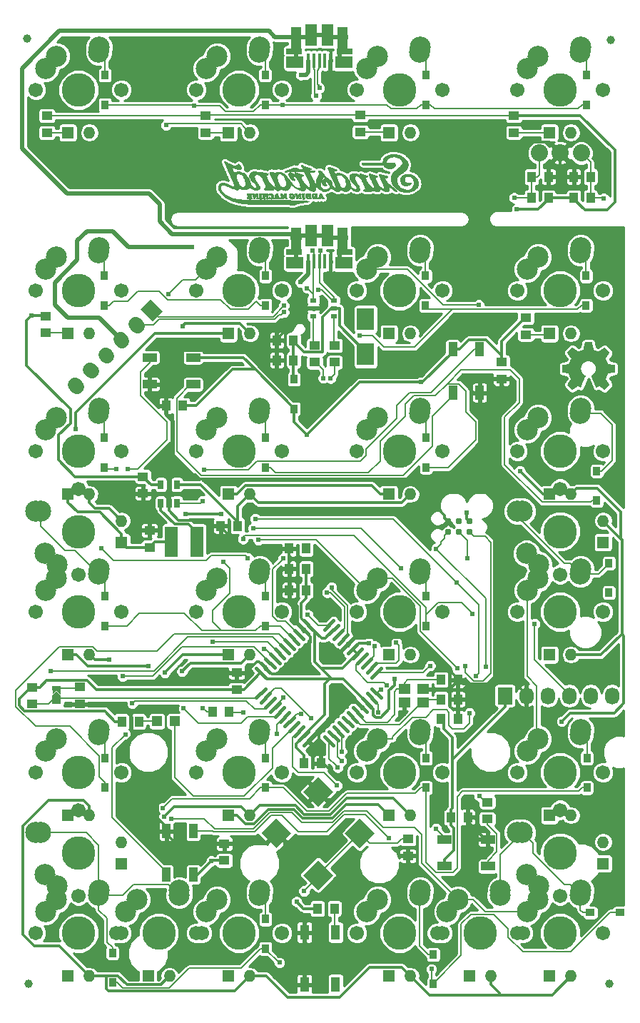
<source format=gbl>
G04 #@! TF.FileFunction,Copper,L2,Bot,Signal*
%FSLAX46Y46*%
G04 Gerber Fmt 4.6, Leading zero omitted, Abs format (unit mm)*
G04 Created by KiCad (PCBNEW 4.0.1-stable) date 4/20/2016 10:19:39 PM*
%MOMM*%
G01*
G04 APERTURE LIST*
%ADD10C,0.100000*%
%ADD11C,0.010000*%
%ADD12R,1.000000X1.250000*%
%ADD13R,1.400000X1.200000*%
%ADD14R,0.650000X1.060000*%
%ADD15R,0.800000X0.550000*%
%ADD16R,1.250000X1.000000*%
%ADD17C,0.784860*%
%ADD18R,1.198880X1.198880*%
%ADD19O,1.400000X1.400000*%
%ADD20R,1.400000X1.400000*%
%ADD21R,1.000000X1.651000*%
%ADD22R,1.651000X1.000000*%
%ADD23R,1.500000X3.600000*%
%ADD24R,1.000000X1.000000*%
%ADD25R,1.000000X0.500000*%
%ADD26C,1.000000*%
%ADD27R,2.029460X2.651760*%
%ADD28R,1.000760X0.850900*%
%ADD29R,0.850900X1.000760*%
%ADD30C,0.406400*%
%ADD31C,3.987810*%
%ADD32C,1.701810*%
%ADD33C,2.500000*%
%ADD34C,1.727200*%
%ADD35R,1.727200X2.032000*%
%ADD36O,1.727200X2.032000*%
%ADD37R,0.400000X1.750000*%
%ADD38R,2.000000X1.400000*%
%ADD39R,1.300000X3.250000*%
%ADD40R,1.825000X0.700000*%
%ADD41O,1.300000X1.800000*%
%ADD42R,1.425000X2.500000*%
%ADD43O,1.000000X1.400000*%
%ADD44C,2.032000*%
%ADD45R,1.100000X1.800000*%
%ADD46C,0.609600*%
%ADD47C,0.304800*%
%ADD48C,0.508000*%
%ADD49C,0.152400*%
%ADD50C,0.254000*%
G04 APERTURE END LIST*
D10*
G36*
X157395397Y-108821288D02*
X157468951Y-108807243D01*
X157490950Y-108803327D01*
X157515577Y-108798837D01*
X157537330Y-108794676D01*
X158165310Y-108677875D01*
X158183832Y-108670182D01*
X158199890Y-108655999D01*
X158210773Y-108638695D01*
X158446959Y-108088330D01*
X158451668Y-108068466D01*
X158450628Y-108047206D01*
X158443263Y-108028821D01*
X158076232Y-107493979D01*
X158063679Y-107475512D01*
X158049483Y-107454909D01*
X158036683Y-107436688D01*
X157994547Y-107374961D01*
X157987825Y-107357042D01*
X157989564Y-107337808D01*
X157999352Y-107321366D01*
X158009195Y-107311606D01*
X158030783Y-107290099D01*
X158052207Y-107268511D01*
X158068566Y-107252234D01*
X158085007Y-107235874D01*
X158101366Y-107219351D01*
X158120617Y-107200222D01*
X158139841Y-107181089D01*
X158159048Y-107161948D01*
X158178247Y-107142793D01*
X158197445Y-107123621D01*
X158216652Y-107104428D01*
X158235877Y-107085208D01*
X158255127Y-107065958D01*
X158271390Y-107049599D01*
X158287654Y-107033158D01*
X158303917Y-107016799D01*
X158323167Y-106997549D01*
X158342392Y-106978329D01*
X158361599Y-106959136D01*
X158380797Y-106939964D01*
X158399996Y-106920809D01*
X158419203Y-106901667D01*
X158438427Y-106882535D01*
X158457678Y-106863406D01*
X158473941Y-106846883D01*
X158490204Y-106830523D01*
X158506467Y-106814246D01*
X158528152Y-106792658D01*
X158549836Y-106771151D01*
X158559692Y-106761391D01*
X158575873Y-106751589D01*
X158595011Y-106749754D01*
X158612917Y-106756216D01*
X158674643Y-106798722D01*
X158693028Y-106811262D01*
X158713549Y-106825362D01*
X158731934Y-106837902D01*
X159278229Y-107212698D01*
X159296874Y-107220419D01*
X159318230Y-107221733D01*
X159338107Y-107217133D01*
X159871835Y-106998687D01*
X159889138Y-106987900D01*
X159903321Y-106972020D01*
X159911014Y-106953593D01*
X160032988Y-106298995D01*
X160036903Y-106277256D01*
X160041394Y-106252724D01*
X160045555Y-106230984D01*
X160059231Y-106157430D01*
X160067321Y-106140140D01*
X160082065Y-106127778D01*
X160100259Y-106123055D01*
X160125379Y-106123055D01*
X160150417Y-106123055D01*
X160175291Y-106123055D01*
X160198481Y-106123055D01*
X160221589Y-106123055D01*
X160244779Y-106123055D01*
X160271946Y-106123055D01*
X160299113Y-106123055D01*
X160326280Y-106123055D01*
X160353447Y-106123055D01*
X160380614Y-106123055D01*
X160407780Y-106123055D01*
X160434947Y-106123055D01*
X160462114Y-106123055D01*
X160485126Y-106123055D01*
X160508221Y-106123055D01*
X160531233Y-106123055D01*
X160558400Y-106123055D01*
X160585566Y-106123055D01*
X160612733Y-106123055D01*
X160639900Y-106123055D01*
X160667067Y-106123055D01*
X160694234Y-106123055D01*
X160721401Y-106123055D01*
X160748568Y-106123055D01*
X160771758Y-106123055D01*
X160794866Y-106123055D01*
X160818056Y-106123055D01*
X160842930Y-106123055D01*
X160867968Y-106123055D01*
X160893088Y-106123055D01*
X160911282Y-106127778D01*
X160926025Y-106140140D01*
X160934116Y-106157430D01*
X160947792Y-106230615D01*
X160951953Y-106252614D01*
X160956444Y-106277242D01*
X160960359Y-106298995D01*
X161082333Y-106953593D01*
X161090190Y-106971855D01*
X161104291Y-106987818D01*
X161121512Y-106998687D01*
X161655240Y-107217133D01*
X161675364Y-107221487D01*
X161696719Y-107220172D01*
X161715118Y-107212698D01*
X162261413Y-106837902D01*
X162279798Y-106825362D01*
X162300319Y-106811262D01*
X162318704Y-106798722D01*
X162380430Y-106756216D01*
X162398336Y-106749741D01*
X162417474Y-106751479D01*
X162433655Y-106761021D01*
X162443511Y-106770864D01*
X162465195Y-106792452D01*
X162486880Y-106813877D01*
X162503156Y-106830400D01*
X162519515Y-106846759D01*
X162536039Y-106863036D01*
X162555167Y-106882287D01*
X162574300Y-106901512D01*
X162593441Y-106920719D01*
X162612596Y-106939917D01*
X162631768Y-106959116D01*
X162650961Y-106978323D01*
X162670180Y-106997548D01*
X162689430Y-107016799D01*
X162705789Y-107033076D01*
X162722230Y-107049435D01*
X162738589Y-107065958D01*
X162757733Y-107085102D01*
X162776902Y-107104272D01*
X162796089Y-107123459D01*
X162815285Y-107142655D01*
X162834480Y-107161850D01*
X162853667Y-107181037D01*
X162872837Y-107200207D01*
X162891981Y-107219351D01*
X162908504Y-107235710D01*
X162924863Y-107252151D01*
X162941140Y-107268511D01*
X162962728Y-107290099D01*
X162984234Y-107311606D01*
X162993995Y-107321366D01*
X163003797Y-107337794D01*
X163005631Y-107356932D01*
X162999170Y-107374592D01*
X162956664Y-107436688D01*
X162944124Y-107454909D01*
X162930024Y-107475512D01*
X162917484Y-107493979D01*
X162550454Y-108028451D01*
X162542842Y-108047083D01*
X162541802Y-108068343D01*
X162546758Y-108087960D01*
X162782204Y-108638695D01*
X162793101Y-108655999D01*
X162809255Y-108670182D01*
X162828037Y-108677875D01*
X163455647Y-108795045D01*
X163477564Y-108798960D01*
X163502110Y-108803451D01*
X163524027Y-108807612D01*
X163597950Y-108821288D01*
X163615144Y-108829379D01*
X163627328Y-108844123D01*
X163631955Y-108862316D01*
X163631955Y-108876184D01*
X163631955Y-108906725D01*
X163631955Y-108937349D01*
X163631955Y-108960540D01*
X163631955Y-108983648D01*
X163631955Y-109006838D01*
X163631955Y-109034005D01*
X163631955Y-109061172D01*
X163631955Y-109088339D01*
X163631955Y-109115507D01*
X163631955Y-109142674D01*
X163631955Y-109169841D01*
X163631955Y-109197008D01*
X163631955Y-109224175D01*
X163631955Y-109247105D01*
X163631955Y-109270118D01*
X163631955Y-109293294D01*
X163631955Y-109320461D01*
X163631955Y-109347623D01*
X163631955Y-109374776D01*
X163631955Y-109401917D01*
X163631955Y-109429040D01*
X163631955Y-109456141D01*
X163631955Y-109483217D01*
X163631955Y-109510262D01*
X163631955Y-109533548D01*
X163631955Y-109556834D01*
X163631955Y-109580120D01*
X163631955Y-109604981D01*
X163631955Y-109629923D01*
X163631955Y-109654784D01*
X163627246Y-109673224D01*
X163614980Y-109687967D01*
X163597950Y-109695811D01*
X163524396Y-109709487D01*
X163502479Y-109713663D01*
X163477934Y-109718249D01*
X163456017Y-109722424D01*
X162846887Y-109835528D01*
X162828557Y-109843482D01*
X162812855Y-109857760D01*
X162802163Y-109875078D01*
X162567826Y-110460557D01*
X162563212Y-110480517D01*
X162564431Y-110501955D01*
X162571892Y-110520436D01*
X162916745Y-111023120D01*
X162929545Y-111041506D01*
X162943741Y-111062026D01*
X162956294Y-111080412D01*
X162998800Y-111142138D01*
X163005275Y-111159798D01*
X163003537Y-111178936D01*
X162993995Y-111195364D01*
X162984139Y-111205207D01*
X162962454Y-111226795D01*
X162940770Y-111248220D01*
X162924493Y-111264743D01*
X162908134Y-111281102D01*
X162891611Y-111297379D01*
X162872467Y-111316630D01*
X162853298Y-111335854D01*
X162834111Y-111355062D01*
X162814915Y-111374260D01*
X162795720Y-111393459D01*
X162776533Y-111412666D01*
X162757363Y-111431891D01*
X162738220Y-111451142D01*
X162721696Y-111467405D01*
X162705337Y-111483668D01*
X162689060Y-111499931D01*
X162669811Y-111519182D01*
X162650591Y-111538407D01*
X162631398Y-111557614D01*
X162612226Y-111576813D01*
X162593072Y-111596011D01*
X162573930Y-111615219D01*
X162554798Y-111634443D01*
X162535669Y-111653694D01*
X162519310Y-111669957D01*
X162502869Y-111686220D01*
X162486510Y-111702484D01*
X162464922Y-111724168D01*
X162443415Y-111745853D01*
X162433655Y-111755709D01*
X162417227Y-111765251D01*
X162398089Y-111766989D01*
X162380430Y-111760514D01*
X162318334Y-111718377D01*
X162300113Y-111705660D01*
X162279510Y-111691546D01*
X162261043Y-111678828D01*
X161769452Y-111341734D01*
X161751108Y-111334177D01*
X161730135Y-111333520D01*
X161711052Y-111339516D01*
X161608668Y-111396807D01*
X161589147Y-111407540D01*
X161567079Y-111419094D01*
X161547312Y-111429334D01*
X161441601Y-111483299D01*
X161424188Y-111486967D01*
X161408253Y-111481108D01*
X161397247Y-111467035D01*
X161352153Y-111357258D01*
X161343515Y-111336819D01*
X161333809Y-111313752D01*
X161325171Y-111293313D01*
X160899002Y-110262440D01*
X160890364Y-110241824D01*
X160880658Y-110218743D01*
X160872020Y-110198126D01*
X160842081Y-110125311D01*
X160839398Y-110106611D01*
X160845257Y-110088568D01*
X160858344Y-110075043D01*
X160925984Y-110033645D01*
X160946267Y-110018352D01*
X160968490Y-110001118D01*
X160990214Y-109986463D01*
X161011492Y-109971200D01*
X161032310Y-109955343D01*
X161052653Y-109938903D01*
X161072509Y-109921892D01*
X161091862Y-109904322D01*
X161110698Y-109886206D01*
X161129004Y-109867556D01*
X161146765Y-109848383D01*
X161163967Y-109828700D01*
X161180596Y-109808519D01*
X161196638Y-109787851D01*
X161212079Y-109766710D01*
X161226904Y-109745107D01*
X161241099Y-109723054D01*
X161254651Y-109700564D01*
X161267545Y-109677648D01*
X161279767Y-109654318D01*
X161291303Y-109630588D01*
X161302139Y-109606467D01*
X161312260Y-109581970D01*
X161321653Y-109557108D01*
X161330303Y-109531892D01*
X161338197Y-109506336D01*
X161345319Y-109480451D01*
X161351657Y-109454249D01*
X161357195Y-109427743D01*
X161361920Y-109400944D01*
X161365818Y-109373865D01*
X161368874Y-109346517D01*
X161371075Y-109318913D01*
X161372405Y-109291065D01*
X161372852Y-109262985D01*
X161372450Y-109236202D01*
X161371252Y-109209617D01*
X161369269Y-109183243D01*
X161366513Y-109157092D01*
X161362995Y-109131174D01*
X161358727Y-109105502D01*
X161353720Y-109080086D01*
X161347986Y-109054939D01*
X161341535Y-109030071D01*
X161334381Y-109005494D01*
X161326534Y-108981220D01*
X161318005Y-108957261D01*
X161308806Y-108933626D01*
X161298949Y-108910329D01*
X161288444Y-108887381D01*
X161277305Y-108864792D01*
X161265541Y-108842575D01*
X161253164Y-108820741D01*
X161240187Y-108799301D01*
X161226620Y-108778267D01*
X161212475Y-108757651D01*
X161197763Y-108737464D01*
X161182496Y-108717717D01*
X161166686Y-108698421D01*
X161150343Y-108679590D01*
X161133479Y-108661233D01*
X161116106Y-108643362D01*
X161098236Y-108625989D01*
X161079879Y-108609125D01*
X161061047Y-108592782D01*
X161041752Y-108576972D01*
X161022006Y-108561705D01*
X161001818Y-108546993D01*
X160981202Y-108532847D01*
X160960169Y-108519280D01*
X160938729Y-108506303D01*
X160916895Y-108493926D01*
X160894678Y-108482162D01*
X160872090Y-108471023D01*
X160849142Y-108460518D01*
X160825845Y-108450661D01*
X160802211Y-108441462D01*
X160778251Y-108432933D01*
X160753977Y-108425085D01*
X160729401Y-108417931D01*
X160704533Y-108411481D01*
X160679386Y-108405746D01*
X160653971Y-108400739D01*
X160628298Y-108396471D01*
X160602381Y-108392953D01*
X160576230Y-108390197D01*
X160549856Y-108388214D01*
X160523272Y-108387016D01*
X160496489Y-108386614D01*
X160469705Y-108387016D01*
X160443121Y-108388214D01*
X160416747Y-108390197D01*
X160390596Y-108392953D01*
X160364679Y-108396471D01*
X160339007Y-108400739D01*
X160313591Y-108405746D01*
X160288444Y-108411481D01*
X160263576Y-108417931D01*
X160239000Y-108425085D01*
X160214726Y-108432933D01*
X160190767Y-108441462D01*
X160167133Y-108450661D01*
X160143836Y-108460518D01*
X160120887Y-108471023D01*
X160098299Y-108482162D01*
X160076082Y-108493926D01*
X160054248Y-108506303D01*
X160032809Y-108519280D01*
X160011775Y-108532847D01*
X159991159Y-108546993D01*
X159970972Y-108561705D01*
X159951225Y-108576972D01*
X159931930Y-108592782D01*
X159913098Y-108609125D01*
X159894741Y-108625989D01*
X159876871Y-108643362D01*
X159859498Y-108661233D01*
X159842635Y-108679590D01*
X159826292Y-108698421D01*
X159810481Y-108717717D01*
X159795214Y-108737464D01*
X159780502Y-108757651D01*
X159766357Y-108778267D01*
X159752790Y-108799301D01*
X159739813Y-108820741D01*
X159727437Y-108842575D01*
X159715673Y-108864792D01*
X159704533Y-108887381D01*
X159694029Y-108910329D01*
X159684171Y-108933626D01*
X159674973Y-108957261D01*
X159666444Y-108981220D01*
X159658596Y-109005494D01*
X159651442Y-109030071D01*
X159644992Y-109054939D01*
X159639257Y-109080086D01*
X159634250Y-109105502D01*
X159629982Y-109131174D01*
X159626464Y-109157092D01*
X159623708Y-109183243D01*
X159621725Y-109209617D01*
X159620527Y-109236202D01*
X159620125Y-109262985D01*
X159620572Y-109291065D01*
X159621903Y-109318913D01*
X159624103Y-109346517D01*
X159627159Y-109373865D01*
X159631057Y-109400944D01*
X159635782Y-109427743D01*
X159641320Y-109454249D01*
X159647658Y-109480451D01*
X159654780Y-109506336D01*
X159662674Y-109531892D01*
X159671324Y-109557108D01*
X159680717Y-109581970D01*
X159690838Y-109606467D01*
X159701674Y-109630588D01*
X159713210Y-109654318D01*
X159725432Y-109677648D01*
X159738326Y-109700564D01*
X159751878Y-109723054D01*
X159766074Y-109745107D01*
X159780899Y-109766710D01*
X159796339Y-109787851D01*
X159812381Y-109808519D01*
X159829010Y-109828700D01*
X159846212Y-109848383D01*
X159863973Y-109867556D01*
X159882279Y-109886206D01*
X159901116Y-109904322D01*
X159920469Y-109921892D01*
X159940324Y-109938903D01*
X159960668Y-109955343D01*
X159981486Y-109971200D01*
X160002763Y-109986463D01*
X160024487Y-110001118D01*
X160046895Y-110018213D01*
X160067363Y-110033645D01*
X160134633Y-110075043D01*
X160147720Y-110088568D01*
X160153579Y-110106611D01*
X160150896Y-110125311D01*
X160120957Y-110198126D01*
X160112415Y-110218743D01*
X160102887Y-110241824D01*
X160094345Y-110262440D01*
X159667806Y-111293313D01*
X159659264Y-111313752D01*
X159649736Y-111336819D01*
X159641193Y-111357258D01*
X159595730Y-111467035D01*
X159584806Y-111481108D01*
X159568954Y-111486967D01*
X159551376Y-111483299D01*
X159445666Y-111429334D01*
X159425884Y-111419094D01*
X159403721Y-111407540D01*
X159383940Y-111396807D01*
X159281925Y-111339516D01*
X159262842Y-111333356D01*
X159241869Y-111334095D01*
X159223526Y-111341734D01*
X158731934Y-111678828D01*
X158713549Y-111691546D01*
X158693028Y-111705660D01*
X158674643Y-111718377D01*
X158612917Y-111760514D01*
X158595011Y-111766989D01*
X158575873Y-111765251D01*
X158559692Y-111755709D01*
X158544250Y-111740267D01*
X158525359Y-111721376D01*
X158506467Y-111702484D01*
X158490204Y-111686220D01*
X158473941Y-111669957D01*
X158457678Y-111653694D01*
X158438427Y-111634443D01*
X158419203Y-111615219D01*
X158399996Y-111596011D01*
X158380797Y-111576813D01*
X158361599Y-111557614D01*
X158342392Y-111538407D01*
X158323167Y-111519182D01*
X158303917Y-111499931D01*
X158287654Y-111483654D01*
X158271390Y-111467295D01*
X158255127Y-111450772D01*
X158235877Y-111431628D01*
X158216652Y-111412458D01*
X158197445Y-111393271D01*
X158178247Y-111374076D01*
X158159048Y-111354880D01*
X158139841Y-111335693D01*
X158120617Y-111316523D01*
X158101366Y-111297379D01*
X158085007Y-111280856D01*
X158068566Y-111264497D01*
X158052207Y-111248220D01*
X158030783Y-111226631D01*
X158009195Y-111205125D01*
X157999352Y-111195364D01*
X157989564Y-111178936D01*
X157987825Y-111159798D01*
X157994547Y-111142138D01*
X158036683Y-111080412D01*
X158049483Y-111062026D01*
X158063679Y-111041506D01*
X158076232Y-111023120D01*
X158421086Y-110520436D01*
X158428560Y-110501955D01*
X158429874Y-110480517D01*
X158425521Y-110460557D01*
X158190814Y-109875078D01*
X158180382Y-109857678D01*
X158164776Y-109843318D01*
X158146460Y-109835528D01*
X157537330Y-109722424D01*
X157515413Y-109718167D01*
X157490868Y-109713499D01*
X157468951Y-109709487D01*
X157395397Y-109695811D01*
X157378203Y-109687967D01*
X157366019Y-109673224D01*
X157361392Y-109654784D01*
X157361392Y-109629923D01*
X157361392Y-109604981D01*
X157361392Y-109580120D01*
X157361392Y-109556834D01*
X157361392Y-109533548D01*
X157361392Y-109510262D01*
X157361392Y-109483217D01*
X157361392Y-109456141D01*
X157361392Y-109429040D01*
X157361392Y-109401917D01*
X157361392Y-109374776D01*
X157361392Y-109347623D01*
X157361392Y-109320461D01*
X157361392Y-109293294D01*
X157361392Y-109270118D01*
X157361392Y-109247105D01*
X157361392Y-109224175D01*
X157361392Y-109197008D01*
X157361392Y-109169841D01*
X157361392Y-109142674D01*
X157361392Y-109115507D01*
X157361392Y-109088339D01*
X157361392Y-109061172D01*
X157361392Y-109034005D01*
X157361392Y-109006838D01*
X157361392Y-108983648D01*
X157361392Y-108960540D01*
X157361392Y-108937349D01*
X157361392Y-108906725D01*
X157361392Y-108876184D01*
X157361392Y-108862316D01*
X157366019Y-108844123D01*
X157378203Y-108829379D01*
X157395397Y-108821288D01*
X157395397Y-108821288D01*
G37*
D11*
G36*
X117295136Y-84676455D02*
X117287996Y-84679137D01*
X117283184Y-84684574D01*
X117280997Y-84693647D01*
X117281735Y-84707235D01*
X117285696Y-84726217D01*
X117293179Y-84751472D01*
X117304481Y-84783879D01*
X117319902Y-84824317D01*
X117339739Y-84873666D01*
X117364291Y-84932805D01*
X117393856Y-85002613D01*
X117428734Y-85083969D01*
X117469222Y-85177752D01*
X117515619Y-85284841D01*
X117568223Y-85406116D01*
X117600859Y-85481376D01*
X117664168Y-85627377D01*
X117721239Y-85758930D01*
X117772556Y-85877127D01*
X117818601Y-85983063D01*
X117859856Y-86077833D01*
X117896803Y-86162530D01*
X117929924Y-86238248D01*
X117959702Y-86306081D01*
X117986619Y-86367125D01*
X118011157Y-86422472D01*
X118033798Y-86473217D01*
X118055025Y-86520454D01*
X118075320Y-86565277D01*
X118095164Y-86608780D01*
X118115041Y-86652057D01*
X118135433Y-86696203D01*
X118152635Y-86733300D01*
X118203650Y-86843619D01*
X118247788Y-86940129D01*
X118285628Y-87024225D01*
X118317750Y-87097301D01*
X118344734Y-87160751D01*
X118367159Y-87215970D01*
X118385605Y-87264351D01*
X118400652Y-87307289D01*
X118412879Y-87346179D01*
X118422866Y-87382414D01*
X118423391Y-87384471D01*
X118436629Y-87450781D01*
X118439351Y-87505161D01*
X118431187Y-87547827D01*
X118411769Y-87578995D01*
X118380727Y-87598878D01*
X118337693Y-87607692D01*
X118282297Y-87605652D01*
X118214171Y-87592973D01*
X118132945Y-87569871D01*
X118115197Y-87564052D01*
X118067195Y-87546958D01*
X118009899Y-87524913D01*
X117949273Y-87500304D01*
X117891284Y-87475517D01*
X117868831Y-87465483D01*
X117816133Y-87441567D01*
X117760762Y-87416468D01*
X117707886Y-87392525D01*
X117662672Y-87372078D01*
X117644533Y-87363889D01*
X117517390Y-87311920D01*
X117393838Y-87272089D01*
X117274993Y-87244509D01*
X117161971Y-87229294D01*
X117055888Y-87226559D01*
X116957861Y-87236419D01*
X116869005Y-87258987D01*
X116819172Y-87279334D01*
X116744397Y-87324076D01*
X116680879Y-87381280D01*
X116629229Y-87450243D01*
X116590056Y-87530260D01*
X116581684Y-87553707D01*
X116560385Y-87644109D01*
X116553704Y-87740646D01*
X116561283Y-87841554D01*
X116582762Y-87945072D01*
X116617779Y-88049436D01*
X116665975Y-88152884D01*
X116723726Y-88248834D01*
X116766537Y-88307592D01*
X116820400Y-88373856D01*
X116882798Y-88444999D01*
X116951214Y-88518394D01*
X117023133Y-88591415D01*
X117096037Y-88661436D01*
X117167410Y-88725830D01*
X117233899Y-88781306D01*
X117367807Y-88882401D01*
X117505075Y-88975139D01*
X117649667Y-89061983D01*
X117805549Y-89145397D01*
X117875957Y-89180300D01*
X118030430Y-89251779D01*
X118185543Y-89316300D01*
X118344772Y-89375095D01*
X118511596Y-89429397D01*
X118689492Y-89480435D01*
X118817166Y-89513558D01*
X118988319Y-89553904D01*
X119163634Y-89590395D01*
X119344569Y-89623212D01*
X119532583Y-89652539D01*
X119729134Y-89678557D01*
X119935681Y-89701449D01*
X120153680Y-89721398D01*
X120384591Y-89738586D01*
X120629872Y-89753196D01*
X120798366Y-89761426D01*
X120856800Y-89763550D01*
X120930426Y-89765402D01*
X121017509Y-89766983D01*
X121116309Y-89768292D01*
X121225088Y-89769331D01*
X121342110Y-89770100D01*
X121465636Y-89770599D01*
X121593928Y-89770828D01*
X121725249Y-89770789D01*
X121857861Y-89770481D01*
X121990025Y-89769906D01*
X122120005Y-89769063D01*
X122246062Y-89767953D01*
X122366458Y-89766577D01*
X122479456Y-89764935D01*
X122583318Y-89763027D01*
X122673733Y-89760922D01*
X122801348Y-89757814D01*
X122935146Y-89755019D01*
X123073436Y-89752547D01*
X123214522Y-89750406D01*
X123356712Y-89748608D01*
X123498312Y-89747161D01*
X123637629Y-89746075D01*
X123772969Y-89745361D01*
X123902640Y-89745027D01*
X124024946Y-89745083D01*
X124138196Y-89745540D01*
X124240696Y-89746406D01*
X124330751Y-89747692D01*
X124406670Y-89749407D01*
X124447499Y-89750752D01*
X124604462Y-89757458D01*
X124746780Y-89764995D01*
X124876730Y-89773547D01*
X124996589Y-89783296D01*
X125108634Y-89794425D01*
X125215140Y-89807117D01*
X125305592Y-89819650D01*
X125368822Y-89828291D01*
X125418865Y-89833317D01*
X125459057Y-89834793D01*
X125492740Y-89832785D01*
X125523253Y-89827361D01*
X125535466Y-89824208D01*
X125562603Y-89815329D01*
X125597662Y-89802097D01*
X125633223Y-89787317D01*
X125634443Y-89786781D01*
X125718742Y-89751408D01*
X125805251Y-89718793D01*
X125895522Y-89688570D01*
X125991110Y-89660373D01*
X126093569Y-89633836D01*
X126204452Y-89608593D01*
X126325312Y-89584278D01*
X126457704Y-89560526D01*
X126603181Y-89536970D01*
X126763298Y-89513244D01*
X126843566Y-89501997D01*
X126949781Y-89487113D01*
X127040093Y-89473908D01*
X127115431Y-89462203D01*
X127176723Y-89451818D01*
X127224896Y-89442576D01*
X127260881Y-89434296D01*
X127285603Y-89426800D01*
X127299993Y-89419908D01*
X127304979Y-89413443D01*
X127305000Y-89413000D01*
X127297562Y-89406481D01*
X127278410Y-89398154D01*
X127260550Y-89392418D01*
X127213298Y-89381296D01*
X127151889Y-89370720D01*
X127076094Y-89360676D01*
X126985683Y-89351150D01*
X126880429Y-89342129D01*
X126760102Y-89333600D01*
X126624475Y-89325550D01*
X126473318Y-89317964D01*
X126306404Y-89310830D01*
X126123503Y-89304134D01*
X125924388Y-89297862D01*
X125708829Y-89292002D01*
X125476597Y-89286539D01*
X125446566Y-89285887D01*
X125346984Y-89283937D01*
X125231717Y-89282019D01*
X125102014Y-89280140D01*
X124959123Y-89278310D01*
X124804294Y-89276535D01*
X124638775Y-89274823D01*
X124463814Y-89273182D01*
X124280661Y-89271619D01*
X124090564Y-89270143D01*
X123894771Y-89268760D01*
X123694532Y-89267480D01*
X123491094Y-89266308D01*
X123285708Y-89265253D01*
X123079620Y-89264324D01*
X122874080Y-89263526D01*
X122670337Y-89262869D01*
X122469639Y-89262360D01*
X122273235Y-89262006D01*
X122082374Y-89261815D01*
X121898303Y-89261795D01*
X121722273Y-89261954D01*
X121602699Y-89262180D01*
X120468166Y-89264833D01*
X119909366Y-89232964D01*
X119780549Y-89225589D01*
X119667243Y-89219030D01*
X119568054Y-89213188D01*
X119481585Y-89207963D01*
X119406439Y-89203257D01*
X119341220Y-89198972D01*
X119284532Y-89195008D01*
X119234979Y-89191267D01*
X119191163Y-89187649D01*
X119151690Y-89184056D01*
X119115163Y-89180389D01*
X119080185Y-89176549D01*
X119045360Y-89172438D01*
X119033066Y-89170931D01*
X118787098Y-89134883D01*
X118552350Y-89088979D01*
X118329277Y-89033379D01*
X118118333Y-88968241D01*
X117919970Y-88893724D01*
X117734644Y-88809989D01*
X117562807Y-88717194D01*
X117404913Y-88615500D01*
X117360956Y-88583742D01*
X117251104Y-88496139D01*
X117152341Y-88404890D01*
X117065319Y-88311015D01*
X116990686Y-88215532D01*
X116929092Y-88119457D01*
X116881188Y-88023809D01*
X116847622Y-87929605D01*
X116829045Y-87837865D01*
X116826106Y-87749605D01*
X116826319Y-87746212D01*
X116838640Y-87671256D01*
X116864310Y-87606022D01*
X116902325Y-87551251D01*
X116951679Y-87507684D01*
X117011367Y-87476061D01*
X117080383Y-87457125D01*
X117157722Y-87451617D01*
X117219306Y-87456562D01*
X117260027Y-87463232D01*
X117300593Y-87472151D01*
X117343353Y-87484138D01*
X117390653Y-87500009D01*
X117444840Y-87520582D01*
X117508261Y-87546673D01*
X117583265Y-87579100D01*
X117627421Y-87598648D01*
X117791366Y-87671122D01*
X117940907Y-87736077D01*
X118076695Y-87793751D01*
X118199378Y-87844381D01*
X118309605Y-87888205D01*
X118408027Y-87925462D01*
X118495291Y-87956388D01*
X118572047Y-87981222D01*
X118638944Y-88000202D01*
X118696631Y-88013566D01*
X118745758Y-88021551D01*
X118786974Y-88024395D01*
X118789367Y-88024408D01*
X118820391Y-88023853D01*
X118841320Y-88020397D01*
X118858912Y-88011469D01*
X118879925Y-87994499D01*
X118888941Y-87986537D01*
X118918797Y-87960774D01*
X118943602Y-87942518D01*
X118967336Y-87930512D01*
X118993976Y-87923498D01*
X119027501Y-87920218D01*
X119071888Y-87919416D01*
X119100799Y-87919562D01*
X119144852Y-87920344D01*
X119183133Y-87922272D01*
X119219941Y-87925898D01*
X119259571Y-87931775D01*
X119306321Y-87940456D01*
X119364488Y-87952493D01*
X119375966Y-87954943D01*
X119480562Y-87976013D01*
X119571558Y-87991270D01*
X119651209Y-88000844D01*
X119721771Y-88004865D01*
X119785500Y-88003462D01*
X119844652Y-87996765D01*
X119900899Y-87985051D01*
X119949301Y-87970352D01*
X119994564Y-87950902D01*
X120040591Y-87924555D01*
X120091285Y-87889161D01*
X120130677Y-87858622D01*
X120177420Y-87822658D01*
X120215097Y-87797439D01*
X120246658Y-87781782D01*
X120275057Y-87774502D01*
X120303245Y-87774418D01*
X120329124Y-87779091D01*
X120358866Y-87789107D01*
X120393762Y-87804939D01*
X120419123Y-87818950D01*
X120476951Y-87853907D01*
X120524479Y-87881426D01*
X120565479Y-87903494D01*
X120603720Y-87922096D01*
X120642973Y-87939218D01*
X120662899Y-87947342D01*
X120768408Y-87984535D01*
X120875203Y-88012601D01*
X120980007Y-88030993D01*
X121079541Y-88039167D01*
X121170527Y-88036578D01*
X121187931Y-88034655D01*
X121258414Y-88022612D01*
X121315781Y-88005366D01*
X121363391Y-87981623D01*
X121402378Y-87952111D01*
X121442021Y-87906239D01*
X121466838Y-87853114D01*
X121476836Y-87792534D01*
X121472024Y-87724301D01*
X121452410Y-87648214D01*
X121418028Y-87564130D01*
X121391268Y-87510803D01*
X121361285Y-87457661D01*
X121326357Y-87402062D01*
X121284760Y-87341363D01*
X121234773Y-87272922D01*
X121188509Y-87212020D01*
X121113974Y-87113270D01*
X121050593Y-87024819D01*
X120997546Y-86944992D01*
X120954010Y-86872116D01*
X120919165Y-86804517D01*
X120892189Y-86740521D01*
X120872261Y-86678455D01*
X120858561Y-86616644D01*
X120850266Y-86553416D01*
X120847709Y-86517400D01*
X120845979Y-86474716D01*
X120846372Y-86443748D01*
X120849405Y-86419357D01*
X120855591Y-86396400D01*
X120861452Y-86380063D01*
X120889802Y-86327409D01*
X120931699Y-86279707D01*
X120983812Y-86240548D01*
X120998554Y-86232247D01*
X121019610Y-86221808D01*
X121038362Y-86214946D01*
X121059247Y-86210917D01*
X121086701Y-86208980D01*
X121125163Y-86208392D01*
X121141266Y-86208367D01*
X121184918Y-86208714D01*
X121216642Y-86210309D01*
X121241440Y-86213981D01*
X121264311Y-86220557D01*
X121290258Y-86230867D01*
X121298500Y-86234424D01*
X121385861Y-86280865D01*
X121472404Y-86343499D01*
X121557395Y-86421590D01*
X121640102Y-86514397D01*
X121719794Y-86621183D01*
X121788237Y-86728470D01*
X121810529Y-86766438D01*
X121830902Y-86802236D01*
X121850381Y-86837951D01*
X121869993Y-86875669D01*
X121890765Y-86917477D01*
X121913724Y-86965461D01*
X121939895Y-87021707D01*
X121970306Y-87088303D01*
X122005983Y-87167334D01*
X122025128Y-87209960D01*
X122070394Y-87311303D01*
X122108831Y-87398513D01*
X122140830Y-87472773D01*
X122166783Y-87535266D01*
X122187083Y-87587174D01*
X122202122Y-87629680D01*
X122212291Y-87663967D01*
X122217983Y-87691219D01*
X122219589Y-87712618D01*
X122217502Y-87729347D01*
X122212114Y-87742589D01*
X122204889Y-87752367D01*
X122190839Y-87762673D01*
X122165150Y-87776987D01*
X122131944Y-87793128D01*
X122107279Y-87803990D01*
X122048125Y-87830534D01*
X122004690Y-87853578D01*
X121977186Y-87872986D01*
X121965829Y-87888619D01*
X121966141Y-87894656D01*
X121970394Y-87914145D01*
X121970999Y-87923535D01*
X121977926Y-87943624D01*
X121996077Y-87967420D01*
X122021511Y-87991096D01*
X122050288Y-88010829D01*
X122070867Y-88020448D01*
X122115328Y-88031245D01*
X122175206Y-88037552D01*
X122249585Y-88039350D01*
X122337550Y-88036616D01*
X122438183Y-88029330D01*
X122442225Y-88028965D01*
X122545560Y-88021197D01*
X122636467Y-88018127D01*
X122718814Y-88019862D01*
X122796473Y-88026508D01*
X122873312Y-88038173D01*
X122889831Y-88041294D01*
X122933767Y-88049592D01*
X122965056Y-88054528D01*
X122987601Y-88056321D01*
X123005305Y-88055191D01*
X123022069Y-88051360D01*
X123029278Y-88049154D01*
X123066814Y-88029104D01*
X123093099Y-87996424D01*
X123108157Y-87951078D01*
X123109290Y-87944258D01*
X123113555Y-87923383D01*
X123120808Y-87910949D01*
X123134150Y-87906118D01*
X123156682Y-87908053D01*
X123191506Y-87915917D01*
X123203237Y-87918902D01*
X123260319Y-87937412D01*
X123312727Y-87963377D01*
X123365166Y-87999465D01*
X123407205Y-88034657D01*
X123456259Y-88075505D01*
X123498649Y-88103638D01*
X123537625Y-88120070D01*
X123576436Y-88125816D01*
X123618330Y-88121891D01*
X123656341Y-88112441D01*
X123698325Y-88097227D01*
X123749893Y-88074255D01*
X123806868Y-88045633D01*
X123865073Y-88013473D01*
X123920331Y-87979884D01*
X123925980Y-87976238D01*
X123997126Y-87930023D01*
X124095313Y-87976353D01*
X124218903Y-88029365D01*
X124334293Y-88067805D01*
X124441842Y-88091716D01*
X124541910Y-88101136D01*
X124634856Y-88096106D01*
X124721041Y-88076665D01*
X124781933Y-88052425D01*
X124819997Y-88028967D01*
X124862753Y-87994059D01*
X124906830Y-87951144D01*
X124948857Y-87903663D01*
X124985464Y-87855057D01*
X125001282Y-87830066D01*
X123046276Y-87830066D01*
X123045064Y-87831190D01*
X123026455Y-87835983D01*
X122997753Y-87834935D01*
X122964440Y-87828853D01*
X122931997Y-87818542D01*
X122919004Y-87812666D01*
X122885534Y-87791729D01*
X122851920Y-87764108D01*
X122820764Y-87732805D01*
X122794668Y-87700821D01*
X122776232Y-87671155D01*
X122768059Y-87646808D01*
X122768317Y-87638867D01*
X122772692Y-87634163D01*
X122783921Y-87637190D01*
X122804238Y-87648946D01*
X122830366Y-87666577D01*
X122862828Y-87689140D01*
X122903259Y-87717200D01*
X122945701Y-87746624D01*
X122973098Y-87765597D01*
X123009915Y-87791802D01*
X123033514Y-87810489D01*
X123045199Y-87822847D01*
X123046276Y-87830066D01*
X125001282Y-87830066D01*
X125004173Y-87825500D01*
X125021028Y-87794313D01*
X125042272Y-87751849D01*
X125065809Y-87702472D01*
X125089541Y-87650548D01*
X125103833Y-87618067D01*
X125123662Y-87572710D01*
X125141580Y-87532654D01*
X125156372Y-87500539D01*
X125166824Y-87479008D01*
X125171496Y-87470884D01*
X125175523Y-87468978D01*
X125182582Y-87469885D01*
X125194004Y-87474389D01*
X125211123Y-87483274D01*
X125235269Y-87497325D01*
X125267776Y-87517327D01*
X125309976Y-87544064D01*
X125363201Y-87578319D01*
X125428782Y-87620879D01*
X125452991Y-87636637D01*
X125565150Y-87709070D01*
X125665680Y-87772630D01*
X125756574Y-87828509D01*
X125839824Y-87877895D01*
X125917422Y-87921979D01*
X125991360Y-87961949D01*
X126039233Y-87986710D01*
X126163266Y-88046459D01*
X126276243Y-88093941D01*
X126378679Y-88129254D01*
X126471083Y-88152499D01*
X126553969Y-88163775D01*
X126627849Y-88163182D01*
X126693235Y-88150818D01*
X126750639Y-88126783D01*
X126753225Y-88125325D01*
X126795225Y-88094719D01*
X126829469Y-88054499D01*
X126856914Y-88002913D01*
X126878515Y-87938206D01*
X126893709Y-87867528D01*
X126903010Y-87823801D01*
X126913809Y-87788488D01*
X126925083Y-87764253D01*
X126935810Y-87753759D01*
X126937451Y-87753534D01*
X126953067Y-87759341D01*
X126979792Y-87776318D01*
X127016626Y-87803802D01*
X127034217Y-87817792D01*
X127082216Y-87853261D01*
X127142977Y-87893053D01*
X127213413Y-87935526D01*
X127290437Y-87979037D01*
X127370962Y-88021944D01*
X127451903Y-88062605D01*
X127530172Y-88099376D01*
X127602683Y-88130617D01*
X127666350Y-88154683D01*
X127669066Y-88155608D01*
X127713820Y-88170241D01*
X127748525Y-88179846D01*
X127778933Y-88185479D01*
X127810797Y-88188198D01*
X127849870Y-88189060D01*
X127851100Y-88189068D01*
X127895087Y-88188547D01*
X127926671Y-88185977D01*
X127950315Y-88180762D01*
X127968272Y-88173427D01*
X128003338Y-88147080D01*
X128032663Y-88106802D01*
X128054406Y-88055137D01*
X128054881Y-88053576D01*
X128061536Y-88019024D01*
X128065462Y-87970493D01*
X128066664Y-87910714D01*
X128065147Y-87842418D01*
X128060916Y-87768338D01*
X128054251Y-87693808D01*
X128049944Y-87650535D01*
X128046761Y-87613617D01*
X128044930Y-87586145D01*
X128044681Y-87571209D01*
X128045059Y-87569451D01*
X128055201Y-87570280D01*
X128076345Y-87582247D01*
X128108662Y-87605489D01*
X128152322Y-87640139D01*
X128207496Y-87686333D01*
X128274353Y-87744205D01*
X128346400Y-87807942D01*
X128437179Y-87886290D01*
X128520602Y-87952558D01*
X128599098Y-88008488D01*
X128675094Y-88055824D01*
X128741983Y-88091829D01*
X128864758Y-88145505D01*
X128985695Y-88182612D01*
X129105068Y-88203107D01*
X129223150Y-88206949D01*
X129340213Y-88194097D01*
X129456530Y-88164509D01*
X129572376Y-88118144D01*
X129688022Y-88054961D01*
X129803742Y-87974917D01*
X129871464Y-87920358D01*
X129911890Y-87886348D01*
X129941782Y-87861957D01*
X129963338Y-87845644D01*
X129978759Y-87835866D01*
X129990244Y-87831080D01*
X129999991Y-87829744D01*
X130000658Y-87829740D01*
X130012843Y-87834782D01*
X130035862Y-87848834D01*
X130067353Y-87870289D01*
X130104959Y-87897540D01*
X130145566Y-87928396D01*
X130245319Y-88003645D01*
X130335488Y-88066705D01*
X130417485Y-88118265D01*
X130492721Y-88159012D01*
X130562607Y-88189635D01*
X130628556Y-88210822D01*
X130691979Y-88223262D01*
X130754287Y-88227644D01*
X130759217Y-88227667D01*
X130798328Y-88225848D01*
X130837708Y-88221087D01*
X130867817Y-88214672D01*
X130915518Y-88194694D01*
X130966022Y-88163734D01*
X131013911Y-88125617D01*
X131053770Y-88084165D01*
X131055156Y-88082446D01*
X131092680Y-88035575D01*
X131186390Y-88080036D01*
X131310279Y-88133774D01*
X131425548Y-88173282D01*
X131532585Y-88198667D01*
X131631780Y-88210037D01*
X131661618Y-88210734D01*
X131728122Y-88207999D01*
X131785323Y-88198792D01*
X131840106Y-88181605D01*
X131885466Y-88161750D01*
X131910046Y-88149125D01*
X131932569Y-88135261D01*
X131955650Y-88118006D01*
X131981903Y-88095206D01*
X132013945Y-88064708D01*
X132054390Y-88024360D01*
X132063266Y-88015376D01*
X132107756Y-87970645D01*
X132142455Y-87936819D01*
X132169155Y-87912448D01*
X132189648Y-87896085D01*
X132205724Y-87886280D01*
X132219176Y-87881587D01*
X132230049Y-87880534D01*
X132243603Y-87885630D01*
X132265756Y-87899156D01*
X132292298Y-87918467D01*
X132299312Y-87924039D01*
X132409876Y-88006569D01*
X132521022Y-88076030D01*
X132631610Y-88131990D01*
X132740505Y-88174014D01*
X132846568Y-88201668D01*
X132948661Y-88214520D01*
X133045646Y-88212135D01*
X133052990Y-88211292D01*
X133133302Y-88196791D01*
X133199956Y-88174257D01*
X133253060Y-88143345D01*
X133292722Y-88103710D01*
X133319052Y-88055006D01*
X133332156Y-87996890D01*
X133332144Y-87929016D01*
X133319124Y-87851039D01*
X133293204Y-87762614D01*
X133254492Y-87663397D01*
X133237215Y-87624465D01*
X133217000Y-87582053D01*
X133193027Y-87535398D01*
X133164362Y-87482866D01*
X133130073Y-87422827D01*
X133089228Y-87353648D01*
X133040894Y-87273697D01*
X132984139Y-87181344D01*
X132981947Y-87177800D01*
X132933401Y-87099116D01*
X132892975Y-87032939D01*
X132859745Y-86977462D01*
X132832786Y-86930876D01*
X132811173Y-86891375D01*
X132793982Y-86857150D01*
X132780288Y-86826393D01*
X132769166Y-86797296D01*
X132759692Y-86768052D01*
X132750942Y-86736853D01*
X132745325Y-86715145D01*
X132736691Y-86667261D01*
X132732787Y-86614432D01*
X132733749Y-86563311D01*
X132739714Y-86520551D01*
X132741210Y-86514684D01*
X132761518Y-86471726D01*
X132794997Y-86435917D01*
X132838691Y-86409233D01*
X132889649Y-86393649D01*
X132927049Y-86390400D01*
X132984114Y-86396632D01*
X133048937Y-86414424D01*
X133118323Y-86442424D01*
X133189077Y-86479278D01*
X133258005Y-86523633D01*
X133280221Y-86540002D01*
X133362217Y-86610111D01*
X133437755Y-86690840D01*
X133507950Y-86783688D01*
X133573916Y-86890153D01*
X133636770Y-87011731D01*
X133645872Y-87031092D01*
X133671601Y-87086006D01*
X133702166Y-87150513D01*
X133734899Y-87219029D01*
X133767132Y-87285966D01*
X133792741Y-87338667D01*
X133843425Y-87445049D01*
X133885293Y-87538999D01*
X133918930Y-87622169D01*
X133944916Y-87696215D01*
X133963835Y-87762789D01*
X133976268Y-87823546D01*
X133982651Y-87878026D01*
X133984719Y-87918560D01*
X133982637Y-87948131D01*
X133974120Y-87969412D01*
X133956882Y-87985078D01*
X133928640Y-87997805D01*
X133887108Y-88010265D01*
X133864625Y-88016200D01*
X133827612Y-88031028D01*
X133800479Y-88052137D01*
X133784413Y-88076848D01*
X133780601Y-88102479D01*
X133790230Y-88126349D01*
X133808684Y-88142544D01*
X133846883Y-88160415D01*
X133899333Y-88177088D01*
X133963373Y-88192227D01*
X134036344Y-88205496D01*
X134115585Y-88216557D01*
X134198435Y-88225075D01*
X134282235Y-88230713D01*
X134364324Y-88233134D01*
X134442042Y-88232003D01*
X134491872Y-88228962D01*
X134590880Y-88217726D01*
X134674801Y-88201653D01*
X134744903Y-88180311D01*
X134802449Y-88153267D01*
X134848706Y-88120088D01*
X134869065Y-88099881D01*
X134888949Y-88078571D01*
X134901737Y-88068258D01*
X134911218Y-88066967D01*
X134921176Y-88072718D01*
X134935877Y-88081923D01*
X134961385Y-88096153D01*
X134993299Y-88112992D01*
X135009666Y-88121324D01*
X135120938Y-88172623D01*
X135224171Y-88210363D01*
X135320868Y-88234978D01*
X135412528Y-88246900D01*
X135449933Y-88248227D01*
X135510777Y-88246378D01*
X135558558Y-88239191D01*
X135596598Y-88225613D01*
X135628216Y-88204588D01*
X135647906Y-88185319D01*
X135669449Y-88156872D01*
X135683827Y-88125400D01*
X135691873Y-88087348D01*
X135694421Y-88039163D01*
X135693136Y-87992431D01*
X135692286Y-87974189D01*
X134737503Y-87974189D01*
X134731643Y-87978102D01*
X134716038Y-87974443D01*
X134692916Y-87966070D01*
X134665014Y-87953723D01*
X134656920Y-87949723D01*
X134608612Y-87916836D01*
X134569770Y-87873778D01*
X134550388Y-87839708D01*
X134541411Y-87817722D01*
X134536916Y-87803261D01*
X134536942Y-87800412D01*
X134548610Y-87799644D01*
X134570295Y-87805067D01*
X134597112Y-87814829D01*
X134624175Y-87827078D01*
X134646599Y-87839962D01*
X134652259Y-87844126D01*
X134682838Y-87873439D01*
X134709697Y-87907598D01*
X134728854Y-87941100D01*
X134734972Y-87958497D01*
X134737503Y-87974189D01*
X135692286Y-87974189D01*
X135691317Y-87953433D01*
X135690868Y-87928500D01*
X135692269Y-87914791D01*
X135696003Y-87909459D01*
X135702551Y-87909663D01*
X135706947Y-87910926D01*
X135739963Y-87922076D01*
X135775603Y-87936386D01*
X135816621Y-87955133D01*
X135865769Y-87979597D01*
X135925797Y-88011057D01*
X135948217Y-88023059D01*
X136023706Y-88063406D01*
X136086581Y-88096446D01*
X136138962Y-88123215D01*
X136182969Y-88144748D01*
X136220723Y-88162082D01*
X136254345Y-88176252D01*
X136285955Y-88188295D01*
X136288001Y-88189032D01*
X136394840Y-88220019D01*
X136497380Y-88234641D01*
X136595679Y-88232895D01*
X136689795Y-88214781D01*
X136779787Y-88180296D01*
X136796560Y-88171822D01*
X136826336Y-88155575D01*
X136843959Y-88143574D01*
X136852556Y-88132769D01*
X136855257Y-88120108D01*
X136855388Y-88114435D01*
X136852951Y-88082176D01*
X136845937Y-88035881D01*
X136834759Y-87977694D01*
X136819829Y-87909760D01*
X136801561Y-87834223D01*
X136801020Y-87832074D01*
X136784723Y-87763430D01*
X136774069Y-87709131D01*
X136769119Y-87669605D01*
X136769934Y-87645280D01*
X136773183Y-87638194D01*
X136784983Y-87634766D01*
X136804653Y-87640937D01*
X136832833Y-87657162D01*
X136870161Y-87683895D01*
X136917274Y-87721591D01*
X136974812Y-87770704D01*
X137037448Y-87826313D01*
X137133832Y-87911509D01*
X137220360Y-87984480D01*
X137298140Y-88045906D01*
X137368282Y-88096468D01*
X137431892Y-88136844D01*
X137490081Y-88167715D01*
X137543955Y-88189760D01*
X137594624Y-88203660D01*
X137643196Y-88210093D01*
X137664239Y-88210733D01*
X137703989Y-88208575D01*
X137736980Y-88202691D01*
X137759962Y-88193969D01*
X137769679Y-88183296D01*
X137769800Y-88181930D01*
X137763972Y-88164157D01*
X137748077Y-88138081D01*
X137724495Y-88106878D01*
X137695603Y-88073726D01*
X137667321Y-88045124D01*
X137642268Y-88022018D01*
X137613805Y-87997084D01*
X137580565Y-87969242D01*
X137541182Y-87937409D01*
X137494290Y-87900504D01*
X137438522Y-87857446D01*
X137372512Y-87807153D01*
X137294893Y-87748545D01*
X137249099Y-87714130D01*
X137190225Y-87669660D01*
X137128955Y-87622882D01*
X137068539Y-87576313D01*
X137012226Y-87532467D01*
X136963266Y-87493861D01*
X136927366Y-87465017D01*
X136865146Y-87412470D01*
X136800628Y-87354667D01*
X136736197Y-87293991D01*
X136674233Y-87232827D01*
X136617119Y-87173558D01*
X136567239Y-87118570D01*
X136526973Y-87070244D01*
X136509217Y-87046567D01*
X136476730Y-86997272D01*
X136444455Y-86941939D01*
X136413737Y-86883528D01*
X136385924Y-86825000D01*
X136362362Y-86769313D01*
X136344398Y-86719430D01*
X136333378Y-86678309D01*
X136330466Y-86653614D01*
X136334226Y-86631813D01*
X136346896Y-86616737D01*
X136370566Y-86607419D01*
X136407321Y-86602897D01*
X136442000Y-86602067D01*
X136524545Y-86597619D01*
X136592741Y-86584278D01*
X136637383Y-86566985D01*
X136658251Y-86554236D01*
X136667347Y-86540534D01*
X136669101Y-86523578D01*
X136660890Y-86485229D01*
X136637536Y-86449163D01*
X136600821Y-86417173D01*
X136552530Y-86391055D01*
X136528374Y-86381985D01*
X136501431Y-86374371D01*
X136462527Y-86365082D01*
X136416410Y-86355178D01*
X136367831Y-86345717D01*
X136356563Y-86343671D01*
X136321621Y-86337244D01*
X136287401Y-86330500D01*
X136251852Y-86322942D01*
X136212924Y-86314072D01*
X136168567Y-86303395D01*
X136116732Y-86290412D01*
X136055368Y-86274627D01*
X135982425Y-86255542D01*
X135895854Y-86232660D01*
X135864800Y-86224418D01*
X135800131Y-86208542D01*
X135749234Y-86199194D01*
X135710290Y-86196293D01*
X135681478Y-86199762D01*
X135660979Y-86209520D01*
X135654609Y-86215263D01*
X135645238Y-86227840D01*
X135638789Y-86243271D01*
X135635564Y-86262367D01*
X135635867Y-86285940D01*
X135640001Y-86314800D01*
X135648270Y-86349760D01*
X135660976Y-86391630D01*
X135678424Y-86441223D01*
X135700917Y-86499350D01*
X135728758Y-86566823D01*
X135762250Y-86644452D01*
X135801697Y-86733050D01*
X135847403Y-86833428D01*
X135899669Y-86946398D01*
X135958801Y-87072770D01*
X136025101Y-87213357D01*
X136037575Y-87239719D01*
X136075427Y-87319971D01*
X136111398Y-87396806D01*
X136144768Y-87468646D01*
X136174818Y-87533914D01*
X136200825Y-87591031D01*
X136222070Y-87638419D01*
X136237831Y-87674501D01*
X136247389Y-87697698D01*
X136249662Y-87704127D01*
X136257621Y-87740434D01*
X136262253Y-87779961D01*
X136262733Y-87793821D01*
X136261335Y-87822897D01*
X136255384Y-87842466D01*
X136242243Y-87859848D01*
X136237018Y-87865218D01*
X136221623Y-87879284D01*
X136207482Y-87886582D01*
X136188625Y-87888795D01*
X136159079Y-87887607D01*
X136157875Y-87887531D01*
X136099728Y-87876328D01*
X136035945Y-87850231D01*
X135967367Y-87809991D01*
X135894833Y-87756360D01*
X135819184Y-87690089D01*
X135741262Y-87611929D01*
X135661908Y-87522631D01*
X135581961Y-87422948D01*
X135502262Y-87313629D01*
X135480823Y-87282453D01*
X135431940Y-87208406D01*
X135384040Y-87131935D01*
X135338120Y-87054929D01*
X135295177Y-86979277D01*
X135256210Y-86906869D01*
X135222214Y-86839594D01*
X135194189Y-86779341D01*
X135173130Y-86728000D01*
X135160035Y-86687460D01*
X135156242Y-86667559D01*
X135155180Y-86631387D01*
X135161763Y-86604078D01*
X135177906Y-86584013D01*
X135205522Y-86569572D01*
X135246526Y-86559135D01*
X135292434Y-86552312D01*
X135341428Y-86544530D01*
X135376196Y-86534287D01*
X135399402Y-86520347D01*
X135413708Y-86501475D01*
X135416660Y-86494672D01*
X135421516Y-86469887D01*
X135414285Y-86447424D01*
X135393404Y-86423234D01*
X135386752Y-86417216D01*
X135368265Y-86403553D01*
X135342817Y-86389414D01*
X135308940Y-86374255D01*
X135265161Y-86357528D01*
X135210011Y-86338689D01*
X135142019Y-86317191D01*
X135059715Y-86292490D01*
X135017004Y-86280006D01*
X134954671Y-86261551D01*
X134892032Y-86242363D01*
X134832765Y-86223618D01*
X134780550Y-86206488D01*
X134739065Y-86192147D01*
X134723082Y-86186231D01*
X134658387Y-86161952D01*
X134607034Y-86144264D01*
X134566883Y-86132886D01*
X134535800Y-86127539D01*
X134511646Y-86127942D01*
X134492287Y-86133816D01*
X134475584Y-86144880D01*
X134467148Y-86152682D01*
X134452875Y-86169092D01*
X134445427Y-86185843D01*
X134442678Y-86209395D01*
X134442399Y-86227935D01*
X134444431Y-86262308D01*
X134450807Y-86301295D01*
X134461951Y-86345937D01*
X134478287Y-86397277D01*
X134500238Y-86456355D01*
X134528227Y-86524215D01*
X134562677Y-86601898D01*
X134604013Y-86690445D01*
X134652657Y-86790899D01*
X134709032Y-86904302D01*
X134750962Y-86987300D01*
X134806590Y-87097204D01*
X134854879Y-87193449D01*
X134896440Y-87277326D01*
X134931882Y-87350127D01*
X134961817Y-87413144D01*
X134986857Y-87467668D01*
X135007611Y-87514991D01*
X135024692Y-87556405D01*
X135038709Y-87593201D01*
X135042296Y-87603214D01*
X135065103Y-87675374D01*
X135077891Y-87734723D01*
X135080684Y-87782077D01*
X135073509Y-87818257D01*
X135056393Y-87844080D01*
X135050232Y-87849262D01*
X135034877Y-87859078D01*
X135020444Y-87861846D01*
X134999912Y-87858212D01*
X134987989Y-87854990D01*
X134948154Y-87838692D01*
X134899447Y-87810227D01*
X134843258Y-87770897D01*
X134780976Y-87722006D01*
X134713993Y-87664856D01*
X134643697Y-87600748D01*
X134571481Y-87530986D01*
X134498733Y-87456873D01*
X134426844Y-87379709D01*
X134357204Y-87300799D01*
X134291203Y-87221443D01*
X134235597Y-87150101D01*
X134212114Y-87114954D01*
X134184469Y-87067176D01*
X134154249Y-87010065D01*
X134123042Y-86946917D01*
X134092434Y-86881029D01*
X134064013Y-86815698D01*
X134039365Y-86754222D01*
X134022695Y-86707839D01*
X134006284Y-86651800D01*
X133996402Y-86602378D01*
X133993250Y-86561827D01*
X133997030Y-86532407D01*
X134005686Y-86517965D01*
X134021222Y-86512907D01*
X134052808Y-86510367D01*
X134100765Y-86510322D01*
X134111218Y-86510578D01*
X134152748Y-86511460D01*
X134180915Y-86511046D01*
X134199268Y-86508852D01*
X134211356Y-86504394D01*
X134220731Y-86497185D01*
X134222604Y-86495359D01*
X134237267Y-86471334D01*
X134245126Y-86439662D01*
X134244912Y-86408217D01*
X134239426Y-86390824D01*
X134221032Y-86371899D01*
X134188238Y-86354549D01*
X134143571Y-86339884D01*
X134103733Y-86331301D01*
X133972747Y-86303715D01*
X133840598Y-86266189D01*
X133703924Y-86217663D01*
X133577047Y-86164932D01*
X133530016Y-86144805D01*
X133486615Y-86127379D01*
X133449874Y-86113781D01*
X133422822Y-86105141D01*
X133409445Y-86102533D01*
X133386492Y-86107082D01*
X133365002Y-86121965D01*
X133343190Y-86149035D01*
X133319271Y-86190146D01*
X133312646Y-86203049D01*
X133282349Y-86263210D01*
X133229491Y-86243294D01*
X133200344Y-86231312D01*
X133161526Y-86213974D01*
X133118393Y-86193729D01*
X133081448Y-86175618D01*
X133001934Y-86138011D01*
X132931316Y-86110298D01*
X132865387Y-86091646D01*
X132799942Y-86081222D01*
X132730776Y-86078190D01*
X132653682Y-86081717D01*
X132622066Y-86084541D01*
X132510204Y-86100046D01*
X132413121Y-86123157D01*
X132330364Y-86154085D01*
X132261478Y-86193042D01*
X132206009Y-86240241D01*
X132163502Y-86295893D01*
X132161374Y-86299471D01*
X132133770Y-86363061D01*
X132120301Y-86434465D01*
X132120547Y-86512849D01*
X132134086Y-86597377D01*
X132160497Y-86687212D01*
X132199360Y-86781520D01*
X132250252Y-86879465D01*
X132312753Y-86980212D01*
X132386441Y-87082923D01*
X132470896Y-87186765D01*
X132565695Y-87290901D01*
X132670419Y-87394496D01*
X132749548Y-87466368D01*
X132820909Y-87531035D01*
X132878798Y-87588258D01*
X132924238Y-87639346D01*
X132958252Y-87685607D01*
X132981863Y-87728351D01*
X132996094Y-87768886D01*
X132999627Y-87786223D01*
X133001714Y-87826086D01*
X132992149Y-87859199D01*
X132968990Y-87892176D01*
X132968280Y-87892987D01*
X132932426Y-87921443D01*
X132885238Y-87939723D01*
X132828898Y-87947846D01*
X132765591Y-87945835D01*
X132697500Y-87933709D01*
X132626808Y-87911490D01*
X132575499Y-87889241D01*
X132488047Y-87837511D01*
X132410848Y-87772759D01*
X132344816Y-87696086D01*
X132290864Y-87608596D01*
X132249904Y-87511391D01*
X132242137Y-87486834D01*
X132233930Y-87454045D01*
X132225142Y-87410468D01*
X132219360Y-87376545D01*
X131716008Y-87376545D01*
X131713290Y-87454758D01*
X131704880Y-87520505D01*
X131690080Y-87577504D01*
X131668520Y-87628812D01*
X131626385Y-87697304D01*
X131575664Y-87751783D01*
X131515018Y-87793539D01*
X131480577Y-87810041D01*
X131454689Y-87819886D01*
X131430853Y-87825661D01*
X131403392Y-87828139D01*
X131366625Y-87828097D01*
X131351398Y-87827658D01*
X131310301Y-87825653D01*
X131280025Y-87821905D01*
X131254466Y-87815076D01*
X131227518Y-87803824D01*
X131214795Y-87797695D01*
X131169425Y-87769376D01*
X131122064Y-87729524D01*
X131076962Y-87682347D01*
X131038366Y-87632055D01*
X131023423Y-87608088D01*
X131016842Y-87594119D01*
X131004773Y-87565960D01*
X130987848Y-87525207D01*
X130966698Y-87473459D01*
X130941953Y-87412314D01*
X130914244Y-87343371D01*
X130884202Y-87268226D01*
X130852457Y-87188480D01*
X130819641Y-87105729D01*
X130786385Y-87021572D01*
X130753319Y-86937607D01*
X130721074Y-86855433D01*
X130690280Y-86776646D01*
X130661569Y-86702847D01*
X130635572Y-86635631D01*
X130612919Y-86576599D01*
X130594242Y-86527347D01*
X130580170Y-86489475D01*
X130571335Y-86464580D01*
X130568668Y-86455994D01*
X130567564Y-86434766D01*
X130571173Y-86407055D01*
X130573328Y-86397887D01*
X130593214Y-86355136D01*
X130627179Y-86318578D01*
X130673252Y-86289003D01*
X130729465Y-86267198D01*
X130793848Y-86253954D01*
X130864431Y-86250058D01*
X130930064Y-86254984D01*
X131041969Y-86278301D01*
X131147331Y-86316650D01*
X131245582Y-86369218D01*
X131336151Y-86435192D01*
X131418468Y-86513760D01*
X131491965Y-86604108D01*
X131556071Y-86705423D01*
X131610217Y-86816893D01*
X131653833Y-86937704D01*
X131686349Y-87067044D01*
X131707195Y-87204099D01*
X131715803Y-87348058D01*
X131716008Y-87376545D01*
X132219360Y-87376545D01*
X132216908Y-87362161D01*
X132211173Y-87321734D01*
X132197182Y-87227972D01*
X132179577Y-87145043D01*
X132156668Y-87067542D01*
X132126763Y-86990063D01*
X132088170Y-86907201D01*
X132070784Y-86873000D01*
X132010960Y-86767949D01*
X131943219Y-86669705D01*
X131864303Y-86573784D01*
X131813593Y-86518972D01*
X131700207Y-86409502D01*
X131585013Y-86315877D01*
X131466349Y-86237012D01*
X131342550Y-86171819D01*
X131211954Y-86119211D01*
X131190775Y-86112041D01*
X131120430Y-86090584D01*
X131052932Y-86074116D01*
X130985422Y-86062423D01*
X130915038Y-86055290D01*
X130838921Y-86052505D01*
X130754209Y-86053854D01*
X130658042Y-86059123D01*
X130572724Y-86065861D01*
X130520904Y-86070063D01*
X130474356Y-86073262D01*
X130435902Y-86075310D01*
X130408367Y-86076059D01*
X130394575Y-86075363D01*
X130394047Y-86075203D01*
X130382715Y-86064961D01*
X130366630Y-86043093D01*
X130347984Y-86013421D01*
X130328967Y-85979763D01*
X130311769Y-85945939D01*
X130298581Y-85915768D01*
X130292900Y-85898834D01*
X130286853Y-85862567D01*
X130291414Y-85834760D01*
X130307932Y-85814126D01*
X130337758Y-85799382D01*
X130382243Y-85789241D01*
X130412266Y-85785290D01*
X130477885Y-85773216D01*
X130528964Y-85752880D01*
X130565853Y-85724085D01*
X130588903Y-85686634D01*
X130589321Y-85685541D01*
X130592923Y-85674012D01*
X130591633Y-85665193D01*
X130582877Y-85656535D01*
X130564078Y-85645491D01*
X130532710Y-85629535D01*
X130459395Y-85595064D01*
X130373866Y-85558506D01*
X130280438Y-85521468D01*
X130183423Y-85485554D01*
X130087134Y-85452371D01*
X129995885Y-85423523D01*
X129926217Y-85403798D01*
X129831116Y-85381096D01*
X129749683Y-85366824D01*
X129682127Y-85360989D01*
X129628659Y-85363602D01*
X129589490Y-85374671D01*
X129570214Y-85387929D01*
X129562399Y-85398902D01*
X129557666Y-85413799D01*
X129556301Y-85433371D01*
X129558590Y-85458368D01*
X129564818Y-85489540D01*
X129575270Y-85527638D01*
X129590231Y-85573412D01*
X129609988Y-85627613D01*
X129634825Y-85690990D01*
X129665027Y-85764296D01*
X129700881Y-85848279D01*
X129742672Y-85943691D01*
X129790684Y-86051281D01*
X129845204Y-86171801D01*
X129906516Y-86306000D01*
X129974907Y-86454630D01*
X129980431Y-86466600D01*
X130055518Y-86629904D01*
X130123338Y-86778820D01*
X130184187Y-86914110D01*
X130238362Y-87036538D01*
X130286157Y-87146865D01*
X130327867Y-87245855D01*
X130363789Y-87334271D01*
X130394218Y-87412876D01*
X130419448Y-87482432D01*
X130439777Y-87543702D01*
X130455499Y-87597449D01*
X130466909Y-87644437D01*
X130474303Y-87685426D01*
X130477977Y-87721182D01*
X130478253Y-87751871D01*
X130476200Y-87782769D01*
X130472347Y-87801445D01*
X130465019Y-87812611D01*
X130453994Y-87820174D01*
X130440195Y-87826359D01*
X130426631Y-87826793D01*
X130407779Y-87820749D01*
X130386261Y-87811258D01*
X130349374Y-87790809D01*
X130306357Y-87761337D01*
X130259997Y-87725351D01*
X130213080Y-87685360D01*
X130168394Y-87643875D01*
X130144009Y-87618996D01*
X129781939Y-87618996D01*
X129780210Y-87665594D01*
X129764629Y-87713544D01*
X129736491Y-87761487D01*
X129697088Y-87808065D01*
X129647714Y-87851918D01*
X129589662Y-87891687D01*
X129524225Y-87926015D01*
X129452696Y-87953543D01*
X129393173Y-87969491D01*
X129347612Y-87976459D01*
X129293052Y-87980327D01*
X129235162Y-87981098D01*
X129179614Y-87978777D01*
X129132079Y-87973368D01*
X129112295Y-87969306D01*
X129026694Y-87939042D01*
X128947358Y-87894273D01*
X128875915Y-87836780D01*
X128813992Y-87768343D01*
X128763219Y-87690743D01*
X128725222Y-87605762D01*
X128702706Y-87521262D01*
X128693861Y-87452639D01*
X128692378Y-87381663D01*
X128698621Y-87306854D01*
X128712954Y-87226731D01*
X128735741Y-87139813D01*
X128767345Y-87044621D01*
X128808131Y-86939674D01*
X128858462Y-86823491D01*
X128892238Y-86750234D01*
X128931302Y-86664860D01*
X128961924Y-86593026D01*
X128983989Y-86535019D01*
X128997381Y-86491128D01*
X128999007Y-86484080D01*
X129008203Y-86441200D01*
X129045867Y-86441200D01*
X129071557Y-86443081D01*
X129084681Y-86449669D01*
X129088072Y-86456017D01*
X129109463Y-86507427D01*
X129140260Y-86557832D01*
X129153844Y-86575351D01*
X129175866Y-86609025D01*
X129184784Y-86640283D01*
X129180200Y-86666529D01*
X129169783Y-86679682D01*
X129155966Y-86689708D01*
X129132000Y-86705577D01*
X129102257Y-86724420D01*
X129091113Y-86731296D01*
X129037009Y-86769556D01*
X128985528Y-86815332D01*
X128941280Y-86864118D01*
X128911459Y-86906867D01*
X128887357Y-86959143D01*
X128869179Y-87020590D01*
X128857438Y-87086662D01*
X128852649Y-87152811D01*
X128855328Y-87214492D01*
X128865989Y-87267156D01*
X128869518Y-87277240D01*
X128908352Y-87355912D01*
X128959889Y-87424844D01*
X129022522Y-87482471D01*
X129094644Y-87527226D01*
X129149309Y-87549854D01*
X129211697Y-87564005D01*
X129272821Y-87565095D01*
X129329894Y-87553827D01*
X129380125Y-87530906D01*
X129420727Y-87497036D01*
X129435665Y-87477573D01*
X129441051Y-87468359D01*
X129442354Y-87459988D01*
X129437918Y-87449893D01*
X129426085Y-87435510D01*
X129405196Y-87414271D01*
X129377228Y-87387120D01*
X129334294Y-87343379D01*
X129303723Y-87306171D01*
X129283826Y-87272581D01*
X129272912Y-87239695D01*
X129269292Y-87204599D01*
X129269266Y-87200962D01*
X129277155Y-87152234D01*
X129301079Y-87105665D01*
X129341418Y-87060587D01*
X129357930Y-87046307D01*
X129398067Y-87013418D01*
X129422690Y-87042693D01*
X129442783Y-87068527D01*
X129470006Y-87106351D01*
X129502733Y-87153659D01*
X129539336Y-87207947D01*
X129578190Y-87266712D01*
X129617667Y-87327448D01*
X129656141Y-87387651D01*
X129691985Y-87444817D01*
X129723573Y-87496442D01*
X129749276Y-87540021D01*
X129767470Y-87573050D01*
X129768525Y-87575108D01*
X129781939Y-87618996D01*
X130144009Y-87618996D01*
X130128726Y-87603404D01*
X130096862Y-87566456D01*
X130075590Y-87535542D01*
X130071842Y-87528154D01*
X130064777Y-87510613D01*
X130059460Y-87491559D01*
X130055499Y-87467907D01*
X130052505Y-87436570D01*
X130050086Y-87394464D01*
X130047858Y-87338667D01*
X130045613Y-87282517D01*
X130043136Y-87239882D01*
X130042893Y-87237363D01*
X129861933Y-87237363D01*
X129856417Y-87245431D01*
X129841579Y-87242398D01*
X129819980Y-87229222D01*
X129803211Y-87215385D01*
X129789597Y-87199910D01*
X129772307Y-87175745D01*
X129753074Y-87145932D01*
X129733635Y-87113516D01*
X129715724Y-87081539D01*
X129701076Y-87053044D01*
X129691426Y-87031075D01*
X129688510Y-87018674D01*
X129690111Y-87017013D01*
X129709702Y-87023025D01*
X129735860Y-87038430D01*
X129764082Y-87059807D01*
X129789867Y-87083736D01*
X129808712Y-87106796D01*
X129809114Y-87107425D01*
X129824873Y-87135658D01*
X129840159Y-87168590D01*
X129852777Y-87200817D01*
X129860530Y-87226938D01*
X129861933Y-87237363D01*
X130042893Y-87237363D01*
X130039987Y-87207344D01*
X130035722Y-87181486D01*
X130029900Y-87158889D01*
X130022079Y-87136138D01*
X130021447Y-87134454D01*
X129997476Y-87077544D01*
X129969845Y-87025982D01*
X129936947Y-86978188D01*
X129897170Y-86932580D01*
X129848906Y-86887574D01*
X129790545Y-86841590D01*
X129720478Y-86793045D01*
X129637095Y-86740358D01*
X129594252Y-86714549D01*
X129545782Y-86684908D01*
X129498907Y-86654807D01*
X129456935Y-86626478D01*
X129423176Y-86602151D01*
X129401495Y-86584571D01*
X129386539Y-86568984D01*
X129362514Y-86541534D01*
X129330688Y-86503771D01*
X129292329Y-86457244D01*
X129248705Y-86403503D01*
X129201084Y-86344097D01*
X129150734Y-86280575D01*
X129104411Y-86221522D01*
X129053135Y-86156104D01*
X129003868Y-86093769D01*
X128957812Y-86036005D01*
X128916175Y-85984302D01*
X128880161Y-85940149D01*
X128850977Y-85905033D01*
X128829826Y-85880444D01*
X128818443Y-85868347D01*
X128757954Y-85823966D01*
X128687897Y-85793008D01*
X128609647Y-85775968D01*
X128553833Y-85772588D01*
X128494013Y-85775938D01*
X128448279Y-85786589D01*
X128415271Y-85804899D01*
X128408818Y-85810745D01*
X128392266Y-85837272D01*
X128391802Y-85866829D01*
X128407032Y-85898566D01*
X128437563Y-85931633D01*
X128479342Y-85962833D01*
X128531607Y-85996700D01*
X128532137Y-86039796D01*
X128528409Y-86092596D01*
X128515657Y-86151358D01*
X128493376Y-86217388D01*
X128461064Y-86291990D01*
X128418217Y-86376469D01*
X128367566Y-86466600D01*
X128312062Y-86566050D01*
X128267732Y-86655984D01*
X128233911Y-86738992D01*
X128209934Y-86817662D01*
X128195136Y-86894586D01*
X128188851Y-86972352D01*
X128190413Y-87053551D01*
X128197562Y-87128382D01*
X128206131Y-87206471D01*
X128210190Y-87268745D01*
X128209513Y-87315772D01*
X128203875Y-87348119D01*
X128193049Y-87366354D01*
X128176810Y-87371045D01*
X128154932Y-87362760D01*
X128127188Y-87342065D01*
X128116394Y-87332317D01*
X128081964Y-87295237D01*
X128041550Y-87242769D01*
X127995117Y-87174856D01*
X127942632Y-87091446D01*
X127884061Y-86992483D01*
X127819372Y-86877912D01*
X127748530Y-86747681D01*
X127695715Y-86648034D01*
X127630292Y-86521531D01*
X127574034Y-86408630D01*
X127526728Y-86308834D01*
X127488160Y-86221646D01*
X127458117Y-86146567D01*
X127436385Y-86083102D01*
X127422752Y-86030752D01*
X127417886Y-86000196D01*
X127415705Y-85971619D01*
X127417648Y-85953614D01*
X127425184Y-85940029D01*
X127434720Y-85929710D01*
X127446315Y-85919873D01*
X127459954Y-85913072D01*
X127478086Y-85909210D01*
X127503161Y-85908188D01*
X127537629Y-85909907D01*
X127583938Y-85914267D01*
X127644538Y-85921171D01*
X127644977Y-85921223D01*
X127727303Y-85928897D01*
X127798108Y-85930378D01*
X127861782Y-85925270D01*
X127922715Y-85913175D01*
X127985297Y-85893696D01*
X127997011Y-85889399D01*
X128024433Y-85877048D01*
X128038649Y-85863266D01*
X128040833Y-85844336D01*
X128032159Y-85816538D01*
X128025117Y-85800347D01*
X128004297Y-85768598D01*
X127972518Y-85745384D01*
X127972386Y-85745314D01*
X127959903Y-85739443D01*
X127945550Y-85734718D01*
X127927640Y-85731076D01*
X127904490Y-85728456D01*
X127874415Y-85726798D01*
X127835732Y-85726041D01*
X127786755Y-85726123D01*
X127725801Y-85726983D01*
X127651185Y-85728560D01*
X127567466Y-85730633D01*
X127514959Y-85731825D01*
X127476333Y-85732123D01*
X127448552Y-85731285D01*
X127428575Y-85729068D01*
X127413365Y-85725230D01*
X127399883Y-85719529D01*
X127394634Y-85716851D01*
X127370892Y-85701649D01*
X127352461Y-85685135D01*
X127349151Y-85680868D01*
X127342380Y-85668357D01*
X127345479Y-85660323D01*
X127361117Y-85652136D01*
X127367195Y-85649566D01*
X127393053Y-85642437D01*
X127426647Y-85637829D01*
X127448244Y-85636867D01*
X127488174Y-85635030D01*
X127527013Y-85630091D01*
X127560379Y-85622910D01*
X127583888Y-85614346D01*
X127591553Y-85608767D01*
X127594433Y-85593935D01*
X127589946Y-85570672D01*
X127579930Y-85544761D01*
X127566226Y-85521984D01*
X127562537Y-85517565D01*
X127538284Y-85498311D01*
X127499333Y-85478157D01*
X127445161Y-85456902D01*
X127375245Y-85434341D01*
X127289059Y-85410271D01*
X127279600Y-85407792D01*
X127207698Y-85388811D01*
X127146430Y-85371902D01*
X127092474Y-85355875D01*
X127042511Y-85339537D01*
X126993220Y-85321700D01*
X126941279Y-85301172D01*
X126883369Y-85276762D01*
X126816168Y-85247280D01*
X126752369Y-85218740D01*
X126672839Y-85183150D01*
X126607116Y-85154183D01*
X126553669Y-85131284D01*
X126510971Y-85113895D01*
X126477491Y-85101460D01*
X126451701Y-85093423D01*
X126432071Y-85089227D01*
X126417071Y-85088315D01*
X126405174Y-85090131D01*
X126401831Y-85091177D01*
X126382254Y-85103647D01*
X126375140Y-85123509D01*
X126376411Y-85139778D01*
X126384234Y-85160611D01*
X126399610Y-85187585D01*
X126423543Y-85222275D01*
X126457034Y-85266257D01*
X126499663Y-85319367D01*
X126546234Y-85381641D01*
X126579053Y-85437257D01*
X126598016Y-85485759D01*
X126603018Y-85526691D01*
X126593953Y-85559598D01*
X126570718Y-85584025D01*
X126561799Y-85589211D01*
X126532780Y-85600231D01*
X126497303Y-85606389D01*
X126454231Y-85607506D01*
X126402432Y-85603400D01*
X126340770Y-85593892D01*
X126268111Y-85578801D01*
X126183321Y-85557947D01*
X126085265Y-85531151D01*
X125972808Y-85498231D01*
X125954566Y-85492735D01*
X125858496Y-85464121D01*
X125777137Y-85440836D01*
X125709241Y-85422558D01*
X125653557Y-85408963D01*
X125608836Y-85399725D01*
X125577230Y-85394906D01*
X125551756Y-85392776D01*
X125531993Y-85394608D01*
X125511740Y-85402019D01*
X125484793Y-85416624D01*
X125477456Y-85420902D01*
X125440730Y-85441302D01*
X125392371Y-85466518D01*
X125335770Y-85494932D01*
X125274316Y-85524927D01*
X125211401Y-85554886D01*
X125150414Y-85583191D01*
X125094748Y-85608224D01*
X125047791Y-85628369D01*
X125017226Y-85640452D01*
X124884651Y-85683927D01*
X124747015Y-85717987D01*
X124694158Y-85728458D01*
X124624224Y-85744979D01*
X124564610Y-85766134D01*
X124516353Y-85791049D01*
X124480488Y-85818852D01*
X124458053Y-85848672D01*
X124450085Y-85879636D01*
X124457620Y-85910871D01*
X124464235Y-85921882D01*
X124476180Y-85934894D01*
X124491709Y-85942493D01*
X124513387Y-85944666D01*
X124543773Y-85941396D01*
X124585429Y-85932668D01*
X124631861Y-85920881D01*
X124835058Y-85873071D01*
X125031136Y-85839182D01*
X125057099Y-85835675D01*
X125116333Y-85829618D01*
X125186169Y-85825168D01*
X125262215Y-85822374D01*
X125340081Y-85821285D01*
X125415373Y-85821951D01*
X125483701Y-85824422D01*
X125540672Y-85828746D01*
X125552399Y-85830094D01*
X125573409Y-85832088D01*
X125609678Y-85834795D01*
X125659553Y-85838117D01*
X125721380Y-85841957D01*
X125793505Y-85846219D01*
X125874273Y-85850804D01*
X125962031Y-85855616D01*
X126055126Y-85860558D01*
X126151901Y-85865532D01*
X126177144Y-85866803D01*
X126272352Y-85871637D01*
X126362574Y-85876339D01*
X126446387Y-85880828D01*
X126522368Y-85885020D01*
X126589094Y-85888835D01*
X126645141Y-85892189D01*
X126689087Y-85895002D01*
X126719509Y-85897191D01*
X126734982Y-85898674D01*
X126736647Y-85899037D01*
X126743097Y-85908167D01*
X126756291Y-85930661D01*
X126775316Y-85964783D01*
X126799261Y-86008791D01*
X126827211Y-86060950D01*
X126858254Y-86119519D01*
X126891477Y-86182762D01*
X126925967Y-86248938D01*
X126960812Y-86316311D01*
X126995098Y-86383140D01*
X127027913Y-86447689D01*
X127058344Y-86508219D01*
X127085478Y-86562991D01*
X127088031Y-86568200D01*
X127170954Y-86741987D01*
X127243181Y-86902847D01*
X127304760Y-87050945D01*
X127355736Y-87186446D01*
X127396156Y-87309512D01*
X127426066Y-87420308D01*
X127445513Y-87518999D01*
X127454542Y-87605748D01*
X127453201Y-87680719D01*
X127441535Y-87744077D01*
X127429361Y-87777109D01*
X127420802Y-87788643D01*
X127407219Y-87793173D01*
X127386380Y-87790304D01*
X127356052Y-87779644D01*
X127314003Y-87760799D01*
X127300766Y-87754458D01*
X127218561Y-87708058D01*
X127133946Y-87647955D01*
X127048215Y-87575930D01*
X126962659Y-87493762D01*
X126878571Y-87403232D01*
X126797246Y-87306120D01*
X126719975Y-87204205D01*
X126648050Y-87099268D01*
X126582767Y-86993090D01*
X126525416Y-86887449D01*
X126477290Y-86784127D01*
X126439684Y-86684904D01*
X126413889Y-86591559D01*
X126402116Y-86517113D01*
X126399594Y-86486670D01*
X126399942Y-86468554D01*
X126404404Y-86458237D01*
X126414225Y-86451191D01*
X126421209Y-86447641D01*
X126440389Y-86440100D01*
X126470694Y-86430330D01*
X126506776Y-86420009D01*
X126521833Y-86416051D01*
X126576430Y-86400465D01*
X126619232Y-86384832D01*
X126648637Y-86369846D01*
X126663042Y-86356200D01*
X126663701Y-86354643D01*
X126664820Y-86337094D01*
X126655842Y-86318578D01*
X126636055Y-86298738D01*
X126604748Y-86277220D01*
X126561208Y-86253667D01*
X126504722Y-86227724D01*
X126434580Y-86199035D01*
X126350069Y-86167244D01*
X126250476Y-86131996D01*
X126149300Y-86097670D01*
X126054587Y-86066329D01*
X125974254Y-86040414D01*
X125906787Y-86019512D01*
X125850670Y-86003209D01*
X125804389Y-85991090D01*
X125766429Y-85982741D01*
X125735277Y-85977748D01*
X125709418Y-85975696D01*
X125702981Y-85975593D01*
X125678742Y-85977099D01*
X125661851Y-85982982D01*
X125652032Y-85995160D01*
X125649013Y-86015554D01*
X125652519Y-86046083D01*
X125662276Y-86088667D01*
X125678011Y-86145225D01*
X125678522Y-86146983D01*
X125695138Y-86204134D01*
X125668219Y-86204051D01*
X125635439Y-86197985D01*
X125591704Y-86180226D01*
X125537903Y-86151179D01*
X125497366Y-86126056D01*
X125410221Y-86073950D01*
X125326334Y-86032108D01*
X125247034Y-86000879D01*
X125173646Y-85980612D01*
X125107497Y-85971653D01*
X125049915Y-85974353D01*
X125002225Y-85989058D01*
X124993509Y-85993753D01*
X124957646Y-86022385D01*
X124934242Y-86053020D01*
X124924779Y-86071195D01*
X124918644Y-86088921D01*
X124915132Y-86110538D01*
X124913541Y-86140387D01*
X124913166Y-86182808D01*
X124913166Y-86182967D01*
X124915557Y-86245356D01*
X124923579Y-86301957D01*
X124938508Y-86357705D01*
X124961622Y-86417532D01*
X124988906Y-86475782D01*
X125026369Y-86546041D01*
X125065291Y-86606889D01*
X125109699Y-86663880D01*
X125163618Y-86722567D01*
X125179224Y-86738321D01*
X125216555Y-86774626D01*
X125247156Y-86801609D01*
X125275525Y-86822626D01*
X125306160Y-86841030D01*
X125340915Y-86858882D01*
X125397017Y-86883014D01*
X125451622Y-86900297D01*
X125502134Y-86910392D01*
X125545960Y-86912961D01*
X125580503Y-86907664D01*
X125603170Y-86894164D01*
X125604002Y-86893200D01*
X125610950Y-86875482D01*
X125608859Y-86848939D01*
X125597376Y-86812463D01*
X125576147Y-86764943D01*
X125544818Y-86705270D01*
X125543247Y-86702429D01*
X125510481Y-86641258D01*
X125487247Y-86592405D01*
X125473379Y-86554307D01*
X125468712Y-86525400D01*
X125473081Y-86504122D01*
X125486318Y-86488909D01*
X125508258Y-86478198D01*
X125519110Y-86474911D01*
X125572005Y-86469350D01*
X125627274Y-86480378D01*
X125684718Y-86507851D01*
X125744139Y-86551620D01*
X125805338Y-86611541D01*
X125868117Y-86687466D01*
X125932277Y-86779250D01*
X125933062Y-86780459D01*
X125975711Y-86850944D01*
X126020822Y-86934043D01*
X126067081Y-87026664D01*
X126113172Y-87125717D01*
X126157781Y-87228112D01*
X126199592Y-87330756D01*
X126237292Y-87430561D01*
X126269564Y-87524434D01*
X126295094Y-87609285D01*
X126308577Y-87663118D01*
X126321465Y-87720869D01*
X126283658Y-87737075D01*
X126205691Y-87763099D01*
X126121567Y-87778160D01*
X126036467Y-87781831D01*
X125955572Y-87773680D01*
X125924933Y-87766850D01*
X125837972Y-87736248D01*
X125748820Y-87689778D01*
X125657274Y-87627283D01*
X125563127Y-87548611D01*
X125466177Y-87453607D01*
X125374091Y-87351367D01*
X125342278Y-87313812D01*
X125311541Y-87276732D01*
X125287236Y-87246669D01*
X124600527Y-87246669D01*
X124598792Y-87311516D01*
X124594261Y-87368870D01*
X124586893Y-87414623D01*
X124584722Y-87423334D01*
X124555100Y-87508673D01*
X124516711Y-87580295D01*
X124469837Y-87637846D01*
X124414761Y-87680975D01*
X124355855Y-87708021D01*
X124319007Y-87715209D01*
X124272025Y-87717444D01*
X124220866Y-87715055D01*
X124171485Y-87708370D01*
X124129838Y-87697717D01*
X124123093Y-87695192D01*
X124044473Y-87654917D01*
X123968765Y-87598725D01*
X123896614Y-87527480D01*
X123828664Y-87442047D01*
X123765560Y-87343291D01*
X123707948Y-87232074D01*
X123656471Y-87109262D01*
X123630190Y-87034605D01*
X123594821Y-86915367D01*
X123568369Y-86800412D01*
X123550694Y-86690742D01*
X123541656Y-86587358D01*
X123541116Y-86491264D01*
X123548934Y-86403460D01*
X123564969Y-86324949D01*
X123589082Y-86256733D01*
X123621133Y-86199813D01*
X123660983Y-86155191D01*
X123708491Y-86123871D01*
X123759553Y-86107534D01*
X123806920Y-86106146D01*
X123862911Y-86116534D01*
X123925274Y-86137495D01*
X123991755Y-86167829D01*
X124060102Y-86206332D01*
X124128062Y-86251803D01*
X124193383Y-86303039D01*
X124253811Y-86358839D01*
X124277937Y-86384162D01*
X124357451Y-86482671D01*
X124428349Y-86593908D01*
X124489385Y-86715358D01*
X124539310Y-86844504D01*
X124576879Y-86978829D01*
X124580355Y-86994516D01*
X124589382Y-87048253D01*
X124595780Y-87110929D01*
X124599510Y-87178438D01*
X124600527Y-87246669D01*
X125287236Y-87246669D01*
X125280465Y-87238295D01*
X125247633Y-87196672D01*
X125211629Y-87150031D01*
X125171036Y-87096542D01*
X125124437Y-87034375D01*
X125070417Y-86961699D01*
X125023593Y-86898400D01*
X124951182Y-86800873D01*
X124886926Y-86715540D01*
X124829380Y-86640645D01*
X124777097Y-86574434D01*
X124728632Y-86515152D01*
X124682539Y-86461043D01*
X124637373Y-86410354D01*
X124591687Y-86361328D01*
X124544036Y-86312212D01*
X124524293Y-86292339D01*
X124452005Y-86221748D01*
X124387271Y-86162633D01*
X124327433Y-86112962D01*
X124269832Y-86070704D01*
X124211811Y-86033828D01*
X124150711Y-86000302D01*
X124125766Y-85987840D01*
X124011626Y-85940833D01*
X123896321Y-85910667D01*
X123779698Y-85897338D01*
X123661602Y-85900842D01*
X123541877Y-85921174D01*
X123420369Y-85958330D01*
X123396855Y-85967376D01*
X123361885Y-85981701D01*
X123329038Y-85995895D01*
X123304683Y-86007193D01*
X123302178Y-86008456D01*
X123272204Y-86023834D01*
X123203476Y-85988765D01*
X123122323Y-85952052D01*
X123042536Y-85924895D01*
X122965945Y-85907421D01*
X122894379Y-85899759D01*
X122829667Y-85902036D01*
X122773640Y-85914380D01*
X122728125Y-85936921D01*
X122707916Y-85954041D01*
X122690632Y-85974326D01*
X122681151Y-85994298D01*
X122676492Y-86021283D01*
X122675444Y-86033809D01*
X122675281Y-86068392D01*
X122678893Y-86101506D01*
X122682462Y-86116453D01*
X122692270Y-86144097D01*
X122706207Y-86179216D01*
X122724727Y-86222809D01*
X122748285Y-86275876D01*
X122777337Y-86339418D01*
X122812339Y-86414434D01*
X122853744Y-86501924D01*
X122902009Y-86602889D01*
X122937386Y-86676443D01*
X123002968Y-86813174D01*
X123061101Y-86935832D01*
X123112164Y-87045361D01*
X123156534Y-87142702D01*
X123194591Y-87228799D01*
X123226713Y-87304596D01*
X123253279Y-87371033D01*
X123274666Y-87429056D01*
X123291254Y-87479605D01*
X123303421Y-87523625D01*
X123311545Y-87562059D01*
X123316005Y-87595848D01*
X123317199Y-87622583D01*
X123312245Y-87658943D01*
X123297180Y-87682521D01*
X123271706Y-87693391D01*
X123235523Y-87691628D01*
X123188330Y-87677304D01*
X123154897Y-87662850D01*
X123097547Y-87630440D01*
X123033732Y-87584666D01*
X122964923Y-87527124D01*
X122892591Y-87459408D01*
X122818207Y-87383112D01*
X122743243Y-87299833D01*
X122669170Y-87211165D01*
X122597460Y-87118702D01*
X122529582Y-87024039D01*
X122467009Y-86928771D01*
X122445784Y-86894167D01*
X122413994Y-86837594D01*
X122382029Y-86773996D01*
X122350946Y-86706119D01*
X122321800Y-86636707D01*
X122295646Y-86568508D01*
X122273540Y-86504267D01*
X122256537Y-86446729D01*
X122245693Y-86398642D01*
X122242058Y-86364196D01*
X122243978Y-86332025D01*
X122251845Y-86310625D01*
X122268512Y-86297523D01*
X122296833Y-86290249D01*
X122331347Y-86286857D01*
X122379146Y-86280599D01*
X122413190Y-86267731D01*
X122436120Y-86245863D01*
X122450581Y-86212607D01*
X122458397Y-86172038D01*
X122463868Y-86130794D01*
X122422751Y-86113471D01*
X122385316Y-86098508D01*
X122348325Y-86085706D01*
X122308616Y-86074274D01*
X122263028Y-86063420D01*
X122208398Y-86052353D01*
X122141564Y-86040282D01*
X122106466Y-86034277D01*
X122013476Y-86017300D01*
X121933978Y-85999889D01*
X121864537Y-85981189D01*
X121801718Y-85960340D01*
X121784733Y-85953957D01*
X121717579Y-85929915D01*
X121659623Y-85912951D01*
X121612595Y-85903487D01*
X121578225Y-85901945D01*
X121573596Y-85902528D01*
X121549734Y-85910317D01*
X121521215Y-85924936D01*
X121506125Y-85934763D01*
X121477433Y-85951933D01*
X121446722Y-85962398D01*
X121411251Y-85966200D01*
X121368276Y-85963382D01*
X121315055Y-85953987D01*
X121251333Y-85938702D01*
X121169778Y-85918301D01*
X121100209Y-85902760D01*
X121038617Y-85891378D01*
X120980992Y-85883456D01*
X120923324Y-85878295D01*
X120895733Y-85876659D01*
X120778335Y-85877197D01*
X120670951Y-85890733D01*
X120574091Y-85916363D01*
X120488267Y-85953182D01*
X120413992Y-86000285D01*
X120351777Y-86056767D01*
X120302133Y-86121723D01*
X120265573Y-86194248D01*
X120242607Y-86273438D01*
X120233749Y-86358387D01*
X120239509Y-86448191D01*
X120260400Y-86541945D01*
X120296933Y-86638745D01*
X120349620Y-86737684D01*
X120381257Y-86786337D01*
X120402308Y-86815050D01*
X120427871Y-86846332D01*
X120459230Y-86881520D01*
X120497668Y-86921948D01*
X120544470Y-86968952D01*
X120600920Y-87023868D01*
X120668302Y-87088032D01*
X120699987Y-87117887D01*
X120742490Y-87158797D01*
X120785110Y-87201524D01*
X120824532Y-87242625D01*
X120857444Y-87278658D01*
X120877372Y-87302163D01*
X120940639Y-87387701D01*
X120991423Y-87470095D01*
X121029208Y-87548202D01*
X121053478Y-87620877D01*
X121063716Y-87686974D01*
X121063561Y-87715026D01*
X121060562Y-87747125D01*
X121055084Y-87768441D01*
X121044847Y-87785124D01*
X121032734Y-87798238D01*
X121015969Y-87813441D01*
X121000385Y-87821535D01*
X120979675Y-87824620D01*
X120952718Y-87824864D01*
X120897839Y-87817025D01*
X120836476Y-87794653D01*
X120768344Y-87757595D01*
X120693158Y-87705699D01*
X120617763Y-87644931D01*
X120556086Y-87584047D01*
X120497114Y-87510218D01*
X120443536Y-87427434D01*
X120398038Y-87339684D01*
X120395809Y-87334333D01*
X119775392Y-87334333D01*
X119773827Y-87359822D01*
X119757057Y-87438821D01*
X119728108Y-87512343D01*
X119688550Y-87577958D01*
X119639953Y-87633236D01*
X119583887Y-87675747D01*
X119562233Y-87687430D01*
X119533860Y-87700162D01*
X119510087Y-87707267D01*
X119484047Y-87710021D01*
X119448875Y-87709699D01*
X119443499Y-87709507D01*
X119403094Y-87706712D01*
X119371155Y-87700491D01*
X119339268Y-87688765D01*
X119316499Y-87678144D01*
X119271761Y-87650910D01*
X119222065Y-87611398D01*
X119170197Y-87562385D01*
X119118945Y-87506651D01*
X119071096Y-87446975D01*
X119039686Y-87402167D01*
X118978690Y-87302446D01*
X118919727Y-87193152D01*
X118864286Y-87077820D01*
X118813856Y-86959986D01*
X118769927Y-86843186D01*
X118733989Y-86730955D01*
X118707530Y-86626829D01*
X118702386Y-86601511D01*
X118692486Y-86534830D01*
X118687459Y-86466601D01*
X118687238Y-86400745D01*
X118691757Y-86341184D01*
X118700950Y-86291839D01*
X118708013Y-86270379D01*
X118740758Y-86208769D01*
X118782801Y-86160992D01*
X118833425Y-86127227D01*
X118891915Y-86107652D01*
X118957556Y-86102445D01*
X119029630Y-86111785D01*
X119107421Y-86135851D01*
X119158219Y-86158249D01*
X119252131Y-86213116D01*
X119341568Y-86283005D01*
X119425459Y-86366352D01*
X119502730Y-86461590D01*
X119572310Y-86567154D01*
X119633126Y-86681479D01*
X119684108Y-86803000D01*
X119724181Y-86930151D01*
X119743397Y-87012700D01*
X119752358Y-87063644D01*
X119760330Y-87120921D01*
X119766965Y-87180581D01*
X119771918Y-87238670D01*
X119774843Y-87291238D01*
X119775392Y-87334333D01*
X120395809Y-87334333D01*
X120375156Y-87284776D01*
X120366977Y-87260638D01*
X120355462Y-87223303D01*
X120341542Y-87175961D01*
X120326146Y-87121802D01*
X120310204Y-87064016D01*
X120302861Y-87036785D01*
X120277174Y-86943628D01*
X120253576Y-86864536D01*
X120231139Y-86796911D01*
X120208937Y-86738154D01*
X120186041Y-86685668D01*
X120161525Y-86636855D01*
X120157451Y-86629323D01*
X120090873Y-86523799D01*
X120008204Y-86421182D01*
X119910125Y-86322056D01*
X119797320Y-86227001D01*
X119670470Y-86136600D01*
X119530257Y-86051436D01*
X119401366Y-85983740D01*
X119291107Y-85934477D01*
X119187809Y-85898950D01*
X119089090Y-85876774D01*
X118992565Y-85867564D01*
X118895852Y-85870933D01*
X118798247Y-85886142D01*
X118770334Y-85892979D01*
X118730226Y-85904085D01*
X118681775Y-85918329D01*
X118628836Y-85934582D01*
X118579334Y-85950383D01*
X118524080Y-85968703D01*
X118482552Y-85982113D01*
X118452054Y-85989844D01*
X118429892Y-85991124D01*
X118413373Y-85985185D01*
X118399802Y-85971256D01*
X118386484Y-85948566D01*
X118370726Y-85916347D01*
X118356265Y-85886633D01*
X118326279Y-85823810D01*
X118297410Y-85758773D01*
X118270702Y-85694273D01*
X118247199Y-85633059D01*
X118227942Y-85577882D01*
X118213976Y-85531491D01*
X118206343Y-85496637D01*
X118205457Y-85489017D01*
X118204807Y-85455971D01*
X118209858Y-85431865D01*
X118222056Y-85416439D01*
X118242847Y-85409433D01*
X118273676Y-85410586D01*
X118315991Y-85419638D01*
X118371237Y-85436328D01*
X118415066Y-85451254D01*
X118513001Y-85485256D01*
X118597077Y-85513655D01*
X118669240Y-85536932D01*
X118731432Y-85555566D01*
X118785598Y-85570039D01*
X118833683Y-85580833D01*
X118877630Y-85588428D01*
X118919383Y-85593305D01*
X118960887Y-85595945D01*
X119003433Y-85596827D01*
X119078769Y-85594551D01*
X119143791Y-85586367D01*
X119204397Y-85571268D01*
X119251083Y-85554568D01*
X119279468Y-85542566D01*
X119295395Y-85533049D01*
X119302394Y-85522933D01*
X119303998Y-85509131D01*
X119303999Y-85508343D01*
X119299321Y-85473205D01*
X119286206Y-85427047D01*
X119266035Y-85372649D01*
X119240187Y-85312789D01*
X119210043Y-85250244D01*
X119176982Y-85187794D01*
X119142384Y-85128217D01*
X119107630Y-85074291D01*
X119074100Y-85028794D01*
X119054481Y-85005985D01*
X119027642Y-84980104D01*
X119002815Y-84964178D01*
X118977796Y-84958647D01*
X118950379Y-84963952D01*
X118918357Y-84980534D01*
X118879526Y-85008834D01*
X118831679Y-85049292D01*
X118829866Y-85050888D01*
X118795390Y-85079511D01*
X118759812Y-85106130D01*
X118728124Y-85127143D01*
X118711333Y-85136398D01*
X118691136Y-85145417D01*
X118672729Y-85151567D01*
X118652211Y-85155372D01*
X118625677Y-85157356D01*
X118589227Y-85158045D01*
X118550466Y-85158016D01*
X118496994Y-85157182D01*
X118454648Y-85154757D01*
X118417648Y-85150082D01*
X118380213Y-85142498D01*
X118351499Y-85135327D01*
X118281853Y-85115539D01*
X118212044Y-85092414D01*
X118139983Y-85065033D01*
X118063581Y-85032477D01*
X117980749Y-84993827D01*
X117889399Y-84948163D01*
X117787441Y-84894567D01*
X117714611Y-84855106D01*
X117634236Y-84811299D01*
X117567072Y-84775130D01*
X117511596Y-84745894D01*
X117466284Y-84722887D01*
X117429611Y-84705405D01*
X117400054Y-84692742D01*
X117376089Y-84684194D01*
X117356190Y-84679057D01*
X117338836Y-84676626D01*
X117327539Y-84676157D01*
X117315206Y-84675845D01*
X117304306Y-84675651D01*
X117295136Y-84676455D01*
X117295136Y-84676455D01*
G37*
X117295136Y-84676455D02*
X117287996Y-84679137D01*
X117283184Y-84684574D01*
X117280997Y-84693647D01*
X117281735Y-84707235D01*
X117285696Y-84726217D01*
X117293179Y-84751472D01*
X117304481Y-84783879D01*
X117319902Y-84824317D01*
X117339739Y-84873666D01*
X117364291Y-84932805D01*
X117393856Y-85002613D01*
X117428734Y-85083969D01*
X117469222Y-85177752D01*
X117515619Y-85284841D01*
X117568223Y-85406116D01*
X117600859Y-85481376D01*
X117664168Y-85627377D01*
X117721239Y-85758930D01*
X117772556Y-85877127D01*
X117818601Y-85983063D01*
X117859856Y-86077833D01*
X117896803Y-86162530D01*
X117929924Y-86238248D01*
X117959702Y-86306081D01*
X117986619Y-86367125D01*
X118011157Y-86422472D01*
X118033798Y-86473217D01*
X118055025Y-86520454D01*
X118075320Y-86565277D01*
X118095164Y-86608780D01*
X118115041Y-86652057D01*
X118135433Y-86696203D01*
X118152635Y-86733300D01*
X118203650Y-86843619D01*
X118247788Y-86940129D01*
X118285628Y-87024225D01*
X118317750Y-87097301D01*
X118344734Y-87160751D01*
X118367159Y-87215970D01*
X118385605Y-87264351D01*
X118400652Y-87307289D01*
X118412879Y-87346179D01*
X118422866Y-87382414D01*
X118423391Y-87384471D01*
X118436629Y-87450781D01*
X118439351Y-87505161D01*
X118431187Y-87547827D01*
X118411769Y-87578995D01*
X118380727Y-87598878D01*
X118337693Y-87607692D01*
X118282297Y-87605652D01*
X118214171Y-87592973D01*
X118132945Y-87569871D01*
X118115197Y-87564052D01*
X118067195Y-87546958D01*
X118009899Y-87524913D01*
X117949273Y-87500304D01*
X117891284Y-87475517D01*
X117868831Y-87465483D01*
X117816133Y-87441567D01*
X117760762Y-87416468D01*
X117707886Y-87392525D01*
X117662672Y-87372078D01*
X117644533Y-87363889D01*
X117517390Y-87311920D01*
X117393838Y-87272089D01*
X117274993Y-87244509D01*
X117161971Y-87229294D01*
X117055888Y-87226559D01*
X116957861Y-87236419D01*
X116869005Y-87258987D01*
X116819172Y-87279334D01*
X116744397Y-87324076D01*
X116680879Y-87381280D01*
X116629229Y-87450243D01*
X116590056Y-87530260D01*
X116581684Y-87553707D01*
X116560385Y-87644109D01*
X116553704Y-87740646D01*
X116561283Y-87841554D01*
X116582762Y-87945072D01*
X116617779Y-88049436D01*
X116665975Y-88152884D01*
X116723726Y-88248834D01*
X116766537Y-88307592D01*
X116820400Y-88373856D01*
X116882798Y-88444999D01*
X116951214Y-88518394D01*
X117023133Y-88591415D01*
X117096037Y-88661436D01*
X117167410Y-88725830D01*
X117233899Y-88781306D01*
X117367807Y-88882401D01*
X117505075Y-88975139D01*
X117649667Y-89061983D01*
X117805549Y-89145397D01*
X117875957Y-89180300D01*
X118030430Y-89251779D01*
X118185543Y-89316300D01*
X118344772Y-89375095D01*
X118511596Y-89429397D01*
X118689492Y-89480435D01*
X118817166Y-89513558D01*
X118988319Y-89553904D01*
X119163634Y-89590395D01*
X119344569Y-89623212D01*
X119532583Y-89652539D01*
X119729134Y-89678557D01*
X119935681Y-89701449D01*
X120153680Y-89721398D01*
X120384591Y-89738586D01*
X120629872Y-89753196D01*
X120798366Y-89761426D01*
X120856800Y-89763550D01*
X120930426Y-89765402D01*
X121017509Y-89766983D01*
X121116309Y-89768292D01*
X121225088Y-89769331D01*
X121342110Y-89770100D01*
X121465636Y-89770599D01*
X121593928Y-89770828D01*
X121725249Y-89770789D01*
X121857861Y-89770481D01*
X121990025Y-89769906D01*
X122120005Y-89769063D01*
X122246062Y-89767953D01*
X122366458Y-89766577D01*
X122479456Y-89764935D01*
X122583318Y-89763027D01*
X122673733Y-89760922D01*
X122801348Y-89757814D01*
X122935146Y-89755019D01*
X123073436Y-89752547D01*
X123214522Y-89750406D01*
X123356712Y-89748608D01*
X123498312Y-89747161D01*
X123637629Y-89746075D01*
X123772969Y-89745361D01*
X123902640Y-89745027D01*
X124024946Y-89745083D01*
X124138196Y-89745540D01*
X124240696Y-89746406D01*
X124330751Y-89747692D01*
X124406670Y-89749407D01*
X124447499Y-89750752D01*
X124604462Y-89757458D01*
X124746780Y-89764995D01*
X124876730Y-89773547D01*
X124996589Y-89783296D01*
X125108634Y-89794425D01*
X125215140Y-89807117D01*
X125305592Y-89819650D01*
X125368822Y-89828291D01*
X125418865Y-89833317D01*
X125459057Y-89834793D01*
X125492740Y-89832785D01*
X125523253Y-89827361D01*
X125535466Y-89824208D01*
X125562603Y-89815329D01*
X125597662Y-89802097D01*
X125633223Y-89787317D01*
X125634443Y-89786781D01*
X125718742Y-89751408D01*
X125805251Y-89718793D01*
X125895522Y-89688570D01*
X125991110Y-89660373D01*
X126093569Y-89633836D01*
X126204452Y-89608593D01*
X126325312Y-89584278D01*
X126457704Y-89560526D01*
X126603181Y-89536970D01*
X126763298Y-89513244D01*
X126843566Y-89501997D01*
X126949781Y-89487113D01*
X127040093Y-89473908D01*
X127115431Y-89462203D01*
X127176723Y-89451818D01*
X127224896Y-89442576D01*
X127260881Y-89434296D01*
X127285603Y-89426800D01*
X127299993Y-89419908D01*
X127304979Y-89413443D01*
X127305000Y-89413000D01*
X127297562Y-89406481D01*
X127278410Y-89398154D01*
X127260550Y-89392418D01*
X127213298Y-89381296D01*
X127151889Y-89370720D01*
X127076094Y-89360676D01*
X126985683Y-89351150D01*
X126880429Y-89342129D01*
X126760102Y-89333600D01*
X126624475Y-89325550D01*
X126473318Y-89317964D01*
X126306404Y-89310830D01*
X126123503Y-89304134D01*
X125924388Y-89297862D01*
X125708829Y-89292002D01*
X125476597Y-89286539D01*
X125446566Y-89285887D01*
X125346984Y-89283937D01*
X125231717Y-89282019D01*
X125102014Y-89280140D01*
X124959123Y-89278310D01*
X124804294Y-89276535D01*
X124638775Y-89274823D01*
X124463814Y-89273182D01*
X124280661Y-89271619D01*
X124090564Y-89270143D01*
X123894771Y-89268760D01*
X123694532Y-89267480D01*
X123491094Y-89266308D01*
X123285708Y-89265253D01*
X123079620Y-89264324D01*
X122874080Y-89263526D01*
X122670337Y-89262869D01*
X122469639Y-89262360D01*
X122273235Y-89262006D01*
X122082374Y-89261815D01*
X121898303Y-89261795D01*
X121722273Y-89261954D01*
X121602699Y-89262180D01*
X120468166Y-89264833D01*
X119909366Y-89232964D01*
X119780549Y-89225589D01*
X119667243Y-89219030D01*
X119568054Y-89213188D01*
X119481585Y-89207963D01*
X119406439Y-89203257D01*
X119341220Y-89198972D01*
X119284532Y-89195008D01*
X119234979Y-89191267D01*
X119191163Y-89187649D01*
X119151690Y-89184056D01*
X119115163Y-89180389D01*
X119080185Y-89176549D01*
X119045360Y-89172438D01*
X119033066Y-89170931D01*
X118787098Y-89134883D01*
X118552350Y-89088979D01*
X118329277Y-89033379D01*
X118118333Y-88968241D01*
X117919970Y-88893724D01*
X117734644Y-88809989D01*
X117562807Y-88717194D01*
X117404913Y-88615500D01*
X117360956Y-88583742D01*
X117251104Y-88496139D01*
X117152341Y-88404890D01*
X117065319Y-88311015D01*
X116990686Y-88215532D01*
X116929092Y-88119457D01*
X116881188Y-88023809D01*
X116847622Y-87929605D01*
X116829045Y-87837865D01*
X116826106Y-87749605D01*
X116826319Y-87746212D01*
X116838640Y-87671256D01*
X116864310Y-87606022D01*
X116902325Y-87551251D01*
X116951679Y-87507684D01*
X117011367Y-87476061D01*
X117080383Y-87457125D01*
X117157722Y-87451617D01*
X117219306Y-87456562D01*
X117260027Y-87463232D01*
X117300593Y-87472151D01*
X117343353Y-87484138D01*
X117390653Y-87500009D01*
X117444840Y-87520582D01*
X117508261Y-87546673D01*
X117583265Y-87579100D01*
X117627421Y-87598648D01*
X117791366Y-87671122D01*
X117940907Y-87736077D01*
X118076695Y-87793751D01*
X118199378Y-87844381D01*
X118309605Y-87888205D01*
X118408027Y-87925462D01*
X118495291Y-87956388D01*
X118572047Y-87981222D01*
X118638944Y-88000202D01*
X118696631Y-88013566D01*
X118745758Y-88021551D01*
X118786974Y-88024395D01*
X118789367Y-88024408D01*
X118820391Y-88023853D01*
X118841320Y-88020397D01*
X118858912Y-88011469D01*
X118879925Y-87994499D01*
X118888941Y-87986537D01*
X118918797Y-87960774D01*
X118943602Y-87942518D01*
X118967336Y-87930512D01*
X118993976Y-87923498D01*
X119027501Y-87920218D01*
X119071888Y-87919416D01*
X119100799Y-87919562D01*
X119144852Y-87920344D01*
X119183133Y-87922272D01*
X119219941Y-87925898D01*
X119259571Y-87931775D01*
X119306321Y-87940456D01*
X119364488Y-87952493D01*
X119375966Y-87954943D01*
X119480562Y-87976013D01*
X119571558Y-87991270D01*
X119651209Y-88000844D01*
X119721771Y-88004865D01*
X119785500Y-88003462D01*
X119844652Y-87996765D01*
X119900899Y-87985051D01*
X119949301Y-87970352D01*
X119994564Y-87950902D01*
X120040591Y-87924555D01*
X120091285Y-87889161D01*
X120130677Y-87858622D01*
X120177420Y-87822658D01*
X120215097Y-87797439D01*
X120246658Y-87781782D01*
X120275057Y-87774502D01*
X120303245Y-87774418D01*
X120329124Y-87779091D01*
X120358866Y-87789107D01*
X120393762Y-87804939D01*
X120419123Y-87818950D01*
X120476951Y-87853907D01*
X120524479Y-87881426D01*
X120565479Y-87903494D01*
X120603720Y-87922096D01*
X120642973Y-87939218D01*
X120662899Y-87947342D01*
X120768408Y-87984535D01*
X120875203Y-88012601D01*
X120980007Y-88030993D01*
X121079541Y-88039167D01*
X121170527Y-88036578D01*
X121187931Y-88034655D01*
X121258414Y-88022612D01*
X121315781Y-88005366D01*
X121363391Y-87981623D01*
X121402378Y-87952111D01*
X121442021Y-87906239D01*
X121466838Y-87853114D01*
X121476836Y-87792534D01*
X121472024Y-87724301D01*
X121452410Y-87648214D01*
X121418028Y-87564130D01*
X121391268Y-87510803D01*
X121361285Y-87457661D01*
X121326357Y-87402062D01*
X121284760Y-87341363D01*
X121234773Y-87272922D01*
X121188509Y-87212020D01*
X121113974Y-87113270D01*
X121050593Y-87024819D01*
X120997546Y-86944992D01*
X120954010Y-86872116D01*
X120919165Y-86804517D01*
X120892189Y-86740521D01*
X120872261Y-86678455D01*
X120858561Y-86616644D01*
X120850266Y-86553416D01*
X120847709Y-86517400D01*
X120845979Y-86474716D01*
X120846372Y-86443748D01*
X120849405Y-86419357D01*
X120855591Y-86396400D01*
X120861452Y-86380063D01*
X120889802Y-86327409D01*
X120931699Y-86279707D01*
X120983812Y-86240548D01*
X120998554Y-86232247D01*
X121019610Y-86221808D01*
X121038362Y-86214946D01*
X121059247Y-86210917D01*
X121086701Y-86208980D01*
X121125163Y-86208392D01*
X121141266Y-86208367D01*
X121184918Y-86208714D01*
X121216642Y-86210309D01*
X121241440Y-86213981D01*
X121264311Y-86220557D01*
X121290258Y-86230867D01*
X121298500Y-86234424D01*
X121385861Y-86280865D01*
X121472404Y-86343499D01*
X121557395Y-86421590D01*
X121640102Y-86514397D01*
X121719794Y-86621183D01*
X121788237Y-86728470D01*
X121810529Y-86766438D01*
X121830902Y-86802236D01*
X121850381Y-86837951D01*
X121869993Y-86875669D01*
X121890765Y-86917477D01*
X121913724Y-86965461D01*
X121939895Y-87021707D01*
X121970306Y-87088303D01*
X122005983Y-87167334D01*
X122025128Y-87209960D01*
X122070394Y-87311303D01*
X122108831Y-87398513D01*
X122140830Y-87472773D01*
X122166783Y-87535266D01*
X122187083Y-87587174D01*
X122202122Y-87629680D01*
X122212291Y-87663967D01*
X122217983Y-87691219D01*
X122219589Y-87712618D01*
X122217502Y-87729347D01*
X122212114Y-87742589D01*
X122204889Y-87752367D01*
X122190839Y-87762673D01*
X122165150Y-87776987D01*
X122131944Y-87793128D01*
X122107279Y-87803990D01*
X122048125Y-87830534D01*
X122004690Y-87853578D01*
X121977186Y-87872986D01*
X121965829Y-87888619D01*
X121966141Y-87894656D01*
X121970394Y-87914145D01*
X121970999Y-87923535D01*
X121977926Y-87943624D01*
X121996077Y-87967420D01*
X122021511Y-87991096D01*
X122050288Y-88010829D01*
X122070867Y-88020448D01*
X122115328Y-88031245D01*
X122175206Y-88037552D01*
X122249585Y-88039350D01*
X122337550Y-88036616D01*
X122438183Y-88029330D01*
X122442225Y-88028965D01*
X122545560Y-88021197D01*
X122636467Y-88018127D01*
X122718814Y-88019862D01*
X122796473Y-88026508D01*
X122873312Y-88038173D01*
X122889831Y-88041294D01*
X122933767Y-88049592D01*
X122965056Y-88054528D01*
X122987601Y-88056321D01*
X123005305Y-88055191D01*
X123022069Y-88051360D01*
X123029278Y-88049154D01*
X123066814Y-88029104D01*
X123093099Y-87996424D01*
X123108157Y-87951078D01*
X123109290Y-87944258D01*
X123113555Y-87923383D01*
X123120808Y-87910949D01*
X123134150Y-87906118D01*
X123156682Y-87908053D01*
X123191506Y-87915917D01*
X123203237Y-87918902D01*
X123260319Y-87937412D01*
X123312727Y-87963377D01*
X123365166Y-87999465D01*
X123407205Y-88034657D01*
X123456259Y-88075505D01*
X123498649Y-88103638D01*
X123537625Y-88120070D01*
X123576436Y-88125816D01*
X123618330Y-88121891D01*
X123656341Y-88112441D01*
X123698325Y-88097227D01*
X123749893Y-88074255D01*
X123806868Y-88045633D01*
X123865073Y-88013473D01*
X123920331Y-87979884D01*
X123925980Y-87976238D01*
X123997126Y-87930023D01*
X124095313Y-87976353D01*
X124218903Y-88029365D01*
X124334293Y-88067805D01*
X124441842Y-88091716D01*
X124541910Y-88101136D01*
X124634856Y-88096106D01*
X124721041Y-88076665D01*
X124781933Y-88052425D01*
X124819997Y-88028967D01*
X124862753Y-87994059D01*
X124906830Y-87951144D01*
X124948857Y-87903663D01*
X124985464Y-87855057D01*
X125001282Y-87830066D01*
X123046276Y-87830066D01*
X123045064Y-87831190D01*
X123026455Y-87835983D01*
X122997753Y-87834935D01*
X122964440Y-87828853D01*
X122931997Y-87818542D01*
X122919004Y-87812666D01*
X122885534Y-87791729D01*
X122851920Y-87764108D01*
X122820764Y-87732805D01*
X122794668Y-87700821D01*
X122776232Y-87671155D01*
X122768059Y-87646808D01*
X122768317Y-87638867D01*
X122772692Y-87634163D01*
X122783921Y-87637190D01*
X122804238Y-87648946D01*
X122830366Y-87666577D01*
X122862828Y-87689140D01*
X122903259Y-87717200D01*
X122945701Y-87746624D01*
X122973098Y-87765597D01*
X123009915Y-87791802D01*
X123033514Y-87810489D01*
X123045199Y-87822847D01*
X123046276Y-87830066D01*
X125001282Y-87830066D01*
X125004173Y-87825500D01*
X125021028Y-87794313D01*
X125042272Y-87751849D01*
X125065809Y-87702472D01*
X125089541Y-87650548D01*
X125103833Y-87618067D01*
X125123662Y-87572710D01*
X125141580Y-87532654D01*
X125156372Y-87500539D01*
X125166824Y-87479008D01*
X125171496Y-87470884D01*
X125175523Y-87468978D01*
X125182582Y-87469885D01*
X125194004Y-87474389D01*
X125211123Y-87483274D01*
X125235269Y-87497325D01*
X125267776Y-87517327D01*
X125309976Y-87544064D01*
X125363201Y-87578319D01*
X125428782Y-87620879D01*
X125452991Y-87636637D01*
X125565150Y-87709070D01*
X125665680Y-87772630D01*
X125756574Y-87828509D01*
X125839824Y-87877895D01*
X125917422Y-87921979D01*
X125991360Y-87961949D01*
X126039233Y-87986710D01*
X126163266Y-88046459D01*
X126276243Y-88093941D01*
X126378679Y-88129254D01*
X126471083Y-88152499D01*
X126553969Y-88163775D01*
X126627849Y-88163182D01*
X126693235Y-88150818D01*
X126750639Y-88126783D01*
X126753225Y-88125325D01*
X126795225Y-88094719D01*
X126829469Y-88054499D01*
X126856914Y-88002913D01*
X126878515Y-87938206D01*
X126893709Y-87867528D01*
X126903010Y-87823801D01*
X126913809Y-87788488D01*
X126925083Y-87764253D01*
X126935810Y-87753759D01*
X126937451Y-87753534D01*
X126953067Y-87759341D01*
X126979792Y-87776318D01*
X127016626Y-87803802D01*
X127034217Y-87817792D01*
X127082216Y-87853261D01*
X127142977Y-87893053D01*
X127213413Y-87935526D01*
X127290437Y-87979037D01*
X127370962Y-88021944D01*
X127451903Y-88062605D01*
X127530172Y-88099376D01*
X127602683Y-88130617D01*
X127666350Y-88154683D01*
X127669066Y-88155608D01*
X127713820Y-88170241D01*
X127748525Y-88179846D01*
X127778933Y-88185479D01*
X127810797Y-88188198D01*
X127849870Y-88189060D01*
X127851100Y-88189068D01*
X127895087Y-88188547D01*
X127926671Y-88185977D01*
X127950315Y-88180762D01*
X127968272Y-88173427D01*
X128003338Y-88147080D01*
X128032663Y-88106802D01*
X128054406Y-88055137D01*
X128054881Y-88053576D01*
X128061536Y-88019024D01*
X128065462Y-87970493D01*
X128066664Y-87910714D01*
X128065147Y-87842418D01*
X128060916Y-87768338D01*
X128054251Y-87693808D01*
X128049944Y-87650535D01*
X128046761Y-87613617D01*
X128044930Y-87586145D01*
X128044681Y-87571209D01*
X128045059Y-87569451D01*
X128055201Y-87570280D01*
X128076345Y-87582247D01*
X128108662Y-87605489D01*
X128152322Y-87640139D01*
X128207496Y-87686333D01*
X128274353Y-87744205D01*
X128346400Y-87807942D01*
X128437179Y-87886290D01*
X128520602Y-87952558D01*
X128599098Y-88008488D01*
X128675094Y-88055824D01*
X128741983Y-88091829D01*
X128864758Y-88145505D01*
X128985695Y-88182612D01*
X129105068Y-88203107D01*
X129223150Y-88206949D01*
X129340213Y-88194097D01*
X129456530Y-88164509D01*
X129572376Y-88118144D01*
X129688022Y-88054961D01*
X129803742Y-87974917D01*
X129871464Y-87920358D01*
X129911890Y-87886348D01*
X129941782Y-87861957D01*
X129963338Y-87845644D01*
X129978759Y-87835866D01*
X129990244Y-87831080D01*
X129999991Y-87829744D01*
X130000658Y-87829740D01*
X130012843Y-87834782D01*
X130035862Y-87848834D01*
X130067353Y-87870289D01*
X130104959Y-87897540D01*
X130145566Y-87928396D01*
X130245319Y-88003645D01*
X130335488Y-88066705D01*
X130417485Y-88118265D01*
X130492721Y-88159012D01*
X130562607Y-88189635D01*
X130628556Y-88210822D01*
X130691979Y-88223262D01*
X130754287Y-88227644D01*
X130759217Y-88227667D01*
X130798328Y-88225848D01*
X130837708Y-88221087D01*
X130867817Y-88214672D01*
X130915518Y-88194694D01*
X130966022Y-88163734D01*
X131013911Y-88125617D01*
X131053770Y-88084165D01*
X131055156Y-88082446D01*
X131092680Y-88035575D01*
X131186390Y-88080036D01*
X131310279Y-88133774D01*
X131425548Y-88173282D01*
X131532585Y-88198667D01*
X131631780Y-88210037D01*
X131661618Y-88210734D01*
X131728122Y-88207999D01*
X131785323Y-88198792D01*
X131840106Y-88181605D01*
X131885466Y-88161750D01*
X131910046Y-88149125D01*
X131932569Y-88135261D01*
X131955650Y-88118006D01*
X131981903Y-88095206D01*
X132013945Y-88064708D01*
X132054390Y-88024360D01*
X132063266Y-88015376D01*
X132107756Y-87970645D01*
X132142455Y-87936819D01*
X132169155Y-87912448D01*
X132189648Y-87896085D01*
X132205724Y-87886280D01*
X132219176Y-87881587D01*
X132230049Y-87880534D01*
X132243603Y-87885630D01*
X132265756Y-87899156D01*
X132292298Y-87918467D01*
X132299312Y-87924039D01*
X132409876Y-88006569D01*
X132521022Y-88076030D01*
X132631610Y-88131990D01*
X132740505Y-88174014D01*
X132846568Y-88201668D01*
X132948661Y-88214520D01*
X133045646Y-88212135D01*
X133052990Y-88211292D01*
X133133302Y-88196791D01*
X133199956Y-88174257D01*
X133253060Y-88143345D01*
X133292722Y-88103710D01*
X133319052Y-88055006D01*
X133332156Y-87996890D01*
X133332144Y-87929016D01*
X133319124Y-87851039D01*
X133293204Y-87762614D01*
X133254492Y-87663397D01*
X133237215Y-87624465D01*
X133217000Y-87582053D01*
X133193027Y-87535398D01*
X133164362Y-87482866D01*
X133130073Y-87422827D01*
X133089228Y-87353648D01*
X133040894Y-87273697D01*
X132984139Y-87181344D01*
X132981947Y-87177800D01*
X132933401Y-87099116D01*
X132892975Y-87032939D01*
X132859745Y-86977462D01*
X132832786Y-86930876D01*
X132811173Y-86891375D01*
X132793982Y-86857150D01*
X132780288Y-86826393D01*
X132769166Y-86797296D01*
X132759692Y-86768052D01*
X132750942Y-86736853D01*
X132745325Y-86715145D01*
X132736691Y-86667261D01*
X132732787Y-86614432D01*
X132733749Y-86563311D01*
X132739714Y-86520551D01*
X132741210Y-86514684D01*
X132761518Y-86471726D01*
X132794997Y-86435917D01*
X132838691Y-86409233D01*
X132889649Y-86393649D01*
X132927049Y-86390400D01*
X132984114Y-86396632D01*
X133048937Y-86414424D01*
X133118323Y-86442424D01*
X133189077Y-86479278D01*
X133258005Y-86523633D01*
X133280221Y-86540002D01*
X133362217Y-86610111D01*
X133437755Y-86690840D01*
X133507950Y-86783688D01*
X133573916Y-86890153D01*
X133636770Y-87011731D01*
X133645872Y-87031092D01*
X133671601Y-87086006D01*
X133702166Y-87150513D01*
X133734899Y-87219029D01*
X133767132Y-87285966D01*
X133792741Y-87338667D01*
X133843425Y-87445049D01*
X133885293Y-87538999D01*
X133918930Y-87622169D01*
X133944916Y-87696215D01*
X133963835Y-87762789D01*
X133976268Y-87823546D01*
X133982651Y-87878026D01*
X133984719Y-87918560D01*
X133982637Y-87948131D01*
X133974120Y-87969412D01*
X133956882Y-87985078D01*
X133928640Y-87997805D01*
X133887108Y-88010265D01*
X133864625Y-88016200D01*
X133827612Y-88031028D01*
X133800479Y-88052137D01*
X133784413Y-88076848D01*
X133780601Y-88102479D01*
X133790230Y-88126349D01*
X133808684Y-88142544D01*
X133846883Y-88160415D01*
X133899333Y-88177088D01*
X133963373Y-88192227D01*
X134036344Y-88205496D01*
X134115585Y-88216557D01*
X134198435Y-88225075D01*
X134282235Y-88230713D01*
X134364324Y-88233134D01*
X134442042Y-88232003D01*
X134491872Y-88228962D01*
X134590880Y-88217726D01*
X134674801Y-88201653D01*
X134744903Y-88180311D01*
X134802449Y-88153267D01*
X134848706Y-88120088D01*
X134869065Y-88099881D01*
X134888949Y-88078571D01*
X134901737Y-88068258D01*
X134911218Y-88066967D01*
X134921176Y-88072718D01*
X134935877Y-88081923D01*
X134961385Y-88096153D01*
X134993299Y-88112992D01*
X135009666Y-88121324D01*
X135120938Y-88172623D01*
X135224171Y-88210363D01*
X135320868Y-88234978D01*
X135412528Y-88246900D01*
X135449933Y-88248227D01*
X135510777Y-88246378D01*
X135558558Y-88239191D01*
X135596598Y-88225613D01*
X135628216Y-88204588D01*
X135647906Y-88185319D01*
X135669449Y-88156872D01*
X135683827Y-88125400D01*
X135691873Y-88087348D01*
X135694421Y-88039163D01*
X135693136Y-87992431D01*
X135692286Y-87974189D01*
X134737503Y-87974189D01*
X134731643Y-87978102D01*
X134716038Y-87974443D01*
X134692916Y-87966070D01*
X134665014Y-87953723D01*
X134656920Y-87949723D01*
X134608612Y-87916836D01*
X134569770Y-87873778D01*
X134550388Y-87839708D01*
X134541411Y-87817722D01*
X134536916Y-87803261D01*
X134536942Y-87800412D01*
X134548610Y-87799644D01*
X134570295Y-87805067D01*
X134597112Y-87814829D01*
X134624175Y-87827078D01*
X134646599Y-87839962D01*
X134652259Y-87844126D01*
X134682838Y-87873439D01*
X134709697Y-87907598D01*
X134728854Y-87941100D01*
X134734972Y-87958497D01*
X134737503Y-87974189D01*
X135692286Y-87974189D01*
X135691317Y-87953433D01*
X135690868Y-87928500D01*
X135692269Y-87914791D01*
X135696003Y-87909459D01*
X135702551Y-87909663D01*
X135706947Y-87910926D01*
X135739963Y-87922076D01*
X135775603Y-87936386D01*
X135816621Y-87955133D01*
X135865769Y-87979597D01*
X135925797Y-88011057D01*
X135948217Y-88023059D01*
X136023706Y-88063406D01*
X136086581Y-88096446D01*
X136138962Y-88123215D01*
X136182969Y-88144748D01*
X136220723Y-88162082D01*
X136254345Y-88176252D01*
X136285955Y-88188295D01*
X136288001Y-88189032D01*
X136394840Y-88220019D01*
X136497380Y-88234641D01*
X136595679Y-88232895D01*
X136689795Y-88214781D01*
X136779787Y-88180296D01*
X136796560Y-88171822D01*
X136826336Y-88155575D01*
X136843959Y-88143574D01*
X136852556Y-88132769D01*
X136855257Y-88120108D01*
X136855388Y-88114435D01*
X136852951Y-88082176D01*
X136845937Y-88035881D01*
X136834759Y-87977694D01*
X136819829Y-87909760D01*
X136801561Y-87834223D01*
X136801020Y-87832074D01*
X136784723Y-87763430D01*
X136774069Y-87709131D01*
X136769119Y-87669605D01*
X136769934Y-87645280D01*
X136773183Y-87638194D01*
X136784983Y-87634766D01*
X136804653Y-87640937D01*
X136832833Y-87657162D01*
X136870161Y-87683895D01*
X136917274Y-87721591D01*
X136974812Y-87770704D01*
X137037448Y-87826313D01*
X137133832Y-87911509D01*
X137220360Y-87984480D01*
X137298140Y-88045906D01*
X137368282Y-88096468D01*
X137431892Y-88136844D01*
X137490081Y-88167715D01*
X137543955Y-88189760D01*
X137594624Y-88203660D01*
X137643196Y-88210093D01*
X137664239Y-88210733D01*
X137703989Y-88208575D01*
X137736980Y-88202691D01*
X137759962Y-88193969D01*
X137769679Y-88183296D01*
X137769800Y-88181930D01*
X137763972Y-88164157D01*
X137748077Y-88138081D01*
X137724495Y-88106878D01*
X137695603Y-88073726D01*
X137667321Y-88045124D01*
X137642268Y-88022018D01*
X137613805Y-87997084D01*
X137580565Y-87969242D01*
X137541182Y-87937409D01*
X137494290Y-87900504D01*
X137438522Y-87857446D01*
X137372512Y-87807153D01*
X137294893Y-87748545D01*
X137249099Y-87714130D01*
X137190225Y-87669660D01*
X137128955Y-87622882D01*
X137068539Y-87576313D01*
X137012226Y-87532467D01*
X136963266Y-87493861D01*
X136927366Y-87465017D01*
X136865146Y-87412470D01*
X136800628Y-87354667D01*
X136736197Y-87293991D01*
X136674233Y-87232827D01*
X136617119Y-87173558D01*
X136567239Y-87118570D01*
X136526973Y-87070244D01*
X136509217Y-87046567D01*
X136476730Y-86997272D01*
X136444455Y-86941939D01*
X136413737Y-86883528D01*
X136385924Y-86825000D01*
X136362362Y-86769313D01*
X136344398Y-86719430D01*
X136333378Y-86678309D01*
X136330466Y-86653614D01*
X136334226Y-86631813D01*
X136346896Y-86616737D01*
X136370566Y-86607419D01*
X136407321Y-86602897D01*
X136442000Y-86602067D01*
X136524545Y-86597619D01*
X136592741Y-86584278D01*
X136637383Y-86566985D01*
X136658251Y-86554236D01*
X136667347Y-86540534D01*
X136669101Y-86523578D01*
X136660890Y-86485229D01*
X136637536Y-86449163D01*
X136600821Y-86417173D01*
X136552530Y-86391055D01*
X136528374Y-86381985D01*
X136501431Y-86374371D01*
X136462527Y-86365082D01*
X136416410Y-86355178D01*
X136367831Y-86345717D01*
X136356563Y-86343671D01*
X136321621Y-86337244D01*
X136287401Y-86330500D01*
X136251852Y-86322942D01*
X136212924Y-86314072D01*
X136168567Y-86303395D01*
X136116732Y-86290412D01*
X136055368Y-86274627D01*
X135982425Y-86255542D01*
X135895854Y-86232660D01*
X135864800Y-86224418D01*
X135800131Y-86208542D01*
X135749234Y-86199194D01*
X135710290Y-86196293D01*
X135681478Y-86199762D01*
X135660979Y-86209520D01*
X135654609Y-86215263D01*
X135645238Y-86227840D01*
X135638789Y-86243271D01*
X135635564Y-86262367D01*
X135635867Y-86285940D01*
X135640001Y-86314800D01*
X135648270Y-86349760D01*
X135660976Y-86391630D01*
X135678424Y-86441223D01*
X135700917Y-86499350D01*
X135728758Y-86566823D01*
X135762250Y-86644452D01*
X135801697Y-86733050D01*
X135847403Y-86833428D01*
X135899669Y-86946398D01*
X135958801Y-87072770D01*
X136025101Y-87213357D01*
X136037575Y-87239719D01*
X136075427Y-87319971D01*
X136111398Y-87396806D01*
X136144768Y-87468646D01*
X136174818Y-87533914D01*
X136200825Y-87591031D01*
X136222070Y-87638419D01*
X136237831Y-87674501D01*
X136247389Y-87697698D01*
X136249662Y-87704127D01*
X136257621Y-87740434D01*
X136262253Y-87779961D01*
X136262733Y-87793821D01*
X136261335Y-87822897D01*
X136255384Y-87842466D01*
X136242243Y-87859848D01*
X136237018Y-87865218D01*
X136221623Y-87879284D01*
X136207482Y-87886582D01*
X136188625Y-87888795D01*
X136159079Y-87887607D01*
X136157875Y-87887531D01*
X136099728Y-87876328D01*
X136035945Y-87850231D01*
X135967367Y-87809991D01*
X135894833Y-87756360D01*
X135819184Y-87690089D01*
X135741262Y-87611929D01*
X135661908Y-87522631D01*
X135581961Y-87422948D01*
X135502262Y-87313629D01*
X135480823Y-87282453D01*
X135431940Y-87208406D01*
X135384040Y-87131935D01*
X135338120Y-87054929D01*
X135295177Y-86979277D01*
X135256210Y-86906869D01*
X135222214Y-86839594D01*
X135194189Y-86779341D01*
X135173130Y-86728000D01*
X135160035Y-86687460D01*
X135156242Y-86667559D01*
X135155180Y-86631387D01*
X135161763Y-86604078D01*
X135177906Y-86584013D01*
X135205522Y-86569572D01*
X135246526Y-86559135D01*
X135292434Y-86552312D01*
X135341428Y-86544530D01*
X135376196Y-86534287D01*
X135399402Y-86520347D01*
X135413708Y-86501475D01*
X135416660Y-86494672D01*
X135421516Y-86469887D01*
X135414285Y-86447424D01*
X135393404Y-86423234D01*
X135386752Y-86417216D01*
X135368265Y-86403553D01*
X135342817Y-86389414D01*
X135308940Y-86374255D01*
X135265161Y-86357528D01*
X135210011Y-86338689D01*
X135142019Y-86317191D01*
X135059715Y-86292490D01*
X135017004Y-86280006D01*
X134954671Y-86261551D01*
X134892032Y-86242363D01*
X134832765Y-86223618D01*
X134780550Y-86206488D01*
X134739065Y-86192147D01*
X134723082Y-86186231D01*
X134658387Y-86161952D01*
X134607034Y-86144264D01*
X134566883Y-86132886D01*
X134535800Y-86127539D01*
X134511646Y-86127942D01*
X134492287Y-86133816D01*
X134475584Y-86144880D01*
X134467148Y-86152682D01*
X134452875Y-86169092D01*
X134445427Y-86185843D01*
X134442678Y-86209395D01*
X134442399Y-86227935D01*
X134444431Y-86262308D01*
X134450807Y-86301295D01*
X134461951Y-86345937D01*
X134478287Y-86397277D01*
X134500238Y-86456355D01*
X134528227Y-86524215D01*
X134562677Y-86601898D01*
X134604013Y-86690445D01*
X134652657Y-86790899D01*
X134709032Y-86904302D01*
X134750962Y-86987300D01*
X134806590Y-87097204D01*
X134854879Y-87193449D01*
X134896440Y-87277326D01*
X134931882Y-87350127D01*
X134961817Y-87413144D01*
X134986857Y-87467668D01*
X135007611Y-87514991D01*
X135024692Y-87556405D01*
X135038709Y-87593201D01*
X135042296Y-87603214D01*
X135065103Y-87675374D01*
X135077891Y-87734723D01*
X135080684Y-87782077D01*
X135073509Y-87818257D01*
X135056393Y-87844080D01*
X135050232Y-87849262D01*
X135034877Y-87859078D01*
X135020444Y-87861846D01*
X134999912Y-87858212D01*
X134987989Y-87854990D01*
X134948154Y-87838692D01*
X134899447Y-87810227D01*
X134843258Y-87770897D01*
X134780976Y-87722006D01*
X134713993Y-87664856D01*
X134643697Y-87600748D01*
X134571481Y-87530986D01*
X134498733Y-87456873D01*
X134426844Y-87379709D01*
X134357204Y-87300799D01*
X134291203Y-87221443D01*
X134235597Y-87150101D01*
X134212114Y-87114954D01*
X134184469Y-87067176D01*
X134154249Y-87010065D01*
X134123042Y-86946917D01*
X134092434Y-86881029D01*
X134064013Y-86815698D01*
X134039365Y-86754222D01*
X134022695Y-86707839D01*
X134006284Y-86651800D01*
X133996402Y-86602378D01*
X133993250Y-86561827D01*
X133997030Y-86532407D01*
X134005686Y-86517965D01*
X134021222Y-86512907D01*
X134052808Y-86510367D01*
X134100765Y-86510322D01*
X134111218Y-86510578D01*
X134152748Y-86511460D01*
X134180915Y-86511046D01*
X134199268Y-86508852D01*
X134211356Y-86504394D01*
X134220731Y-86497185D01*
X134222604Y-86495359D01*
X134237267Y-86471334D01*
X134245126Y-86439662D01*
X134244912Y-86408217D01*
X134239426Y-86390824D01*
X134221032Y-86371899D01*
X134188238Y-86354549D01*
X134143571Y-86339884D01*
X134103733Y-86331301D01*
X133972747Y-86303715D01*
X133840598Y-86266189D01*
X133703924Y-86217663D01*
X133577047Y-86164932D01*
X133530016Y-86144805D01*
X133486615Y-86127379D01*
X133449874Y-86113781D01*
X133422822Y-86105141D01*
X133409445Y-86102533D01*
X133386492Y-86107082D01*
X133365002Y-86121965D01*
X133343190Y-86149035D01*
X133319271Y-86190146D01*
X133312646Y-86203049D01*
X133282349Y-86263210D01*
X133229491Y-86243294D01*
X133200344Y-86231312D01*
X133161526Y-86213974D01*
X133118393Y-86193729D01*
X133081448Y-86175618D01*
X133001934Y-86138011D01*
X132931316Y-86110298D01*
X132865387Y-86091646D01*
X132799942Y-86081222D01*
X132730776Y-86078190D01*
X132653682Y-86081717D01*
X132622066Y-86084541D01*
X132510204Y-86100046D01*
X132413121Y-86123157D01*
X132330364Y-86154085D01*
X132261478Y-86193042D01*
X132206009Y-86240241D01*
X132163502Y-86295893D01*
X132161374Y-86299471D01*
X132133770Y-86363061D01*
X132120301Y-86434465D01*
X132120547Y-86512849D01*
X132134086Y-86597377D01*
X132160497Y-86687212D01*
X132199360Y-86781520D01*
X132250252Y-86879465D01*
X132312753Y-86980212D01*
X132386441Y-87082923D01*
X132470896Y-87186765D01*
X132565695Y-87290901D01*
X132670419Y-87394496D01*
X132749548Y-87466368D01*
X132820909Y-87531035D01*
X132878798Y-87588258D01*
X132924238Y-87639346D01*
X132958252Y-87685607D01*
X132981863Y-87728351D01*
X132996094Y-87768886D01*
X132999627Y-87786223D01*
X133001714Y-87826086D01*
X132992149Y-87859199D01*
X132968990Y-87892176D01*
X132968280Y-87892987D01*
X132932426Y-87921443D01*
X132885238Y-87939723D01*
X132828898Y-87947846D01*
X132765591Y-87945835D01*
X132697500Y-87933709D01*
X132626808Y-87911490D01*
X132575499Y-87889241D01*
X132488047Y-87837511D01*
X132410848Y-87772759D01*
X132344816Y-87696086D01*
X132290864Y-87608596D01*
X132249904Y-87511391D01*
X132242137Y-87486834D01*
X132233930Y-87454045D01*
X132225142Y-87410468D01*
X132219360Y-87376545D01*
X131716008Y-87376545D01*
X131713290Y-87454758D01*
X131704880Y-87520505D01*
X131690080Y-87577504D01*
X131668520Y-87628812D01*
X131626385Y-87697304D01*
X131575664Y-87751783D01*
X131515018Y-87793539D01*
X131480577Y-87810041D01*
X131454689Y-87819886D01*
X131430853Y-87825661D01*
X131403392Y-87828139D01*
X131366625Y-87828097D01*
X131351398Y-87827658D01*
X131310301Y-87825653D01*
X131280025Y-87821905D01*
X131254466Y-87815076D01*
X131227518Y-87803824D01*
X131214795Y-87797695D01*
X131169425Y-87769376D01*
X131122064Y-87729524D01*
X131076962Y-87682347D01*
X131038366Y-87632055D01*
X131023423Y-87608088D01*
X131016842Y-87594119D01*
X131004773Y-87565960D01*
X130987848Y-87525207D01*
X130966698Y-87473459D01*
X130941953Y-87412314D01*
X130914244Y-87343371D01*
X130884202Y-87268226D01*
X130852457Y-87188480D01*
X130819641Y-87105729D01*
X130786385Y-87021572D01*
X130753319Y-86937607D01*
X130721074Y-86855433D01*
X130690280Y-86776646D01*
X130661569Y-86702847D01*
X130635572Y-86635631D01*
X130612919Y-86576599D01*
X130594242Y-86527347D01*
X130580170Y-86489475D01*
X130571335Y-86464580D01*
X130568668Y-86455994D01*
X130567564Y-86434766D01*
X130571173Y-86407055D01*
X130573328Y-86397887D01*
X130593214Y-86355136D01*
X130627179Y-86318578D01*
X130673252Y-86289003D01*
X130729465Y-86267198D01*
X130793848Y-86253954D01*
X130864431Y-86250058D01*
X130930064Y-86254984D01*
X131041969Y-86278301D01*
X131147331Y-86316650D01*
X131245582Y-86369218D01*
X131336151Y-86435192D01*
X131418468Y-86513760D01*
X131491965Y-86604108D01*
X131556071Y-86705423D01*
X131610217Y-86816893D01*
X131653833Y-86937704D01*
X131686349Y-87067044D01*
X131707195Y-87204099D01*
X131715803Y-87348058D01*
X131716008Y-87376545D01*
X132219360Y-87376545D01*
X132216908Y-87362161D01*
X132211173Y-87321734D01*
X132197182Y-87227972D01*
X132179577Y-87145043D01*
X132156668Y-87067542D01*
X132126763Y-86990063D01*
X132088170Y-86907201D01*
X132070784Y-86873000D01*
X132010960Y-86767949D01*
X131943219Y-86669705D01*
X131864303Y-86573784D01*
X131813593Y-86518972D01*
X131700207Y-86409502D01*
X131585013Y-86315877D01*
X131466349Y-86237012D01*
X131342550Y-86171819D01*
X131211954Y-86119211D01*
X131190775Y-86112041D01*
X131120430Y-86090584D01*
X131052932Y-86074116D01*
X130985422Y-86062423D01*
X130915038Y-86055290D01*
X130838921Y-86052505D01*
X130754209Y-86053854D01*
X130658042Y-86059123D01*
X130572724Y-86065861D01*
X130520904Y-86070063D01*
X130474356Y-86073262D01*
X130435902Y-86075310D01*
X130408367Y-86076059D01*
X130394575Y-86075363D01*
X130394047Y-86075203D01*
X130382715Y-86064961D01*
X130366630Y-86043093D01*
X130347984Y-86013421D01*
X130328967Y-85979763D01*
X130311769Y-85945939D01*
X130298581Y-85915768D01*
X130292900Y-85898834D01*
X130286853Y-85862567D01*
X130291414Y-85834760D01*
X130307932Y-85814126D01*
X130337758Y-85799382D01*
X130382243Y-85789241D01*
X130412266Y-85785290D01*
X130477885Y-85773216D01*
X130528964Y-85752880D01*
X130565853Y-85724085D01*
X130588903Y-85686634D01*
X130589321Y-85685541D01*
X130592923Y-85674012D01*
X130591633Y-85665193D01*
X130582877Y-85656535D01*
X130564078Y-85645491D01*
X130532710Y-85629535D01*
X130459395Y-85595064D01*
X130373866Y-85558506D01*
X130280438Y-85521468D01*
X130183423Y-85485554D01*
X130087134Y-85452371D01*
X129995885Y-85423523D01*
X129926217Y-85403798D01*
X129831116Y-85381096D01*
X129749683Y-85366824D01*
X129682127Y-85360989D01*
X129628659Y-85363602D01*
X129589490Y-85374671D01*
X129570214Y-85387929D01*
X129562399Y-85398902D01*
X129557666Y-85413799D01*
X129556301Y-85433371D01*
X129558590Y-85458368D01*
X129564818Y-85489540D01*
X129575270Y-85527638D01*
X129590231Y-85573412D01*
X129609988Y-85627613D01*
X129634825Y-85690990D01*
X129665027Y-85764296D01*
X129700881Y-85848279D01*
X129742672Y-85943691D01*
X129790684Y-86051281D01*
X129845204Y-86171801D01*
X129906516Y-86306000D01*
X129974907Y-86454630D01*
X129980431Y-86466600D01*
X130055518Y-86629904D01*
X130123338Y-86778820D01*
X130184187Y-86914110D01*
X130238362Y-87036538D01*
X130286157Y-87146865D01*
X130327867Y-87245855D01*
X130363789Y-87334271D01*
X130394218Y-87412876D01*
X130419448Y-87482432D01*
X130439777Y-87543702D01*
X130455499Y-87597449D01*
X130466909Y-87644437D01*
X130474303Y-87685426D01*
X130477977Y-87721182D01*
X130478253Y-87751871D01*
X130476200Y-87782769D01*
X130472347Y-87801445D01*
X130465019Y-87812611D01*
X130453994Y-87820174D01*
X130440195Y-87826359D01*
X130426631Y-87826793D01*
X130407779Y-87820749D01*
X130386261Y-87811258D01*
X130349374Y-87790809D01*
X130306357Y-87761337D01*
X130259997Y-87725351D01*
X130213080Y-87685360D01*
X130168394Y-87643875D01*
X130144009Y-87618996D01*
X129781939Y-87618996D01*
X129780210Y-87665594D01*
X129764629Y-87713544D01*
X129736491Y-87761487D01*
X129697088Y-87808065D01*
X129647714Y-87851918D01*
X129589662Y-87891687D01*
X129524225Y-87926015D01*
X129452696Y-87953543D01*
X129393173Y-87969491D01*
X129347612Y-87976459D01*
X129293052Y-87980327D01*
X129235162Y-87981098D01*
X129179614Y-87978777D01*
X129132079Y-87973368D01*
X129112295Y-87969306D01*
X129026694Y-87939042D01*
X128947358Y-87894273D01*
X128875915Y-87836780D01*
X128813992Y-87768343D01*
X128763219Y-87690743D01*
X128725222Y-87605762D01*
X128702706Y-87521262D01*
X128693861Y-87452639D01*
X128692378Y-87381663D01*
X128698621Y-87306854D01*
X128712954Y-87226731D01*
X128735741Y-87139813D01*
X128767345Y-87044621D01*
X128808131Y-86939674D01*
X128858462Y-86823491D01*
X128892238Y-86750234D01*
X128931302Y-86664860D01*
X128961924Y-86593026D01*
X128983989Y-86535019D01*
X128997381Y-86491128D01*
X128999007Y-86484080D01*
X129008203Y-86441200D01*
X129045867Y-86441200D01*
X129071557Y-86443081D01*
X129084681Y-86449669D01*
X129088072Y-86456017D01*
X129109463Y-86507427D01*
X129140260Y-86557832D01*
X129153844Y-86575351D01*
X129175866Y-86609025D01*
X129184784Y-86640283D01*
X129180200Y-86666529D01*
X129169783Y-86679682D01*
X129155966Y-86689708D01*
X129132000Y-86705577D01*
X129102257Y-86724420D01*
X129091113Y-86731296D01*
X129037009Y-86769556D01*
X128985528Y-86815332D01*
X128941280Y-86864118D01*
X128911459Y-86906867D01*
X128887357Y-86959143D01*
X128869179Y-87020590D01*
X128857438Y-87086662D01*
X128852649Y-87152811D01*
X128855328Y-87214492D01*
X128865989Y-87267156D01*
X128869518Y-87277240D01*
X128908352Y-87355912D01*
X128959889Y-87424844D01*
X129022522Y-87482471D01*
X129094644Y-87527226D01*
X129149309Y-87549854D01*
X129211697Y-87564005D01*
X129272821Y-87565095D01*
X129329894Y-87553827D01*
X129380125Y-87530906D01*
X129420727Y-87497036D01*
X129435665Y-87477573D01*
X129441051Y-87468359D01*
X129442354Y-87459988D01*
X129437918Y-87449893D01*
X129426085Y-87435510D01*
X129405196Y-87414271D01*
X129377228Y-87387120D01*
X129334294Y-87343379D01*
X129303723Y-87306171D01*
X129283826Y-87272581D01*
X129272912Y-87239695D01*
X129269292Y-87204599D01*
X129269266Y-87200962D01*
X129277155Y-87152234D01*
X129301079Y-87105665D01*
X129341418Y-87060587D01*
X129357930Y-87046307D01*
X129398067Y-87013418D01*
X129422690Y-87042693D01*
X129442783Y-87068527D01*
X129470006Y-87106351D01*
X129502733Y-87153659D01*
X129539336Y-87207947D01*
X129578190Y-87266712D01*
X129617667Y-87327448D01*
X129656141Y-87387651D01*
X129691985Y-87444817D01*
X129723573Y-87496442D01*
X129749276Y-87540021D01*
X129767470Y-87573050D01*
X129768525Y-87575108D01*
X129781939Y-87618996D01*
X130144009Y-87618996D01*
X130128726Y-87603404D01*
X130096862Y-87566456D01*
X130075590Y-87535542D01*
X130071842Y-87528154D01*
X130064777Y-87510613D01*
X130059460Y-87491559D01*
X130055499Y-87467907D01*
X130052505Y-87436570D01*
X130050086Y-87394464D01*
X130047858Y-87338667D01*
X130045613Y-87282517D01*
X130043136Y-87239882D01*
X130042893Y-87237363D01*
X129861933Y-87237363D01*
X129856417Y-87245431D01*
X129841579Y-87242398D01*
X129819980Y-87229222D01*
X129803211Y-87215385D01*
X129789597Y-87199910D01*
X129772307Y-87175745D01*
X129753074Y-87145932D01*
X129733635Y-87113516D01*
X129715724Y-87081539D01*
X129701076Y-87053044D01*
X129691426Y-87031075D01*
X129688510Y-87018674D01*
X129690111Y-87017013D01*
X129709702Y-87023025D01*
X129735860Y-87038430D01*
X129764082Y-87059807D01*
X129789867Y-87083736D01*
X129808712Y-87106796D01*
X129809114Y-87107425D01*
X129824873Y-87135658D01*
X129840159Y-87168590D01*
X129852777Y-87200817D01*
X129860530Y-87226938D01*
X129861933Y-87237363D01*
X130042893Y-87237363D01*
X130039987Y-87207344D01*
X130035722Y-87181486D01*
X130029900Y-87158889D01*
X130022079Y-87136138D01*
X130021447Y-87134454D01*
X129997476Y-87077544D01*
X129969845Y-87025982D01*
X129936947Y-86978188D01*
X129897170Y-86932580D01*
X129848906Y-86887574D01*
X129790545Y-86841590D01*
X129720478Y-86793045D01*
X129637095Y-86740358D01*
X129594252Y-86714549D01*
X129545782Y-86684908D01*
X129498907Y-86654807D01*
X129456935Y-86626478D01*
X129423176Y-86602151D01*
X129401495Y-86584571D01*
X129386539Y-86568984D01*
X129362514Y-86541534D01*
X129330688Y-86503771D01*
X129292329Y-86457244D01*
X129248705Y-86403503D01*
X129201084Y-86344097D01*
X129150734Y-86280575D01*
X129104411Y-86221522D01*
X129053135Y-86156104D01*
X129003868Y-86093769D01*
X128957812Y-86036005D01*
X128916175Y-85984302D01*
X128880161Y-85940149D01*
X128850977Y-85905033D01*
X128829826Y-85880444D01*
X128818443Y-85868347D01*
X128757954Y-85823966D01*
X128687897Y-85793008D01*
X128609647Y-85775968D01*
X128553833Y-85772588D01*
X128494013Y-85775938D01*
X128448279Y-85786589D01*
X128415271Y-85804899D01*
X128408818Y-85810745D01*
X128392266Y-85837272D01*
X128391802Y-85866829D01*
X128407032Y-85898566D01*
X128437563Y-85931633D01*
X128479342Y-85962833D01*
X128531607Y-85996700D01*
X128532137Y-86039796D01*
X128528409Y-86092596D01*
X128515657Y-86151358D01*
X128493376Y-86217388D01*
X128461064Y-86291990D01*
X128418217Y-86376469D01*
X128367566Y-86466600D01*
X128312062Y-86566050D01*
X128267732Y-86655984D01*
X128233911Y-86738992D01*
X128209934Y-86817662D01*
X128195136Y-86894586D01*
X128188851Y-86972352D01*
X128190413Y-87053551D01*
X128197562Y-87128382D01*
X128206131Y-87206471D01*
X128210190Y-87268745D01*
X128209513Y-87315772D01*
X128203875Y-87348119D01*
X128193049Y-87366354D01*
X128176810Y-87371045D01*
X128154932Y-87362760D01*
X128127188Y-87342065D01*
X128116394Y-87332317D01*
X128081964Y-87295237D01*
X128041550Y-87242769D01*
X127995117Y-87174856D01*
X127942632Y-87091446D01*
X127884061Y-86992483D01*
X127819372Y-86877912D01*
X127748530Y-86747681D01*
X127695715Y-86648034D01*
X127630292Y-86521531D01*
X127574034Y-86408630D01*
X127526728Y-86308834D01*
X127488160Y-86221646D01*
X127458117Y-86146567D01*
X127436385Y-86083102D01*
X127422752Y-86030752D01*
X127417886Y-86000196D01*
X127415705Y-85971619D01*
X127417648Y-85953614D01*
X127425184Y-85940029D01*
X127434720Y-85929710D01*
X127446315Y-85919873D01*
X127459954Y-85913072D01*
X127478086Y-85909210D01*
X127503161Y-85908188D01*
X127537629Y-85909907D01*
X127583938Y-85914267D01*
X127644538Y-85921171D01*
X127644977Y-85921223D01*
X127727303Y-85928897D01*
X127798108Y-85930378D01*
X127861782Y-85925270D01*
X127922715Y-85913175D01*
X127985297Y-85893696D01*
X127997011Y-85889399D01*
X128024433Y-85877048D01*
X128038649Y-85863266D01*
X128040833Y-85844336D01*
X128032159Y-85816538D01*
X128025117Y-85800347D01*
X128004297Y-85768598D01*
X127972518Y-85745384D01*
X127972386Y-85745314D01*
X127959903Y-85739443D01*
X127945550Y-85734718D01*
X127927640Y-85731076D01*
X127904490Y-85728456D01*
X127874415Y-85726798D01*
X127835732Y-85726041D01*
X127786755Y-85726123D01*
X127725801Y-85726983D01*
X127651185Y-85728560D01*
X127567466Y-85730633D01*
X127514959Y-85731825D01*
X127476333Y-85732123D01*
X127448552Y-85731285D01*
X127428575Y-85729068D01*
X127413365Y-85725230D01*
X127399883Y-85719529D01*
X127394634Y-85716851D01*
X127370892Y-85701649D01*
X127352461Y-85685135D01*
X127349151Y-85680868D01*
X127342380Y-85668357D01*
X127345479Y-85660323D01*
X127361117Y-85652136D01*
X127367195Y-85649566D01*
X127393053Y-85642437D01*
X127426647Y-85637829D01*
X127448244Y-85636867D01*
X127488174Y-85635030D01*
X127527013Y-85630091D01*
X127560379Y-85622910D01*
X127583888Y-85614346D01*
X127591553Y-85608767D01*
X127594433Y-85593935D01*
X127589946Y-85570672D01*
X127579930Y-85544761D01*
X127566226Y-85521984D01*
X127562537Y-85517565D01*
X127538284Y-85498311D01*
X127499333Y-85478157D01*
X127445161Y-85456902D01*
X127375245Y-85434341D01*
X127289059Y-85410271D01*
X127279600Y-85407792D01*
X127207698Y-85388811D01*
X127146430Y-85371902D01*
X127092474Y-85355875D01*
X127042511Y-85339537D01*
X126993220Y-85321700D01*
X126941279Y-85301172D01*
X126883369Y-85276762D01*
X126816168Y-85247280D01*
X126752369Y-85218740D01*
X126672839Y-85183150D01*
X126607116Y-85154183D01*
X126553669Y-85131284D01*
X126510971Y-85113895D01*
X126477491Y-85101460D01*
X126451701Y-85093423D01*
X126432071Y-85089227D01*
X126417071Y-85088315D01*
X126405174Y-85090131D01*
X126401831Y-85091177D01*
X126382254Y-85103647D01*
X126375140Y-85123509D01*
X126376411Y-85139778D01*
X126384234Y-85160611D01*
X126399610Y-85187585D01*
X126423543Y-85222275D01*
X126457034Y-85266257D01*
X126499663Y-85319367D01*
X126546234Y-85381641D01*
X126579053Y-85437257D01*
X126598016Y-85485759D01*
X126603018Y-85526691D01*
X126593953Y-85559598D01*
X126570718Y-85584025D01*
X126561799Y-85589211D01*
X126532780Y-85600231D01*
X126497303Y-85606389D01*
X126454231Y-85607506D01*
X126402432Y-85603400D01*
X126340770Y-85593892D01*
X126268111Y-85578801D01*
X126183321Y-85557947D01*
X126085265Y-85531151D01*
X125972808Y-85498231D01*
X125954566Y-85492735D01*
X125858496Y-85464121D01*
X125777137Y-85440836D01*
X125709241Y-85422558D01*
X125653557Y-85408963D01*
X125608836Y-85399725D01*
X125577230Y-85394906D01*
X125551756Y-85392776D01*
X125531993Y-85394608D01*
X125511740Y-85402019D01*
X125484793Y-85416624D01*
X125477456Y-85420902D01*
X125440730Y-85441302D01*
X125392371Y-85466518D01*
X125335770Y-85494932D01*
X125274316Y-85524927D01*
X125211401Y-85554886D01*
X125150414Y-85583191D01*
X125094748Y-85608224D01*
X125047791Y-85628369D01*
X125017226Y-85640452D01*
X124884651Y-85683927D01*
X124747015Y-85717987D01*
X124694158Y-85728458D01*
X124624224Y-85744979D01*
X124564610Y-85766134D01*
X124516353Y-85791049D01*
X124480488Y-85818852D01*
X124458053Y-85848672D01*
X124450085Y-85879636D01*
X124457620Y-85910871D01*
X124464235Y-85921882D01*
X124476180Y-85934894D01*
X124491709Y-85942493D01*
X124513387Y-85944666D01*
X124543773Y-85941396D01*
X124585429Y-85932668D01*
X124631861Y-85920881D01*
X124835058Y-85873071D01*
X125031136Y-85839182D01*
X125057099Y-85835675D01*
X125116333Y-85829618D01*
X125186169Y-85825168D01*
X125262215Y-85822374D01*
X125340081Y-85821285D01*
X125415373Y-85821951D01*
X125483701Y-85824422D01*
X125540672Y-85828746D01*
X125552399Y-85830094D01*
X125573409Y-85832088D01*
X125609678Y-85834795D01*
X125659553Y-85838117D01*
X125721380Y-85841957D01*
X125793505Y-85846219D01*
X125874273Y-85850804D01*
X125962031Y-85855616D01*
X126055126Y-85860558D01*
X126151901Y-85865532D01*
X126177144Y-85866803D01*
X126272352Y-85871637D01*
X126362574Y-85876339D01*
X126446387Y-85880828D01*
X126522368Y-85885020D01*
X126589094Y-85888835D01*
X126645141Y-85892189D01*
X126689087Y-85895002D01*
X126719509Y-85897191D01*
X126734982Y-85898674D01*
X126736647Y-85899037D01*
X126743097Y-85908167D01*
X126756291Y-85930661D01*
X126775316Y-85964783D01*
X126799261Y-86008791D01*
X126827211Y-86060950D01*
X126858254Y-86119519D01*
X126891477Y-86182762D01*
X126925967Y-86248938D01*
X126960812Y-86316311D01*
X126995098Y-86383140D01*
X127027913Y-86447689D01*
X127058344Y-86508219D01*
X127085478Y-86562991D01*
X127088031Y-86568200D01*
X127170954Y-86741987D01*
X127243181Y-86902847D01*
X127304760Y-87050945D01*
X127355736Y-87186446D01*
X127396156Y-87309512D01*
X127426066Y-87420308D01*
X127445513Y-87518999D01*
X127454542Y-87605748D01*
X127453201Y-87680719D01*
X127441535Y-87744077D01*
X127429361Y-87777109D01*
X127420802Y-87788643D01*
X127407219Y-87793173D01*
X127386380Y-87790304D01*
X127356052Y-87779644D01*
X127314003Y-87760799D01*
X127300766Y-87754458D01*
X127218561Y-87708058D01*
X127133946Y-87647955D01*
X127048215Y-87575930D01*
X126962659Y-87493762D01*
X126878571Y-87403232D01*
X126797246Y-87306120D01*
X126719975Y-87204205D01*
X126648050Y-87099268D01*
X126582767Y-86993090D01*
X126525416Y-86887449D01*
X126477290Y-86784127D01*
X126439684Y-86684904D01*
X126413889Y-86591559D01*
X126402116Y-86517113D01*
X126399594Y-86486670D01*
X126399942Y-86468554D01*
X126404404Y-86458237D01*
X126414225Y-86451191D01*
X126421209Y-86447641D01*
X126440389Y-86440100D01*
X126470694Y-86430330D01*
X126506776Y-86420009D01*
X126521833Y-86416051D01*
X126576430Y-86400465D01*
X126619232Y-86384832D01*
X126648637Y-86369846D01*
X126663042Y-86356200D01*
X126663701Y-86354643D01*
X126664820Y-86337094D01*
X126655842Y-86318578D01*
X126636055Y-86298738D01*
X126604748Y-86277220D01*
X126561208Y-86253667D01*
X126504722Y-86227724D01*
X126434580Y-86199035D01*
X126350069Y-86167244D01*
X126250476Y-86131996D01*
X126149300Y-86097670D01*
X126054587Y-86066329D01*
X125974254Y-86040414D01*
X125906787Y-86019512D01*
X125850670Y-86003209D01*
X125804389Y-85991090D01*
X125766429Y-85982741D01*
X125735277Y-85977748D01*
X125709418Y-85975696D01*
X125702981Y-85975593D01*
X125678742Y-85977099D01*
X125661851Y-85982982D01*
X125652032Y-85995160D01*
X125649013Y-86015554D01*
X125652519Y-86046083D01*
X125662276Y-86088667D01*
X125678011Y-86145225D01*
X125678522Y-86146983D01*
X125695138Y-86204134D01*
X125668219Y-86204051D01*
X125635439Y-86197985D01*
X125591704Y-86180226D01*
X125537903Y-86151179D01*
X125497366Y-86126056D01*
X125410221Y-86073950D01*
X125326334Y-86032108D01*
X125247034Y-86000879D01*
X125173646Y-85980612D01*
X125107497Y-85971653D01*
X125049915Y-85974353D01*
X125002225Y-85989058D01*
X124993509Y-85993753D01*
X124957646Y-86022385D01*
X124934242Y-86053020D01*
X124924779Y-86071195D01*
X124918644Y-86088921D01*
X124915132Y-86110538D01*
X124913541Y-86140387D01*
X124913166Y-86182808D01*
X124913166Y-86182967D01*
X124915557Y-86245356D01*
X124923579Y-86301957D01*
X124938508Y-86357705D01*
X124961622Y-86417532D01*
X124988906Y-86475782D01*
X125026369Y-86546041D01*
X125065291Y-86606889D01*
X125109699Y-86663880D01*
X125163618Y-86722567D01*
X125179224Y-86738321D01*
X125216555Y-86774626D01*
X125247156Y-86801609D01*
X125275525Y-86822626D01*
X125306160Y-86841030D01*
X125340915Y-86858882D01*
X125397017Y-86883014D01*
X125451622Y-86900297D01*
X125502134Y-86910392D01*
X125545960Y-86912961D01*
X125580503Y-86907664D01*
X125603170Y-86894164D01*
X125604002Y-86893200D01*
X125610950Y-86875482D01*
X125608859Y-86848939D01*
X125597376Y-86812463D01*
X125576147Y-86764943D01*
X125544818Y-86705270D01*
X125543247Y-86702429D01*
X125510481Y-86641258D01*
X125487247Y-86592405D01*
X125473379Y-86554307D01*
X125468712Y-86525400D01*
X125473081Y-86504122D01*
X125486318Y-86488909D01*
X125508258Y-86478198D01*
X125519110Y-86474911D01*
X125572005Y-86469350D01*
X125627274Y-86480378D01*
X125684718Y-86507851D01*
X125744139Y-86551620D01*
X125805338Y-86611541D01*
X125868117Y-86687466D01*
X125932277Y-86779250D01*
X125933062Y-86780459D01*
X125975711Y-86850944D01*
X126020822Y-86934043D01*
X126067081Y-87026664D01*
X126113172Y-87125717D01*
X126157781Y-87228112D01*
X126199592Y-87330756D01*
X126237292Y-87430561D01*
X126269564Y-87524434D01*
X126295094Y-87609285D01*
X126308577Y-87663118D01*
X126321465Y-87720869D01*
X126283658Y-87737075D01*
X126205691Y-87763099D01*
X126121567Y-87778160D01*
X126036467Y-87781831D01*
X125955572Y-87773680D01*
X125924933Y-87766850D01*
X125837972Y-87736248D01*
X125748820Y-87689778D01*
X125657274Y-87627283D01*
X125563127Y-87548611D01*
X125466177Y-87453607D01*
X125374091Y-87351367D01*
X125342278Y-87313812D01*
X125311541Y-87276732D01*
X125287236Y-87246669D01*
X124600527Y-87246669D01*
X124598792Y-87311516D01*
X124594261Y-87368870D01*
X124586893Y-87414623D01*
X124584722Y-87423334D01*
X124555100Y-87508673D01*
X124516711Y-87580295D01*
X124469837Y-87637846D01*
X124414761Y-87680975D01*
X124355855Y-87708021D01*
X124319007Y-87715209D01*
X124272025Y-87717444D01*
X124220866Y-87715055D01*
X124171485Y-87708370D01*
X124129838Y-87697717D01*
X124123093Y-87695192D01*
X124044473Y-87654917D01*
X123968765Y-87598725D01*
X123896614Y-87527480D01*
X123828664Y-87442047D01*
X123765560Y-87343291D01*
X123707948Y-87232074D01*
X123656471Y-87109262D01*
X123630190Y-87034605D01*
X123594821Y-86915367D01*
X123568369Y-86800412D01*
X123550694Y-86690742D01*
X123541656Y-86587358D01*
X123541116Y-86491264D01*
X123548934Y-86403460D01*
X123564969Y-86324949D01*
X123589082Y-86256733D01*
X123621133Y-86199813D01*
X123660983Y-86155191D01*
X123708491Y-86123871D01*
X123759553Y-86107534D01*
X123806920Y-86106146D01*
X123862911Y-86116534D01*
X123925274Y-86137495D01*
X123991755Y-86167829D01*
X124060102Y-86206332D01*
X124128062Y-86251803D01*
X124193383Y-86303039D01*
X124253811Y-86358839D01*
X124277937Y-86384162D01*
X124357451Y-86482671D01*
X124428349Y-86593908D01*
X124489385Y-86715358D01*
X124539310Y-86844504D01*
X124576879Y-86978829D01*
X124580355Y-86994516D01*
X124589382Y-87048253D01*
X124595780Y-87110929D01*
X124599510Y-87178438D01*
X124600527Y-87246669D01*
X125287236Y-87246669D01*
X125280465Y-87238295D01*
X125247633Y-87196672D01*
X125211629Y-87150031D01*
X125171036Y-87096542D01*
X125124437Y-87034375D01*
X125070417Y-86961699D01*
X125023593Y-86898400D01*
X124951182Y-86800873D01*
X124886926Y-86715540D01*
X124829380Y-86640645D01*
X124777097Y-86574434D01*
X124728632Y-86515152D01*
X124682539Y-86461043D01*
X124637373Y-86410354D01*
X124591687Y-86361328D01*
X124544036Y-86312212D01*
X124524293Y-86292339D01*
X124452005Y-86221748D01*
X124387271Y-86162633D01*
X124327433Y-86112962D01*
X124269832Y-86070704D01*
X124211811Y-86033828D01*
X124150711Y-86000302D01*
X124125766Y-85987840D01*
X124011626Y-85940833D01*
X123896321Y-85910667D01*
X123779698Y-85897338D01*
X123661602Y-85900842D01*
X123541877Y-85921174D01*
X123420369Y-85958330D01*
X123396855Y-85967376D01*
X123361885Y-85981701D01*
X123329038Y-85995895D01*
X123304683Y-86007193D01*
X123302178Y-86008456D01*
X123272204Y-86023834D01*
X123203476Y-85988765D01*
X123122323Y-85952052D01*
X123042536Y-85924895D01*
X122965945Y-85907421D01*
X122894379Y-85899759D01*
X122829667Y-85902036D01*
X122773640Y-85914380D01*
X122728125Y-85936921D01*
X122707916Y-85954041D01*
X122690632Y-85974326D01*
X122681151Y-85994298D01*
X122676492Y-86021283D01*
X122675444Y-86033809D01*
X122675281Y-86068392D01*
X122678893Y-86101506D01*
X122682462Y-86116453D01*
X122692270Y-86144097D01*
X122706207Y-86179216D01*
X122724727Y-86222809D01*
X122748285Y-86275876D01*
X122777337Y-86339418D01*
X122812339Y-86414434D01*
X122853744Y-86501924D01*
X122902009Y-86602889D01*
X122937386Y-86676443D01*
X123002968Y-86813174D01*
X123061101Y-86935832D01*
X123112164Y-87045361D01*
X123156534Y-87142702D01*
X123194591Y-87228799D01*
X123226713Y-87304596D01*
X123253279Y-87371033D01*
X123274666Y-87429056D01*
X123291254Y-87479605D01*
X123303421Y-87523625D01*
X123311545Y-87562059D01*
X123316005Y-87595848D01*
X123317199Y-87622583D01*
X123312245Y-87658943D01*
X123297180Y-87682521D01*
X123271706Y-87693391D01*
X123235523Y-87691628D01*
X123188330Y-87677304D01*
X123154897Y-87662850D01*
X123097547Y-87630440D01*
X123033732Y-87584666D01*
X122964923Y-87527124D01*
X122892591Y-87459408D01*
X122818207Y-87383112D01*
X122743243Y-87299833D01*
X122669170Y-87211165D01*
X122597460Y-87118702D01*
X122529582Y-87024039D01*
X122467009Y-86928771D01*
X122445784Y-86894167D01*
X122413994Y-86837594D01*
X122382029Y-86773996D01*
X122350946Y-86706119D01*
X122321800Y-86636707D01*
X122295646Y-86568508D01*
X122273540Y-86504267D01*
X122256537Y-86446729D01*
X122245693Y-86398642D01*
X122242058Y-86364196D01*
X122243978Y-86332025D01*
X122251845Y-86310625D01*
X122268512Y-86297523D01*
X122296833Y-86290249D01*
X122331347Y-86286857D01*
X122379146Y-86280599D01*
X122413190Y-86267731D01*
X122436120Y-86245863D01*
X122450581Y-86212607D01*
X122458397Y-86172038D01*
X122463868Y-86130794D01*
X122422751Y-86113471D01*
X122385316Y-86098508D01*
X122348325Y-86085706D01*
X122308616Y-86074274D01*
X122263028Y-86063420D01*
X122208398Y-86052353D01*
X122141564Y-86040282D01*
X122106466Y-86034277D01*
X122013476Y-86017300D01*
X121933978Y-85999889D01*
X121864537Y-85981189D01*
X121801718Y-85960340D01*
X121784733Y-85953957D01*
X121717579Y-85929915D01*
X121659623Y-85912951D01*
X121612595Y-85903487D01*
X121578225Y-85901945D01*
X121573596Y-85902528D01*
X121549734Y-85910317D01*
X121521215Y-85924936D01*
X121506125Y-85934763D01*
X121477433Y-85951933D01*
X121446722Y-85962398D01*
X121411251Y-85966200D01*
X121368276Y-85963382D01*
X121315055Y-85953987D01*
X121251333Y-85938702D01*
X121169778Y-85918301D01*
X121100209Y-85902760D01*
X121038617Y-85891378D01*
X120980992Y-85883456D01*
X120923324Y-85878295D01*
X120895733Y-85876659D01*
X120778335Y-85877197D01*
X120670951Y-85890733D01*
X120574091Y-85916363D01*
X120488267Y-85953182D01*
X120413992Y-86000285D01*
X120351777Y-86056767D01*
X120302133Y-86121723D01*
X120265573Y-86194248D01*
X120242607Y-86273438D01*
X120233749Y-86358387D01*
X120239509Y-86448191D01*
X120260400Y-86541945D01*
X120296933Y-86638745D01*
X120349620Y-86737684D01*
X120381257Y-86786337D01*
X120402308Y-86815050D01*
X120427871Y-86846332D01*
X120459230Y-86881520D01*
X120497668Y-86921948D01*
X120544470Y-86968952D01*
X120600920Y-87023868D01*
X120668302Y-87088032D01*
X120699987Y-87117887D01*
X120742490Y-87158797D01*
X120785110Y-87201524D01*
X120824532Y-87242625D01*
X120857444Y-87278658D01*
X120877372Y-87302163D01*
X120940639Y-87387701D01*
X120991423Y-87470095D01*
X121029208Y-87548202D01*
X121053478Y-87620877D01*
X121063716Y-87686974D01*
X121063561Y-87715026D01*
X121060562Y-87747125D01*
X121055084Y-87768441D01*
X121044847Y-87785124D01*
X121032734Y-87798238D01*
X121015969Y-87813441D01*
X121000385Y-87821535D01*
X120979675Y-87824620D01*
X120952718Y-87824864D01*
X120897839Y-87817025D01*
X120836476Y-87794653D01*
X120768344Y-87757595D01*
X120693158Y-87705699D01*
X120617763Y-87644931D01*
X120556086Y-87584047D01*
X120497114Y-87510218D01*
X120443536Y-87427434D01*
X120398038Y-87339684D01*
X120395809Y-87334333D01*
X119775392Y-87334333D01*
X119773827Y-87359822D01*
X119757057Y-87438821D01*
X119728108Y-87512343D01*
X119688550Y-87577958D01*
X119639953Y-87633236D01*
X119583887Y-87675747D01*
X119562233Y-87687430D01*
X119533860Y-87700162D01*
X119510087Y-87707267D01*
X119484047Y-87710021D01*
X119448875Y-87709699D01*
X119443499Y-87709507D01*
X119403094Y-87706712D01*
X119371155Y-87700491D01*
X119339268Y-87688765D01*
X119316499Y-87678144D01*
X119271761Y-87650910D01*
X119222065Y-87611398D01*
X119170197Y-87562385D01*
X119118945Y-87506651D01*
X119071096Y-87446975D01*
X119039686Y-87402167D01*
X118978690Y-87302446D01*
X118919727Y-87193152D01*
X118864286Y-87077820D01*
X118813856Y-86959986D01*
X118769927Y-86843186D01*
X118733989Y-86730955D01*
X118707530Y-86626829D01*
X118702386Y-86601511D01*
X118692486Y-86534830D01*
X118687459Y-86466601D01*
X118687238Y-86400745D01*
X118691757Y-86341184D01*
X118700950Y-86291839D01*
X118708013Y-86270379D01*
X118740758Y-86208769D01*
X118782801Y-86160992D01*
X118833425Y-86127227D01*
X118891915Y-86107652D01*
X118957556Y-86102445D01*
X119029630Y-86111785D01*
X119107421Y-86135851D01*
X119158219Y-86158249D01*
X119252131Y-86213116D01*
X119341568Y-86283005D01*
X119425459Y-86366352D01*
X119502730Y-86461590D01*
X119572310Y-86567154D01*
X119633126Y-86681479D01*
X119684108Y-86803000D01*
X119724181Y-86930151D01*
X119743397Y-87012700D01*
X119752358Y-87063644D01*
X119760330Y-87120921D01*
X119766965Y-87180581D01*
X119771918Y-87238670D01*
X119774843Y-87291238D01*
X119775392Y-87334333D01*
X120395809Y-87334333D01*
X120375156Y-87284776D01*
X120366977Y-87260638D01*
X120355462Y-87223303D01*
X120341542Y-87175961D01*
X120326146Y-87121802D01*
X120310204Y-87064016D01*
X120302861Y-87036785D01*
X120277174Y-86943628D01*
X120253576Y-86864536D01*
X120231139Y-86796911D01*
X120208937Y-86738154D01*
X120186041Y-86685668D01*
X120161525Y-86636855D01*
X120157451Y-86629323D01*
X120090873Y-86523799D01*
X120008204Y-86421182D01*
X119910125Y-86322056D01*
X119797320Y-86227001D01*
X119670470Y-86136600D01*
X119530257Y-86051436D01*
X119401366Y-85983740D01*
X119291107Y-85934477D01*
X119187809Y-85898950D01*
X119089090Y-85876774D01*
X118992565Y-85867564D01*
X118895852Y-85870933D01*
X118798247Y-85886142D01*
X118770334Y-85892979D01*
X118730226Y-85904085D01*
X118681775Y-85918329D01*
X118628836Y-85934582D01*
X118579334Y-85950383D01*
X118524080Y-85968703D01*
X118482552Y-85982113D01*
X118452054Y-85989844D01*
X118429892Y-85991124D01*
X118413373Y-85985185D01*
X118399802Y-85971256D01*
X118386484Y-85948566D01*
X118370726Y-85916347D01*
X118356265Y-85886633D01*
X118326279Y-85823810D01*
X118297410Y-85758773D01*
X118270702Y-85694273D01*
X118247199Y-85633059D01*
X118227942Y-85577882D01*
X118213976Y-85531491D01*
X118206343Y-85496637D01*
X118205457Y-85489017D01*
X118204807Y-85455971D01*
X118209858Y-85431865D01*
X118222056Y-85416439D01*
X118242847Y-85409433D01*
X118273676Y-85410586D01*
X118315991Y-85419638D01*
X118371237Y-85436328D01*
X118415066Y-85451254D01*
X118513001Y-85485256D01*
X118597077Y-85513655D01*
X118669240Y-85536932D01*
X118731432Y-85555566D01*
X118785598Y-85570039D01*
X118833683Y-85580833D01*
X118877630Y-85588428D01*
X118919383Y-85593305D01*
X118960887Y-85595945D01*
X119003433Y-85596827D01*
X119078769Y-85594551D01*
X119143791Y-85586367D01*
X119204397Y-85571268D01*
X119251083Y-85554568D01*
X119279468Y-85542566D01*
X119295395Y-85533049D01*
X119302394Y-85522933D01*
X119303998Y-85509131D01*
X119303999Y-85508343D01*
X119299321Y-85473205D01*
X119286206Y-85427047D01*
X119266035Y-85372649D01*
X119240187Y-85312789D01*
X119210043Y-85250244D01*
X119176982Y-85187794D01*
X119142384Y-85128217D01*
X119107630Y-85074291D01*
X119074100Y-85028794D01*
X119054481Y-85005985D01*
X119027642Y-84980104D01*
X119002815Y-84964178D01*
X118977796Y-84958647D01*
X118950379Y-84963952D01*
X118918357Y-84980534D01*
X118879526Y-85008834D01*
X118831679Y-85049292D01*
X118829866Y-85050888D01*
X118795390Y-85079511D01*
X118759812Y-85106130D01*
X118728124Y-85127143D01*
X118711333Y-85136398D01*
X118691136Y-85145417D01*
X118672729Y-85151567D01*
X118652211Y-85155372D01*
X118625677Y-85157356D01*
X118589227Y-85158045D01*
X118550466Y-85158016D01*
X118496994Y-85157182D01*
X118454648Y-85154757D01*
X118417648Y-85150082D01*
X118380213Y-85142498D01*
X118351499Y-85135327D01*
X118281853Y-85115539D01*
X118212044Y-85092414D01*
X118139983Y-85065033D01*
X118063581Y-85032477D01*
X117980749Y-84993827D01*
X117889399Y-84948163D01*
X117787441Y-84894567D01*
X117714611Y-84855106D01*
X117634236Y-84811299D01*
X117567072Y-84775130D01*
X117511596Y-84745894D01*
X117466284Y-84722887D01*
X117429611Y-84705405D01*
X117400054Y-84692742D01*
X117376089Y-84684194D01*
X117356190Y-84679057D01*
X117338836Y-84676626D01*
X117327539Y-84676157D01*
X117315206Y-84675845D01*
X117304306Y-84675651D01*
X117295136Y-84676455D01*
G36*
X126593611Y-88466429D02*
X126555680Y-88467878D01*
X126526429Y-88469842D01*
X126509947Y-88472111D01*
X126509788Y-88472155D01*
X126493081Y-88484539D01*
X126478852Y-88508385D01*
X126469068Y-88538228D01*
X126465696Y-88568603D01*
X126468273Y-88587500D01*
X126476158Y-88619528D01*
X126485290Y-88664324D01*
X126494999Y-88717830D01*
X126504615Y-88775990D01*
X126513467Y-88834746D01*
X126520887Y-88890041D01*
X126526203Y-88937819D01*
X126526302Y-88938867D01*
X126532536Y-88999291D01*
X126538715Y-89045048D01*
X126545319Y-89078393D01*
X126552830Y-89101583D01*
X126561727Y-89116875D01*
X126564995Y-89120519D01*
X126584337Y-89129426D01*
X126617345Y-89132682D01*
X126661741Y-89130343D01*
X126715246Y-89122463D01*
X126746200Y-89116131D01*
X126781453Y-89107798D01*
X126812239Y-89099669D01*
X126833344Y-89093150D01*
X126837216Y-89091627D01*
X126852925Y-89076908D01*
X126854645Y-89053510D01*
X126842364Y-89022310D01*
X126838311Y-89015351D01*
X126803926Y-88946939D01*
X126775753Y-88865987D01*
X126754800Y-88776071D01*
X126742074Y-88680763D01*
X126741270Y-88670778D01*
X126738749Y-88634476D01*
X126738420Y-88610222D01*
X126741185Y-88593181D01*
X126747945Y-88578519D01*
X126759603Y-88561401D01*
X126762385Y-88557555D01*
X126780640Y-88528264D01*
X126787344Y-88505470D01*
X126781594Y-88488514D01*
X126762488Y-88476740D01*
X126729123Y-88469491D01*
X126680596Y-88466112D01*
X126636133Y-88465702D01*
X126593611Y-88466429D01*
X126593611Y-88466429D01*
G37*
X126593611Y-88466429D02*
X126555680Y-88467878D01*
X126526429Y-88469842D01*
X126509947Y-88472111D01*
X126509788Y-88472155D01*
X126493081Y-88484539D01*
X126478852Y-88508385D01*
X126469068Y-88538228D01*
X126465696Y-88568603D01*
X126468273Y-88587500D01*
X126476158Y-88619528D01*
X126485290Y-88664324D01*
X126494999Y-88717830D01*
X126504615Y-88775990D01*
X126513467Y-88834746D01*
X126520887Y-88890041D01*
X126526203Y-88937819D01*
X126526302Y-88938867D01*
X126532536Y-88999291D01*
X126538715Y-89045048D01*
X126545319Y-89078393D01*
X126552830Y-89101583D01*
X126561727Y-89116875D01*
X126564995Y-89120519D01*
X126584337Y-89129426D01*
X126617345Y-89132682D01*
X126661741Y-89130343D01*
X126715246Y-89122463D01*
X126746200Y-89116131D01*
X126781453Y-89107798D01*
X126812239Y-89099669D01*
X126833344Y-89093150D01*
X126837216Y-89091627D01*
X126852925Y-89076908D01*
X126854645Y-89053510D01*
X126842364Y-89022310D01*
X126838311Y-89015351D01*
X126803926Y-88946939D01*
X126775753Y-88865987D01*
X126754800Y-88776071D01*
X126742074Y-88680763D01*
X126741270Y-88670778D01*
X126738749Y-88634476D01*
X126738420Y-88610222D01*
X126741185Y-88593181D01*
X126747945Y-88578519D01*
X126759603Y-88561401D01*
X126762385Y-88557555D01*
X126780640Y-88528264D01*
X126787344Y-88505470D01*
X126781594Y-88488514D01*
X126762488Y-88476740D01*
X126729123Y-88469491D01*
X126680596Y-88466112D01*
X126636133Y-88465702D01*
X126593611Y-88466429D01*
G36*
X121486589Y-88466313D02*
X121448265Y-88467904D01*
X121421581Y-88471347D01*
X121403891Y-88477514D01*
X121392548Y-88487277D01*
X121384907Y-88501509D01*
X121379132Y-88518457D01*
X121372145Y-88546364D01*
X121371193Y-88571178D01*
X121376084Y-88601810D01*
X121377220Y-88607052D01*
X121404345Y-88747273D01*
X121425872Y-88895254D01*
X121433160Y-88960034D01*
X121439461Y-89017454D01*
X121445786Y-89060188D01*
X121453351Y-89090442D01*
X121463369Y-89110422D01*
X121477058Y-89122333D01*
X121495630Y-89128382D01*
X121520302Y-89130773D01*
X121527366Y-89131051D01*
X121559819Y-89129704D01*
X121601788Y-89124545D01*
X121646523Y-89116467D01*
X121660232Y-89113433D01*
X121705843Y-89102440D01*
X121736483Y-89092613D01*
X121753665Y-89081260D01*
X121758904Y-89065683D01*
X121753715Y-89043187D01*
X121739613Y-89011078D01*
X121729498Y-88990177D01*
X121698114Y-88919276D01*
X121675307Y-88851304D01*
X121659288Y-88779796D01*
X121648267Y-88698288D01*
X121648026Y-88695931D01*
X121638417Y-88601163D01*
X121665689Y-88558662D01*
X121682677Y-88528490D01*
X121689348Y-88505305D01*
X121684598Y-88488298D01*
X121667322Y-88476654D01*
X121636416Y-88469563D01*
X121590774Y-88466213D01*
X121539199Y-88465702D01*
X121486589Y-88466313D01*
X121486589Y-88466313D01*
G37*
X121486589Y-88466313D02*
X121448265Y-88467904D01*
X121421581Y-88471347D01*
X121403891Y-88477514D01*
X121392548Y-88487277D01*
X121384907Y-88501509D01*
X121379132Y-88518457D01*
X121372145Y-88546364D01*
X121371193Y-88571178D01*
X121376084Y-88601810D01*
X121377220Y-88607052D01*
X121404345Y-88747273D01*
X121425872Y-88895254D01*
X121433160Y-88960034D01*
X121439461Y-89017454D01*
X121445786Y-89060188D01*
X121453351Y-89090442D01*
X121463369Y-89110422D01*
X121477058Y-89122333D01*
X121495630Y-89128382D01*
X121520302Y-89130773D01*
X121527366Y-89131051D01*
X121559819Y-89129704D01*
X121601788Y-89124545D01*
X121646523Y-89116467D01*
X121660232Y-89113433D01*
X121705843Y-89102440D01*
X121736483Y-89092613D01*
X121753665Y-89081260D01*
X121758904Y-89065683D01*
X121753715Y-89043187D01*
X121739613Y-89011078D01*
X121729498Y-88990177D01*
X121698114Y-88919276D01*
X121675307Y-88851304D01*
X121659288Y-88779796D01*
X121648267Y-88698288D01*
X121648026Y-88695931D01*
X121638417Y-88601163D01*
X121665689Y-88558662D01*
X121682677Y-88528490D01*
X121689348Y-88505305D01*
X121684598Y-88488298D01*
X121667322Y-88476654D01*
X121636416Y-88469563D01*
X121590774Y-88466213D01*
X121539199Y-88465702D01*
X121486589Y-88466313D01*
G36*
X120051870Y-88474717D02*
X120036663Y-88476902D01*
X120024723Y-88480293D01*
X120013776Y-88484953D01*
X120010638Y-88486465D01*
X119977235Y-88510642D01*
X119956972Y-88542600D01*
X119951327Y-88579287D01*
X119955191Y-88601061D01*
X119970815Y-88634401D01*
X119991827Y-88652350D01*
X120016278Y-88654779D01*
X120042221Y-88641560D01*
X120067706Y-88612564D01*
X120070233Y-88608667D01*
X120094783Y-88577525D01*
X120119868Y-88562392D01*
X120147328Y-88562396D01*
X120159295Y-88566401D01*
X120182543Y-88583254D01*
X120204843Y-88611397D01*
X120222967Y-88645340D01*
X120233682Y-88679594D01*
X120235253Y-88695450D01*
X120232019Y-88718390D01*
X120221851Y-88726848D01*
X120204275Y-88720779D01*
X120178818Y-88700140D01*
X120167599Y-88689100D01*
X120137541Y-88662425D01*
X120113772Y-88650437D01*
X120096022Y-88653418D01*
X120084023Y-88671652D01*
X120077504Y-88705422D01*
X120076195Y-88755011D01*
X120077299Y-88783792D01*
X120081859Y-88834481D01*
X120089270Y-88875479D01*
X120098948Y-88904707D01*
X120110310Y-88920083D01*
X120116095Y-88921934D01*
X120126005Y-88916909D01*
X120144490Y-88903824D01*
X120164406Y-88888067D01*
X120188254Y-88870187D01*
X120208853Y-88857914D01*
X120219963Y-88854200D01*
X120231906Y-88861886D01*
X120241724Y-88881936D01*
X120248682Y-88909836D01*
X120252044Y-88941075D01*
X120251075Y-88971139D01*
X120245041Y-88995517D01*
X120243502Y-88998690D01*
X120232845Y-89011434D01*
X120217749Y-89015609D01*
X120196513Y-89010610D01*
X120167434Y-88995832D01*
X120128810Y-88970669D01*
X120093569Y-88945365D01*
X120050231Y-88915506D01*
X120017273Y-88897602D01*
X119993582Y-88891177D01*
X119978112Y-88895693D01*
X119964956Y-88916592D01*
X119960357Y-88946637D01*
X119963839Y-88980648D01*
X119974923Y-89013450D01*
X119991209Y-89037876D01*
X120023752Y-89063908D01*
X120068578Y-89087135D01*
X120121033Y-89105146D01*
X120158073Y-89112145D01*
X120206637Y-89117256D01*
X120261396Y-89120272D01*
X120317025Y-89120983D01*
X120368195Y-89119183D01*
X120400433Y-89116061D01*
X120447757Y-89108247D01*
X120489841Y-89098739D01*
X120523624Y-89088441D01*
X120546042Y-89078254D01*
X120553708Y-89070873D01*
X120551684Y-89058086D01*
X120541887Y-89037179D01*
X120532038Y-89021165D01*
X120500598Y-88963599D01*
X120474509Y-88893658D01*
X120454792Y-88815338D01*
X120442467Y-88732632D01*
X120438533Y-88655075D01*
X120439024Y-88619502D01*
X120441499Y-88595080D01*
X120447462Y-88576033D01*
X120458414Y-88556586D01*
X120467784Y-88542643D01*
X120483441Y-88518784D01*
X120489861Y-88504923D01*
X120488129Y-88497630D01*
X120482946Y-88494712D01*
X120470873Y-88492855D01*
X120444346Y-88490483D01*
X120405829Y-88487757D01*
X120357787Y-88484843D01*
X120302687Y-88481902D01*
X120256516Y-88479701D01*
X120190858Y-88476792D01*
X120139838Y-88474776D01*
X120101183Y-88473717D01*
X120072618Y-88473677D01*
X120051870Y-88474717D01*
X120051870Y-88474717D01*
G37*
X120051870Y-88474717D02*
X120036663Y-88476902D01*
X120024723Y-88480293D01*
X120013776Y-88484953D01*
X120010638Y-88486465D01*
X119977235Y-88510642D01*
X119956972Y-88542600D01*
X119951327Y-88579287D01*
X119955191Y-88601061D01*
X119970815Y-88634401D01*
X119991827Y-88652350D01*
X120016278Y-88654779D01*
X120042221Y-88641560D01*
X120067706Y-88612564D01*
X120070233Y-88608667D01*
X120094783Y-88577525D01*
X120119868Y-88562392D01*
X120147328Y-88562396D01*
X120159295Y-88566401D01*
X120182543Y-88583254D01*
X120204843Y-88611397D01*
X120222967Y-88645340D01*
X120233682Y-88679594D01*
X120235253Y-88695450D01*
X120232019Y-88718390D01*
X120221851Y-88726848D01*
X120204275Y-88720779D01*
X120178818Y-88700140D01*
X120167599Y-88689100D01*
X120137541Y-88662425D01*
X120113772Y-88650437D01*
X120096022Y-88653418D01*
X120084023Y-88671652D01*
X120077504Y-88705422D01*
X120076195Y-88755011D01*
X120077299Y-88783792D01*
X120081859Y-88834481D01*
X120089270Y-88875479D01*
X120098948Y-88904707D01*
X120110310Y-88920083D01*
X120116095Y-88921934D01*
X120126005Y-88916909D01*
X120144490Y-88903824D01*
X120164406Y-88888067D01*
X120188254Y-88870187D01*
X120208853Y-88857914D01*
X120219963Y-88854200D01*
X120231906Y-88861886D01*
X120241724Y-88881936D01*
X120248682Y-88909836D01*
X120252044Y-88941075D01*
X120251075Y-88971139D01*
X120245041Y-88995517D01*
X120243502Y-88998690D01*
X120232845Y-89011434D01*
X120217749Y-89015609D01*
X120196513Y-89010610D01*
X120167434Y-88995832D01*
X120128810Y-88970669D01*
X120093569Y-88945365D01*
X120050231Y-88915506D01*
X120017273Y-88897602D01*
X119993582Y-88891177D01*
X119978112Y-88895693D01*
X119964956Y-88916592D01*
X119960357Y-88946637D01*
X119963839Y-88980648D01*
X119974923Y-89013450D01*
X119991209Y-89037876D01*
X120023752Y-89063908D01*
X120068578Y-89087135D01*
X120121033Y-89105146D01*
X120158073Y-89112145D01*
X120206637Y-89117256D01*
X120261396Y-89120272D01*
X120317025Y-89120983D01*
X120368195Y-89119183D01*
X120400433Y-89116061D01*
X120447757Y-89108247D01*
X120489841Y-89098739D01*
X120523624Y-89088441D01*
X120546042Y-89078254D01*
X120553708Y-89070873D01*
X120551684Y-89058086D01*
X120541887Y-89037179D01*
X120532038Y-89021165D01*
X120500598Y-88963599D01*
X120474509Y-88893658D01*
X120454792Y-88815338D01*
X120442467Y-88732632D01*
X120438533Y-88655075D01*
X120439024Y-88619502D01*
X120441499Y-88595080D01*
X120447462Y-88576033D01*
X120458414Y-88556586D01*
X120467784Y-88542643D01*
X120483441Y-88518784D01*
X120489861Y-88504923D01*
X120488129Y-88497630D01*
X120482946Y-88494712D01*
X120470873Y-88492855D01*
X120444346Y-88490483D01*
X120405829Y-88487757D01*
X120357787Y-88484843D01*
X120302687Y-88481902D01*
X120256516Y-88479701D01*
X120190858Y-88476792D01*
X120139838Y-88474776D01*
X120101183Y-88473717D01*
X120072618Y-88473677D01*
X120051870Y-88474717D01*
G36*
X125126506Y-88485679D02*
X125085314Y-88498360D01*
X125039285Y-88520860D01*
X125009346Y-88547462D01*
X124995050Y-88578634D01*
X124993599Y-88593874D01*
X124999422Y-88632768D01*
X125015195Y-88665925D01*
X125038377Y-88689918D01*
X125066425Y-88701319D01*
X125073631Y-88701800D01*
X125088670Y-88700267D01*
X125104724Y-88694560D01*
X125124553Y-88683015D01*
X125150914Y-88663970D01*
X125186564Y-88635760D01*
X125196471Y-88627717D01*
X125233313Y-88602425D01*
X125264246Y-88592305D01*
X125290497Y-88597758D01*
X125313291Y-88619185D01*
X125333854Y-88656988D01*
X125341083Y-88675047D01*
X125361845Y-88740704D01*
X125372176Y-88801600D01*
X125373318Y-88865242D01*
X125373155Y-88868659D01*
X125370868Y-88902182D01*
X125367085Y-88923715D01*
X125360186Y-88938202D01*
X125348549Y-88950587D01*
X125345391Y-88953349D01*
X125323619Y-88967905D01*
X125301556Y-88970935D01*
X125291635Y-88969730D01*
X125262147Y-88960155D01*
X125241954Y-88944451D01*
X125232632Y-88925787D01*
X125235759Y-88907330D01*
X125252910Y-88892250D01*
X125253047Y-88892182D01*
X125279881Y-88876309D01*
X125291791Y-88861871D01*
X125290406Y-88846745D01*
X125289451Y-88844833D01*
X125272144Y-88826751D01*
X125241896Y-88808894D01*
X125202668Y-88792507D01*
X125158421Y-88778834D01*
X125113118Y-88769119D01*
X125070720Y-88764606D01*
X125038434Y-88766002D01*
X125004724Y-88775890D01*
X124976297Y-88792975D01*
X124957184Y-88814141D01*
X124951266Y-88833425D01*
X124959170Y-88854595D01*
X124981244Y-88877123D01*
X125001434Y-88898020D01*
X125022827Y-88927909D01*
X125037497Y-88953800D01*
X125075324Y-89012972D01*
X125123404Y-89058706D01*
X125181502Y-89090857D01*
X125249383Y-89109282D01*
X125298399Y-89113822D01*
X125340804Y-89113530D01*
X125379965Y-89110365D01*
X125408466Y-89105032D01*
X125476797Y-89077930D01*
X125534478Y-89040150D01*
X125580118Y-88993113D01*
X125612323Y-88938242D01*
X125629293Y-88879600D01*
X125630414Y-88823882D01*
X125617966Y-88763042D01*
X125593138Y-88700259D01*
X125557121Y-88638711D01*
X125522477Y-88594125D01*
X125473316Y-88550063D01*
X125412963Y-88515419D01*
X125344761Y-88490926D01*
X125272055Y-88477317D01*
X125198189Y-88475324D01*
X125126506Y-88485679D01*
X125126506Y-88485679D01*
G37*
X125126506Y-88485679D02*
X125085314Y-88498360D01*
X125039285Y-88520860D01*
X125009346Y-88547462D01*
X124995050Y-88578634D01*
X124993599Y-88593874D01*
X124999422Y-88632768D01*
X125015195Y-88665925D01*
X125038377Y-88689918D01*
X125066425Y-88701319D01*
X125073631Y-88701800D01*
X125088670Y-88700267D01*
X125104724Y-88694560D01*
X125124553Y-88683015D01*
X125150914Y-88663970D01*
X125186564Y-88635760D01*
X125196471Y-88627717D01*
X125233313Y-88602425D01*
X125264246Y-88592305D01*
X125290497Y-88597758D01*
X125313291Y-88619185D01*
X125333854Y-88656988D01*
X125341083Y-88675047D01*
X125361845Y-88740704D01*
X125372176Y-88801600D01*
X125373318Y-88865242D01*
X125373155Y-88868659D01*
X125370868Y-88902182D01*
X125367085Y-88923715D01*
X125360186Y-88938202D01*
X125348549Y-88950587D01*
X125345391Y-88953349D01*
X125323619Y-88967905D01*
X125301556Y-88970935D01*
X125291635Y-88969730D01*
X125262147Y-88960155D01*
X125241954Y-88944451D01*
X125232632Y-88925787D01*
X125235759Y-88907330D01*
X125252910Y-88892250D01*
X125253047Y-88892182D01*
X125279881Y-88876309D01*
X125291791Y-88861871D01*
X125290406Y-88846745D01*
X125289451Y-88844833D01*
X125272144Y-88826751D01*
X125241896Y-88808894D01*
X125202668Y-88792507D01*
X125158421Y-88778834D01*
X125113118Y-88769119D01*
X125070720Y-88764606D01*
X125038434Y-88766002D01*
X125004724Y-88775890D01*
X124976297Y-88792975D01*
X124957184Y-88814141D01*
X124951266Y-88833425D01*
X124959170Y-88854595D01*
X124981244Y-88877123D01*
X125001434Y-88898020D01*
X125022827Y-88927909D01*
X125037497Y-88953800D01*
X125075324Y-89012972D01*
X125123404Y-89058706D01*
X125181502Y-89090857D01*
X125249383Y-89109282D01*
X125298399Y-89113822D01*
X125340804Y-89113530D01*
X125379965Y-89110365D01*
X125408466Y-89105032D01*
X125476797Y-89077930D01*
X125534478Y-89040150D01*
X125580118Y-88993113D01*
X125612323Y-88938242D01*
X125629293Y-88879600D01*
X125630414Y-88823882D01*
X125617966Y-88763042D01*
X125593138Y-88700259D01*
X125557121Y-88638711D01*
X125522477Y-88594125D01*
X125473316Y-88550063D01*
X125412963Y-88515419D01*
X125344761Y-88490926D01*
X125272055Y-88477317D01*
X125198189Y-88475324D01*
X125126506Y-88485679D01*
G36*
X122749662Y-88461052D02*
X122718196Y-88467431D01*
X122683656Y-88475844D01*
X122643769Y-88486940D01*
X122606826Y-88499085D01*
X122578017Y-88510484D01*
X122566524Y-88516383D01*
X122535884Y-88543610D01*
X122520610Y-88576919D01*
X122521028Y-88614608D01*
X122537467Y-88654976D01*
X122539271Y-88657929D01*
X122550303Y-88669335D01*
X122567667Y-88675245D01*
X122594535Y-88676065D01*
X122634078Y-88672197D01*
X122642527Y-88671070D01*
X122669811Y-88664974D01*
X122688415Y-88652760D01*
X122703592Y-88633741D01*
X122723077Y-88611394D01*
X122744817Y-88594440D01*
X122751089Y-88591255D01*
X122771014Y-88585360D01*
X122786896Y-88589426D01*
X122799155Y-88597629D01*
X122829025Y-88629588D01*
X122853656Y-88676941D01*
X122872619Y-88738846D01*
X122873565Y-88742995D01*
X122881884Y-88794823D01*
X122884183Y-88845727D01*
X122880690Y-88891584D01*
X122871633Y-88928271D01*
X122862326Y-88945991D01*
X122840056Y-88968211D01*
X122814939Y-88977492D01*
X122785690Y-88973496D01*
X122751026Y-88955887D01*
X122709665Y-88924327D01*
X122680822Y-88898292D01*
X122648092Y-88869376D01*
X122623791Y-88853366D01*
X122605863Y-88849874D01*
X122592250Y-88858512D01*
X122580894Y-88878892D01*
X122580684Y-88879396D01*
X122573974Y-88916535D01*
X122581414Y-88956674D01*
X122601365Y-88996694D01*
X122632187Y-89033481D01*
X122672241Y-89063916D01*
X122680092Y-89068365D01*
X122737201Y-89092099D01*
X122802861Y-89107937D01*
X122870913Y-89115031D01*
X122935198Y-89112531D01*
X122963848Y-89107455D01*
X123021866Y-89086199D01*
X123068752Y-89053279D01*
X123104122Y-89010112D01*
X123127593Y-88958119D01*
X123138781Y-88898717D01*
X123137305Y-88833325D01*
X123122781Y-88763362D01*
X123094826Y-88690247D01*
X123082935Y-88666327D01*
X123038595Y-88598074D01*
X122984283Y-88541882D01*
X122921608Y-88498999D01*
X122852181Y-88470674D01*
X122821109Y-88463365D01*
X122796110Y-88459474D01*
X122773964Y-88458551D01*
X122749662Y-88461052D01*
X122749662Y-88461052D01*
G37*
X122749662Y-88461052D02*
X122718196Y-88467431D01*
X122683656Y-88475844D01*
X122643769Y-88486940D01*
X122606826Y-88499085D01*
X122578017Y-88510484D01*
X122566524Y-88516383D01*
X122535884Y-88543610D01*
X122520610Y-88576919D01*
X122521028Y-88614608D01*
X122537467Y-88654976D01*
X122539271Y-88657929D01*
X122550303Y-88669335D01*
X122567667Y-88675245D01*
X122594535Y-88676065D01*
X122634078Y-88672197D01*
X122642527Y-88671070D01*
X122669811Y-88664974D01*
X122688415Y-88652760D01*
X122703592Y-88633741D01*
X122723077Y-88611394D01*
X122744817Y-88594440D01*
X122751089Y-88591255D01*
X122771014Y-88585360D01*
X122786896Y-88589426D01*
X122799155Y-88597629D01*
X122829025Y-88629588D01*
X122853656Y-88676941D01*
X122872619Y-88738846D01*
X122873565Y-88742995D01*
X122881884Y-88794823D01*
X122884183Y-88845727D01*
X122880690Y-88891584D01*
X122871633Y-88928271D01*
X122862326Y-88945991D01*
X122840056Y-88968211D01*
X122814939Y-88977492D01*
X122785690Y-88973496D01*
X122751026Y-88955887D01*
X122709665Y-88924327D01*
X122680822Y-88898292D01*
X122648092Y-88869376D01*
X122623791Y-88853366D01*
X122605863Y-88849874D01*
X122592250Y-88858512D01*
X122580894Y-88878892D01*
X122580684Y-88879396D01*
X122573974Y-88916535D01*
X122581414Y-88956674D01*
X122601365Y-88996694D01*
X122632187Y-89033481D01*
X122672241Y-89063916D01*
X122680092Y-89068365D01*
X122737201Y-89092099D01*
X122802861Y-89107937D01*
X122870913Y-89115031D01*
X122935198Y-89112531D01*
X122963848Y-89107455D01*
X123021866Y-89086199D01*
X123068752Y-89053279D01*
X123104122Y-89010112D01*
X123127593Y-88958119D01*
X123138781Y-88898717D01*
X123137305Y-88833325D01*
X123122781Y-88763362D01*
X123094826Y-88690247D01*
X123082935Y-88666327D01*
X123038595Y-88598074D01*
X122984283Y-88541882D01*
X122921608Y-88498999D01*
X122852181Y-88470674D01*
X122821109Y-88463365D01*
X122796110Y-88459474D01*
X122773964Y-88458551D01*
X122749662Y-88461052D01*
G36*
X122199337Y-88467581D02*
X122164323Y-88473666D01*
X122145467Y-88483365D01*
X122142736Y-88487616D01*
X122144012Y-88501373D01*
X122152298Y-88524529D01*
X122165288Y-88551104D01*
X122183149Y-88592191D01*
X122192650Y-88632979D01*
X122194083Y-88670573D01*
X122187740Y-88702074D01*
X122173914Y-88724585D01*
X122152896Y-88735208D01*
X122146677Y-88735667D01*
X122116511Y-88727946D01*
X122087800Y-88707503D01*
X122064116Y-88678415D01*
X122049034Y-88644760D01*
X122045506Y-88620222D01*
X122049108Y-88596421D01*
X122062045Y-88574281D01*
X122075986Y-88558734D01*
X122093379Y-88539448D01*
X122104414Y-88524378D01*
X122106466Y-88519330D01*
X122098467Y-88506542D01*
X122076187Y-88495776D01*
X122042203Y-88487449D01*
X121999092Y-88481978D01*
X121949429Y-88479783D01*
X121895792Y-88481279D01*
X121879326Y-88482509D01*
X121830325Y-88488813D01*
X121794060Y-88497857D01*
X121771416Y-88509040D01*
X121763280Y-88521758D01*
X121770537Y-88535411D01*
X121786310Y-88545747D01*
X121804975Y-88555367D01*
X121815505Y-88561030D01*
X121816166Y-88561449D01*
X121817303Y-88569915D01*
X121819577Y-88593026D01*
X121822792Y-88628547D01*
X121826749Y-88674241D01*
X121831250Y-88727872D01*
X121835700Y-88782276D01*
X121841210Y-88852723D01*
X121845077Y-88908130D01*
X121847360Y-88950305D01*
X121848116Y-88981053D01*
X121847405Y-89002184D01*
X121845283Y-89015505D01*
X121843358Y-89020499D01*
X121836871Y-89041483D01*
X121843923Y-89058471D01*
X121865954Y-89074136D01*
X121874607Y-89078462D01*
X121947846Y-89104227D01*
X122028026Y-89115918D01*
X122051666Y-89116566D01*
X122098291Y-89113535D01*
X122129428Y-89103905D01*
X122145397Y-89087145D01*
X122146518Y-89062724D01*
X122133113Y-89030112D01*
X122118199Y-89006349D01*
X122092481Y-88959971D01*
X122082797Y-88918946D01*
X122089146Y-88883306D01*
X122111526Y-88853081D01*
X122127801Y-88840612D01*
X122146437Y-88831732D01*
X122164764Y-88833683D01*
X122173655Y-88837041D01*
X122198392Y-88856156D01*
X122215959Y-88888860D01*
X122225919Y-88933202D01*
X122227834Y-88987237D01*
X122221269Y-89049014D01*
X122221226Y-89049266D01*
X122218333Y-89075222D01*
X122221403Y-89090690D01*
X122228804Y-89099377D01*
X122245281Y-89105807D01*
X122274549Y-89110468D01*
X122312534Y-89113146D01*
X122355165Y-89113624D01*
X122398370Y-89111686D01*
X122420549Y-89109553D01*
X122461224Y-89101320D01*
X122486147Y-89087926D01*
X122495778Y-89069106D01*
X122495933Y-89065922D01*
X122493530Y-89052298D01*
X122486996Y-89026340D01*
X122477346Y-88991844D01*
X122466262Y-88954775D01*
X122439689Y-88859686D01*
X122421382Y-88774292D01*
X122411445Y-88699621D01*
X122409980Y-88636699D01*
X122417088Y-88586553D01*
X122426849Y-88560321D01*
X122440418Y-88529690D01*
X122444475Y-88506681D01*
X122437648Y-88490122D01*
X122418563Y-88478844D01*
X122385847Y-88471673D01*
X122338126Y-88467441D01*
X122316676Y-88466397D01*
X122250219Y-88465146D01*
X122199337Y-88467581D01*
X122199337Y-88467581D01*
G37*
X122199337Y-88467581D02*
X122164323Y-88473666D01*
X122145467Y-88483365D01*
X122142736Y-88487616D01*
X122144012Y-88501373D01*
X122152298Y-88524529D01*
X122165288Y-88551104D01*
X122183149Y-88592191D01*
X122192650Y-88632979D01*
X122194083Y-88670573D01*
X122187740Y-88702074D01*
X122173914Y-88724585D01*
X122152896Y-88735208D01*
X122146677Y-88735667D01*
X122116511Y-88727946D01*
X122087800Y-88707503D01*
X122064116Y-88678415D01*
X122049034Y-88644760D01*
X122045506Y-88620222D01*
X122049108Y-88596421D01*
X122062045Y-88574281D01*
X122075986Y-88558734D01*
X122093379Y-88539448D01*
X122104414Y-88524378D01*
X122106466Y-88519330D01*
X122098467Y-88506542D01*
X122076187Y-88495776D01*
X122042203Y-88487449D01*
X121999092Y-88481978D01*
X121949429Y-88479783D01*
X121895792Y-88481279D01*
X121879326Y-88482509D01*
X121830325Y-88488813D01*
X121794060Y-88497857D01*
X121771416Y-88509040D01*
X121763280Y-88521758D01*
X121770537Y-88535411D01*
X121786310Y-88545747D01*
X121804975Y-88555367D01*
X121815505Y-88561030D01*
X121816166Y-88561449D01*
X121817303Y-88569915D01*
X121819577Y-88593026D01*
X121822792Y-88628547D01*
X121826749Y-88674241D01*
X121831250Y-88727872D01*
X121835700Y-88782276D01*
X121841210Y-88852723D01*
X121845077Y-88908130D01*
X121847360Y-88950305D01*
X121848116Y-88981053D01*
X121847405Y-89002184D01*
X121845283Y-89015505D01*
X121843358Y-89020499D01*
X121836871Y-89041483D01*
X121843923Y-89058471D01*
X121865954Y-89074136D01*
X121874607Y-89078462D01*
X121947846Y-89104227D01*
X122028026Y-89115918D01*
X122051666Y-89116566D01*
X122098291Y-89113535D01*
X122129428Y-89103905D01*
X122145397Y-89087145D01*
X122146518Y-89062724D01*
X122133113Y-89030112D01*
X122118199Y-89006349D01*
X122092481Y-88959971D01*
X122082797Y-88918946D01*
X122089146Y-88883306D01*
X122111526Y-88853081D01*
X122127801Y-88840612D01*
X122146437Y-88831732D01*
X122164764Y-88833683D01*
X122173655Y-88837041D01*
X122198392Y-88856156D01*
X122215959Y-88888860D01*
X122225919Y-88933202D01*
X122227834Y-88987237D01*
X122221269Y-89049014D01*
X122221226Y-89049266D01*
X122218333Y-89075222D01*
X122221403Y-89090690D01*
X122228804Y-89099377D01*
X122245281Y-89105807D01*
X122274549Y-89110468D01*
X122312534Y-89113146D01*
X122355165Y-89113624D01*
X122398370Y-89111686D01*
X122420549Y-89109553D01*
X122461224Y-89101320D01*
X122486147Y-89087926D01*
X122495778Y-89069106D01*
X122495933Y-89065922D01*
X122493530Y-89052298D01*
X122486996Y-89026340D01*
X122477346Y-88991844D01*
X122466262Y-88954775D01*
X122439689Y-88859686D01*
X122421382Y-88774292D01*
X122411445Y-88699621D01*
X122409980Y-88636699D01*
X122417088Y-88586553D01*
X122426849Y-88560321D01*
X122440418Y-88529690D01*
X122444475Y-88506681D01*
X122437648Y-88490122D01*
X122418563Y-88478844D01*
X122385847Y-88471673D01*
X122338126Y-88467441D01*
X122316676Y-88466397D01*
X122250219Y-88465146D01*
X122199337Y-88467581D01*
G36*
X128717655Y-88447451D02*
X128704021Y-88452412D01*
X128677537Y-88465373D01*
X128655938Y-88481510D01*
X128635218Y-88504634D01*
X128611371Y-88538558D01*
X128607850Y-88543932D01*
X128587548Y-88577644D01*
X128569822Y-88613428D01*
X128553312Y-88654761D01*
X128536656Y-88705119D01*
X128518492Y-88767980D01*
X128514750Y-88781655D01*
X128500241Y-88830994D01*
X128482527Y-88885329D01*
X128464451Y-88936125D01*
X128455940Y-88958091D01*
X128436697Y-89007650D01*
X128425511Y-89044459D01*
X128423774Y-89070478D01*
X128432883Y-89087667D01*
X128454231Y-89097985D01*
X128489213Y-89103391D01*
X128539223Y-89105846D01*
X128561471Y-89106391D01*
X128620288Y-89106550D01*
X128663888Y-89103446D01*
X128693831Y-89096099D01*
X128711681Y-89083529D01*
X128718998Y-89064756D01*
X128717343Y-89038801D01*
X128710759Y-89012705D01*
X128705513Y-88985614D01*
X128710609Y-88968416D01*
X128727949Y-88959257D01*
X128759435Y-88956284D01*
X128768653Y-88956278D01*
X128811941Y-88959523D01*
X128846606Y-88967688D01*
X128869793Y-88979826D01*
X128878388Y-88992758D01*
X128876526Y-89010310D01*
X128868039Y-89033182D01*
X128865914Y-89037335D01*
X128856283Y-89060093D01*
X128857115Y-89075923D01*
X128859557Y-89080618D01*
X128869574Y-89091409D01*
X128885571Y-89098913D01*
X128910356Y-89103701D01*
X128946738Y-89106345D01*
X128991045Y-89107356D01*
X129031379Y-89107200D01*
X129058676Y-89105362D01*
X129076796Y-89101286D01*
X129089597Y-89094411D01*
X129091688Y-89092790D01*
X129103820Y-89080690D01*
X129106237Y-89067722D01*
X129100921Y-89047694D01*
X129092764Y-89030959D01*
X129076448Y-89003597D01*
X129053882Y-88968599D01*
X129026976Y-88928952D01*
X129006643Y-88900121D01*
X128951827Y-88820558D01*
X128808025Y-88820558D01*
X128802003Y-88845706D01*
X128786794Y-88860251D01*
X128774371Y-88862667D01*
X128751793Y-88854880D01*
X128739826Y-88842270D01*
X128730265Y-88815007D01*
X128729047Y-88776654D01*
X128730981Y-88750593D01*
X128734649Y-88737505D01*
X128742663Y-88733449D01*
X128757033Y-88734417D01*
X128776246Y-88738653D01*
X128788629Y-88748552D01*
X128797852Y-88768307D01*
X128803706Y-88787758D01*
X128808025Y-88820558D01*
X128951827Y-88820558D01*
X128950859Y-88819153D01*
X128906018Y-88746732D01*
X128870569Y-88679975D01*
X128842960Y-88616001D01*
X128824631Y-88562100D01*
X128806770Y-88510226D01*
X128788482Y-88474042D01*
X128768426Y-88452331D01*
X128745264Y-88443873D01*
X128717655Y-88447451D01*
X128717655Y-88447451D01*
G37*
X128717655Y-88447451D02*
X128704021Y-88452412D01*
X128677537Y-88465373D01*
X128655938Y-88481510D01*
X128635218Y-88504634D01*
X128611371Y-88538558D01*
X128607850Y-88543932D01*
X128587548Y-88577644D01*
X128569822Y-88613428D01*
X128553312Y-88654761D01*
X128536656Y-88705119D01*
X128518492Y-88767980D01*
X128514750Y-88781655D01*
X128500241Y-88830994D01*
X128482527Y-88885329D01*
X128464451Y-88936125D01*
X128455940Y-88958091D01*
X128436697Y-89007650D01*
X128425511Y-89044459D01*
X128423774Y-89070478D01*
X128432883Y-89087667D01*
X128454231Y-89097985D01*
X128489213Y-89103391D01*
X128539223Y-89105846D01*
X128561471Y-89106391D01*
X128620288Y-89106550D01*
X128663888Y-89103446D01*
X128693831Y-89096099D01*
X128711681Y-89083529D01*
X128718998Y-89064756D01*
X128717343Y-89038801D01*
X128710759Y-89012705D01*
X128705513Y-88985614D01*
X128710609Y-88968416D01*
X128727949Y-88959257D01*
X128759435Y-88956284D01*
X128768653Y-88956278D01*
X128811941Y-88959523D01*
X128846606Y-88967688D01*
X128869793Y-88979826D01*
X128878388Y-88992758D01*
X128876526Y-89010310D01*
X128868039Y-89033182D01*
X128865914Y-89037335D01*
X128856283Y-89060093D01*
X128857115Y-89075923D01*
X128859557Y-89080618D01*
X128869574Y-89091409D01*
X128885571Y-89098913D01*
X128910356Y-89103701D01*
X128946738Y-89106345D01*
X128991045Y-89107356D01*
X129031379Y-89107200D01*
X129058676Y-89105362D01*
X129076796Y-89101286D01*
X129089597Y-89094411D01*
X129091688Y-89092790D01*
X129103820Y-89080690D01*
X129106237Y-89067722D01*
X129100921Y-89047694D01*
X129092764Y-89030959D01*
X129076448Y-89003597D01*
X129053882Y-88968599D01*
X129026976Y-88928952D01*
X129006643Y-88900121D01*
X128951827Y-88820558D01*
X128808025Y-88820558D01*
X128802003Y-88845706D01*
X128786794Y-88860251D01*
X128774371Y-88862667D01*
X128751793Y-88854880D01*
X128739826Y-88842270D01*
X128730265Y-88815007D01*
X128729047Y-88776654D01*
X128730981Y-88750593D01*
X128734649Y-88737505D01*
X128742663Y-88733449D01*
X128757033Y-88734417D01*
X128776246Y-88738653D01*
X128788629Y-88748552D01*
X128797852Y-88768307D01*
X128803706Y-88787758D01*
X128808025Y-88820558D01*
X128951827Y-88820558D01*
X128950859Y-88819153D01*
X128906018Y-88746732D01*
X128870569Y-88679975D01*
X128842960Y-88616001D01*
X128824631Y-88562100D01*
X128806770Y-88510226D01*
X128788482Y-88474042D01*
X128768426Y-88452331D01*
X128745264Y-88443873D01*
X128717655Y-88447451D01*
G36*
X127987872Y-88475249D02*
X127904223Y-88481594D01*
X127834388Y-88492679D01*
X127777042Y-88508896D01*
X127730860Y-88530641D01*
X127694515Y-88558308D01*
X127666682Y-88592291D01*
X127662222Y-88599536D01*
X127651324Y-88619791D01*
X127644583Y-88638689D01*
X127641044Y-88661277D01*
X127639752Y-88692597D01*
X127639662Y-88718734D01*
X127645911Y-88804458D01*
X127664383Y-88878768D01*
X127695444Y-88942089D01*
X127739459Y-88994850D01*
X127796796Y-89037474D01*
X127867820Y-89070390D01*
X127952897Y-89094022D01*
X127964028Y-89096247D01*
X127989579Y-89099637D01*
X128026405Y-89102531D01*
X128071190Y-89104872D01*
X128120620Y-89106601D01*
X128171379Y-89107661D01*
X128220152Y-89107993D01*
X128263623Y-89107540D01*
X128298478Y-89106244D01*
X128321400Y-89104047D01*
X128327350Y-89102593D01*
X128334328Y-89097879D01*
X128336728Y-89089298D01*
X128333951Y-89074218D01*
X128325398Y-89050003D01*
X128310470Y-89014021D01*
X128303556Y-88997994D01*
X128295852Y-88977422D01*
X128033578Y-88977422D01*
X128032396Y-88994548D01*
X128031999Y-88996017D01*
X128020891Y-89012099D01*
X128005109Y-89011941D01*
X127984616Y-88995538D01*
X127978774Y-88988924D01*
X127943714Y-88940120D01*
X127913158Y-88883898D01*
X127888373Y-88824028D01*
X127870627Y-88764276D01*
X127861188Y-88708410D01*
X127861323Y-88660200D01*
X127863650Y-88646767D01*
X127877721Y-88613224D01*
X127900303Y-88589310D01*
X127927894Y-88576446D01*
X127956988Y-88576052D01*
X127984082Y-88589547D01*
X127990306Y-88595441D01*
X127996858Y-88603500D01*
X128002108Y-88613630D01*
X128006456Y-88628191D01*
X128010299Y-88649541D01*
X128014036Y-88680039D01*
X128018067Y-88722045D01*
X128022791Y-88777916D01*
X128024304Y-88796525D01*
X128028524Y-88853473D01*
X128031543Y-88904317D01*
X128033260Y-88946489D01*
X128033578Y-88977422D01*
X128295852Y-88977422D01*
X128267480Y-88901661D01*
X128244169Y-88806288D01*
X128231961Y-88704801D01*
X128231011Y-88689100D01*
X128226006Y-88595967D01*
X128252182Y-88557867D01*
X128266960Y-88533872D01*
X128276523Y-88513581D01*
X128278512Y-88505348D01*
X128273344Y-88494183D01*
X128256775Y-88485619D01*
X128227614Y-88479458D01*
X128184667Y-88475499D01*
X128126743Y-88473543D01*
X128086662Y-88473247D01*
X127987872Y-88475249D01*
X127987872Y-88475249D01*
G37*
X127987872Y-88475249D02*
X127904223Y-88481594D01*
X127834388Y-88492679D01*
X127777042Y-88508896D01*
X127730860Y-88530641D01*
X127694515Y-88558308D01*
X127666682Y-88592291D01*
X127662222Y-88599536D01*
X127651324Y-88619791D01*
X127644583Y-88638689D01*
X127641044Y-88661277D01*
X127639752Y-88692597D01*
X127639662Y-88718734D01*
X127645911Y-88804458D01*
X127664383Y-88878768D01*
X127695444Y-88942089D01*
X127739459Y-88994850D01*
X127796796Y-89037474D01*
X127867820Y-89070390D01*
X127952897Y-89094022D01*
X127964028Y-89096247D01*
X127989579Y-89099637D01*
X128026405Y-89102531D01*
X128071190Y-89104872D01*
X128120620Y-89106601D01*
X128171379Y-89107661D01*
X128220152Y-89107993D01*
X128263623Y-89107540D01*
X128298478Y-89106244D01*
X128321400Y-89104047D01*
X128327350Y-89102593D01*
X128334328Y-89097879D01*
X128336728Y-89089298D01*
X128333951Y-89074218D01*
X128325398Y-89050003D01*
X128310470Y-89014021D01*
X128303556Y-88997994D01*
X128295852Y-88977422D01*
X128033578Y-88977422D01*
X128032396Y-88994548D01*
X128031999Y-88996017D01*
X128020891Y-89012099D01*
X128005109Y-89011941D01*
X127984616Y-88995538D01*
X127978774Y-88988924D01*
X127943714Y-88940120D01*
X127913158Y-88883898D01*
X127888373Y-88824028D01*
X127870627Y-88764276D01*
X127861188Y-88708410D01*
X127861323Y-88660200D01*
X127863650Y-88646767D01*
X127877721Y-88613224D01*
X127900303Y-88589310D01*
X127927894Y-88576446D01*
X127956988Y-88576052D01*
X127984082Y-88589547D01*
X127990306Y-88595441D01*
X127996858Y-88603500D01*
X128002108Y-88613630D01*
X128006456Y-88628191D01*
X128010299Y-88649541D01*
X128014036Y-88680039D01*
X128018067Y-88722045D01*
X128022791Y-88777916D01*
X128024304Y-88796525D01*
X128028524Y-88853473D01*
X128031543Y-88904317D01*
X128033260Y-88946489D01*
X128033578Y-88977422D01*
X128295852Y-88977422D01*
X128267480Y-88901661D01*
X128244169Y-88806288D01*
X128231961Y-88704801D01*
X128231011Y-88689100D01*
X128226006Y-88595967D01*
X128252182Y-88557867D01*
X128266960Y-88533872D01*
X128276523Y-88513581D01*
X128278512Y-88505348D01*
X128273344Y-88494183D01*
X128256775Y-88485619D01*
X128227614Y-88479458D01*
X128184667Y-88475499D01*
X128126743Y-88473543D01*
X128086662Y-88473247D01*
X127987872Y-88475249D01*
G36*
X127343214Y-88474589D02*
X127309233Y-88475305D01*
X127219121Y-88478959D01*
X127144085Y-88485592D01*
X127082439Y-88495782D01*
X127032496Y-88510107D01*
X126992570Y-88529145D01*
X126960975Y-88553473D01*
X126936024Y-88583671D01*
X126921883Y-88608068D01*
X126903913Y-88661172D01*
X126898216Y-88724168D01*
X126904883Y-88795189D01*
X126911389Y-88826950D01*
X126934032Y-88897146D01*
X126966779Y-88955551D01*
X127011005Y-89003584D01*
X127068088Y-89042668D01*
X127139405Y-89074222D01*
X127156833Y-89080194D01*
X127180959Y-89087738D01*
X127203081Y-89093440D01*
X127226269Y-89097620D01*
X127253593Y-89100595D01*
X127288124Y-89102684D01*
X127332931Y-89104207D01*
X127391087Y-89105483D01*
X127402366Y-89105695D01*
X127460533Y-89106389D01*
X127510760Y-89106229D01*
X127550833Y-89105268D01*
X127578544Y-89103563D01*
X127591681Y-89101167D01*
X127591964Y-89100998D01*
X127597756Y-89095581D01*
X127599769Y-89087582D01*
X127597287Y-89074240D01*
X127589592Y-89052796D01*
X127575966Y-89020490D01*
X127563930Y-88993125D01*
X127559199Y-88980677D01*
X127295247Y-88980677D01*
X127294649Y-88998174D01*
X127294152Y-89000593D01*
X127283261Y-89013493D01*
X127266570Y-89010509D01*
X127244064Y-88991636D01*
X127238045Y-88985027D01*
X127208985Y-88945181D01*
X127181802Y-88895626D01*
X127157979Y-88840531D01*
X127139000Y-88784065D01*
X127126348Y-88730394D01*
X127121507Y-88683688D01*
X127122864Y-88661433D01*
X127134381Y-88623336D01*
X127154248Y-88595620D01*
X127179704Y-88579640D01*
X127207991Y-88576749D01*
X127236349Y-88588302D01*
X127249218Y-88599420D01*
X127257030Y-88608014D01*
X127263088Y-88616958D01*
X127267824Y-88628650D01*
X127271670Y-88645488D01*
X127275057Y-88669872D01*
X127278419Y-88704200D01*
X127282186Y-88750871D01*
X127286256Y-88805079D01*
X127289993Y-88859409D01*
X127292810Y-88908589D01*
X127294598Y-88949914D01*
X127295247Y-88980677D01*
X127559199Y-88980677D01*
X127529160Y-88901647D01*
X127506635Y-88809873D01*
X127494849Y-88711349D01*
X127493750Y-88692360D01*
X127488880Y-88594019D01*
X127516749Y-88553513D01*
X127531054Y-88530137D01*
X127537498Y-88511536D01*
X127534871Y-88497251D01*
X127521959Y-88486827D01*
X127497550Y-88479805D01*
X127460431Y-88475730D01*
X127409390Y-88474143D01*
X127343214Y-88474589D01*
X127343214Y-88474589D01*
G37*
X127343214Y-88474589D02*
X127309233Y-88475305D01*
X127219121Y-88478959D01*
X127144085Y-88485592D01*
X127082439Y-88495782D01*
X127032496Y-88510107D01*
X126992570Y-88529145D01*
X126960975Y-88553473D01*
X126936024Y-88583671D01*
X126921883Y-88608068D01*
X126903913Y-88661172D01*
X126898216Y-88724168D01*
X126904883Y-88795189D01*
X126911389Y-88826950D01*
X126934032Y-88897146D01*
X126966779Y-88955551D01*
X127011005Y-89003584D01*
X127068088Y-89042668D01*
X127139405Y-89074222D01*
X127156833Y-89080194D01*
X127180959Y-89087738D01*
X127203081Y-89093440D01*
X127226269Y-89097620D01*
X127253593Y-89100595D01*
X127288124Y-89102684D01*
X127332931Y-89104207D01*
X127391087Y-89105483D01*
X127402366Y-89105695D01*
X127460533Y-89106389D01*
X127510760Y-89106229D01*
X127550833Y-89105268D01*
X127578544Y-89103563D01*
X127591681Y-89101167D01*
X127591964Y-89100998D01*
X127597756Y-89095581D01*
X127599769Y-89087582D01*
X127597287Y-89074240D01*
X127589592Y-89052796D01*
X127575966Y-89020490D01*
X127563930Y-88993125D01*
X127559199Y-88980677D01*
X127295247Y-88980677D01*
X127294649Y-88998174D01*
X127294152Y-89000593D01*
X127283261Y-89013493D01*
X127266570Y-89010509D01*
X127244064Y-88991636D01*
X127238045Y-88985027D01*
X127208985Y-88945181D01*
X127181802Y-88895626D01*
X127157979Y-88840531D01*
X127139000Y-88784065D01*
X127126348Y-88730394D01*
X127121507Y-88683688D01*
X127122864Y-88661433D01*
X127134381Y-88623336D01*
X127154248Y-88595620D01*
X127179704Y-88579640D01*
X127207991Y-88576749D01*
X127236349Y-88588302D01*
X127249218Y-88599420D01*
X127257030Y-88608014D01*
X127263088Y-88616958D01*
X127267824Y-88628650D01*
X127271670Y-88645488D01*
X127275057Y-88669872D01*
X127278419Y-88704200D01*
X127282186Y-88750871D01*
X127286256Y-88805079D01*
X127289993Y-88859409D01*
X127292810Y-88908589D01*
X127294598Y-88949914D01*
X127295247Y-88980677D01*
X127559199Y-88980677D01*
X127529160Y-88901647D01*
X127506635Y-88809873D01*
X127494849Y-88711349D01*
X127493750Y-88692360D01*
X127488880Y-88594019D01*
X127516749Y-88553513D01*
X127531054Y-88530137D01*
X127537498Y-88511536D01*
X127534871Y-88497251D01*
X127521959Y-88486827D01*
X127497550Y-88479805D01*
X127460431Y-88475730D01*
X127409390Y-88474143D01*
X127343214Y-88474589D01*
G36*
X126181999Y-88463908D02*
X126149774Y-88475928D01*
X126119054Y-88495166D01*
X126087650Y-88523615D01*
X126053371Y-88563270D01*
X126014028Y-88616125D01*
X126012534Y-88618237D01*
X125975774Y-88668192D01*
X125942195Y-88709817D01*
X125913186Y-88741594D01*
X125890141Y-88762002D01*
X125874449Y-88769522D01*
X125874000Y-88769534D01*
X125864685Y-88762196D01*
X125860641Y-88742554D01*
X125861199Y-88714161D01*
X125865695Y-88680571D01*
X125873460Y-88645337D01*
X125883829Y-88612014D01*
X125896135Y-88584154D01*
X125909712Y-88565312D01*
X125912783Y-88562745D01*
X125921971Y-88548853D01*
X125914650Y-88532580D01*
X125890740Y-88513819D01*
X125864601Y-88499404D01*
X125813564Y-88477495D01*
X125766826Y-88464317D01*
X125727393Y-88460471D01*
X125698651Y-88466371D01*
X125679472Y-88481315D01*
X125672130Y-88503028D01*
X125676786Y-88532730D01*
X125693597Y-88571643D01*
X125717776Y-88613212D01*
X125728011Y-88630998D01*
X125736531Y-88650237D01*
X125744153Y-88673930D01*
X125751697Y-88705078D01*
X125759981Y-88746684D01*
X125769825Y-88801749D01*
X125770898Y-88807945D01*
X125780254Y-88860259D01*
X125789731Y-88910040D01*
X125798574Y-88953553D01*
X125806030Y-88987063D01*
X125810467Y-89004082D01*
X125825396Y-89041334D01*
X125844642Y-89071921D01*
X125865598Y-89092500D01*
X125885014Y-89099733D01*
X125908709Y-89094127D01*
X125936341Y-89076835D01*
X125968594Y-89047146D01*
X126006149Y-89004351D01*
X126049688Y-88947741D01*
X126099895Y-88876604D01*
X126100897Y-88875138D01*
X126124478Y-88841634D01*
X126145954Y-88812961D01*
X126162872Y-88792284D01*
X126172424Y-88782966D01*
X126190255Y-88779283D01*
X126204398Y-88791429D01*
X126214367Y-88818604D01*
X126219677Y-88860010D01*
X126219721Y-88860763D01*
X126218464Y-88921902D01*
X126206435Y-88973352D01*
X126182663Y-89019233D01*
X126182201Y-89019917D01*
X126168637Y-89044380D01*
X126167624Y-89062372D01*
X126180467Y-89076577D01*
X126208471Y-89089680D01*
X126217750Y-89093013D01*
X126246309Y-89099929D01*
X126283133Y-89104743D01*
X126323376Y-89107308D01*
X126362193Y-89107479D01*
X126394736Y-89105110D01*
X126416162Y-89100054D01*
X126418116Y-89099055D01*
X126431225Y-89083635D01*
X126429243Y-89062362D01*
X126412463Y-89036454D01*
X126399737Y-89023199D01*
X126368477Y-88987781D01*
X126345180Y-88946989D01*
X126327507Y-88896219D01*
X126320324Y-88866900D01*
X126304782Y-88778560D01*
X126300074Y-88703141D01*
X126305038Y-88646559D01*
X126312402Y-88614753D01*
X126322779Y-88592955D01*
X126339784Y-88574249D01*
X126345443Y-88569289D01*
X126363857Y-88552870D01*
X126371125Y-88542083D01*
X126369077Y-88531676D01*
X126362366Y-88520715D01*
X126336022Y-88494263D01*
X126298504Y-88474163D01*
X126254891Y-88462016D01*
X126210261Y-88459421D01*
X126181999Y-88463908D01*
X126181999Y-88463908D01*
G37*
X126181999Y-88463908D02*
X126149774Y-88475928D01*
X126119054Y-88495166D01*
X126087650Y-88523615D01*
X126053371Y-88563270D01*
X126014028Y-88616125D01*
X126012534Y-88618237D01*
X125975774Y-88668192D01*
X125942195Y-88709817D01*
X125913186Y-88741594D01*
X125890141Y-88762002D01*
X125874449Y-88769522D01*
X125874000Y-88769534D01*
X125864685Y-88762196D01*
X125860641Y-88742554D01*
X125861199Y-88714161D01*
X125865695Y-88680571D01*
X125873460Y-88645337D01*
X125883829Y-88612014D01*
X125896135Y-88584154D01*
X125909712Y-88565312D01*
X125912783Y-88562745D01*
X125921971Y-88548853D01*
X125914650Y-88532580D01*
X125890740Y-88513819D01*
X125864601Y-88499404D01*
X125813564Y-88477495D01*
X125766826Y-88464317D01*
X125727393Y-88460471D01*
X125698651Y-88466371D01*
X125679472Y-88481315D01*
X125672130Y-88503028D01*
X125676786Y-88532730D01*
X125693597Y-88571643D01*
X125717776Y-88613212D01*
X125728011Y-88630998D01*
X125736531Y-88650237D01*
X125744153Y-88673930D01*
X125751697Y-88705078D01*
X125759981Y-88746684D01*
X125769825Y-88801749D01*
X125770898Y-88807945D01*
X125780254Y-88860259D01*
X125789731Y-88910040D01*
X125798574Y-88953553D01*
X125806030Y-88987063D01*
X125810467Y-89004082D01*
X125825396Y-89041334D01*
X125844642Y-89071921D01*
X125865598Y-89092500D01*
X125885014Y-89099733D01*
X125908709Y-89094127D01*
X125936341Y-89076835D01*
X125968594Y-89047146D01*
X126006149Y-89004351D01*
X126049688Y-88947741D01*
X126099895Y-88876604D01*
X126100897Y-88875138D01*
X126124478Y-88841634D01*
X126145954Y-88812961D01*
X126162872Y-88792284D01*
X126172424Y-88782966D01*
X126190255Y-88779283D01*
X126204398Y-88791429D01*
X126214367Y-88818604D01*
X126219677Y-88860010D01*
X126219721Y-88860763D01*
X126218464Y-88921902D01*
X126206435Y-88973352D01*
X126182663Y-89019233D01*
X126182201Y-89019917D01*
X126168637Y-89044380D01*
X126167624Y-89062372D01*
X126180467Y-89076577D01*
X126208471Y-89089680D01*
X126217750Y-89093013D01*
X126246309Y-89099929D01*
X126283133Y-89104743D01*
X126323376Y-89107308D01*
X126362193Y-89107479D01*
X126394736Y-89105110D01*
X126416162Y-89100054D01*
X126418116Y-89099055D01*
X126431225Y-89083635D01*
X126429243Y-89062362D01*
X126412463Y-89036454D01*
X126399737Y-89023199D01*
X126368477Y-88987781D01*
X126345180Y-88946989D01*
X126327507Y-88896219D01*
X126320324Y-88866900D01*
X126304782Y-88778560D01*
X126300074Y-88703141D01*
X126305038Y-88646559D01*
X126312402Y-88614753D01*
X126322779Y-88592955D01*
X126339784Y-88574249D01*
X126345443Y-88569289D01*
X126363857Y-88552870D01*
X126371125Y-88542083D01*
X126369077Y-88531676D01*
X126362366Y-88520715D01*
X126336022Y-88494263D01*
X126298504Y-88474163D01*
X126254891Y-88462016D01*
X126210261Y-88459421D01*
X126181999Y-88463908D01*
G36*
X123968995Y-88466764D02*
X123948284Y-88473808D01*
X123919261Y-88486395D01*
X123904926Y-88499231D01*
X123903975Y-88516238D01*
X123915103Y-88541340D01*
X123921872Y-88553213D01*
X123951208Y-88616049D01*
X123972981Y-88689060D01*
X123986179Y-88766806D01*
X123989791Y-88843847D01*
X123985758Y-88896768D01*
X123978113Y-88953586D01*
X123973149Y-88996126D01*
X123970846Y-89026827D01*
X123971184Y-89048125D01*
X123974140Y-89062461D01*
X123979695Y-89072272D01*
X123984226Y-89076964D01*
X124006300Y-89088751D01*
X124040184Y-89097498D01*
X124081507Y-89103061D01*
X124125901Y-89105302D01*
X124168996Y-89104077D01*
X124206424Y-89099246D01*
X124233814Y-89090669D01*
X124241995Y-89085288D01*
X124253150Y-89069685D01*
X124255848Y-89048690D01*
X124249849Y-89019478D01*
X124234913Y-88979225D01*
X124232462Y-88973409D01*
X124217093Y-88933583D01*
X124204231Y-88893307D01*
X124194921Y-88856659D01*
X124190209Y-88827717D01*
X124190880Y-88811258D01*
X124196321Y-88813427D01*
X124208229Y-88827915D01*
X124224792Y-88852270D01*
X124242275Y-88880761D01*
X124278369Y-88936964D01*
X124311678Y-88978395D01*
X124341712Y-89004546D01*
X124367981Y-89014906D01*
X124371341Y-89015067D01*
X124390638Y-89008928D01*
X124409958Y-88989738D01*
X124430142Y-88956334D01*
X124452029Y-88907553D01*
X124455673Y-88898429D01*
X124473362Y-88858925D01*
X124488880Y-88836010D01*
X124502463Y-88829512D01*
X124514347Y-88839258D01*
X124520240Y-88851467D01*
X124525379Y-88876716D01*
X124526655Y-88911352D01*
X124524501Y-88949387D01*
X124519351Y-88984831D01*
X124511639Y-89011698D01*
X124508166Y-89018353D01*
X124498962Y-89038249D01*
X124502010Y-89054301D01*
X124518803Y-89068965D01*
X124547589Y-89083306D01*
X124579513Y-89093841D01*
X124617445Y-89101513D01*
X124656392Y-89105863D01*
X124691360Y-89106431D01*
X124717356Y-89102759D01*
X124724783Y-89099609D01*
X124736598Y-89087298D01*
X124737552Y-89070118D01*
X124727109Y-89045964D01*
X124704737Y-89012728D01*
X124701752Y-89008729D01*
X124680086Y-88977626D01*
X124660502Y-88945612D01*
X124647942Y-88921107D01*
X124627195Y-88864302D01*
X124612370Y-88806244D01*
X124603479Y-88749406D01*
X124600534Y-88696259D01*
X124603544Y-88649275D01*
X124612522Y-88610924D01*
X124627478Y-88583680D01*
X124646373Y-88570596D01*
X124661077Y-88559909D01*
X124662526Y-88543292D01*
X124652215Y-88523130D01*
X124631643Y-88501806D01*
X124602306Y-88481702D01*
X124585030Y-88472949D01*
X124535588Y-88458511D01*
X124487197Y-88459169D01*
X124442830Y-88474186D01*
X124405458Y-88502821D01*
X124390840Y-88521241D01*
X124376743Y-88545934D01*
X124360777Y-88579405D01*
X124346545Y-88614035D01*
X124327132Y-88658680D01*
X124308255Y-88687419D01*
X124290206Y-88699882D01*
X124279322Y-88699182D01*
X124270223Y-88690309D01*
X124255099Y-88669950D01*
X124236243Y-88641364D01*
X124220511Y-88615605D01*
X124180288Y-88553740D01*
X124141427Y-88507761D01*
X124102398Y-88476872D01*
X124061671Y-88460274D01*
X124017714Y-88457171D01*
X123968995Y-88466764D01*
X123968995Y-88466764D01*
G37*
X123968995Y-88466764D02*
X123948284Y-88473808D01*
X123919261Y-88486395D01*
X123904926Y-88499231D01*
X123903975Y-88516238D01*
X123915103Y-88541340D01*
X123921872Y-88553213D01*
X123951208Y-88616049D01*
X123972981Y-88689060D01*
X123986179Y-88766806D01*
X123989791Y-88843847D01*
X123985758Y-88896768D01*
X123978113Y-88953586D01*
X123973149Y-88996126D01*
X123970846Y-89026827D01*
X123971184Y-89048125D01*
X123974140Y-89062461D01*
X123979695Y-89072272D01*
X123984226Y-89076964D01*
X124006300Y-89088751D01*
X124040184Y-89097498D01*
X124081507Y-89103061D01*
X124125901Y-89105302D01*
X124168996Y-89104077D01*
X124206424Y-89099246D01*
X124233814Y-89090669D01*
X124241995Y-89085288D01*
X124253150Y-89069685D01*
X124255848Y-89048690D01*
X124249849Y-89019478D01*
X124234913Y-88979225D01*
X124232462Y-88973409D01*
X124217093Y-88933583D01*
X124204231Y-88893307D01*
X124194921Y-88856659D01*
X124190209Y-88827717D01*
X124190880Y-88811258D01*
X124196321Y-88813427D01*
X124208229Y-88827915D01*
X124224792Y-88852270D01*
X124242275Y-88880761D01*
X124278369Y-88936964D01*
X124311678Y-88978395D01*
X124341712Y-89004546D01*
X124367981Y-89014906D01*
X124371341Y-89015067D01*
X124390638Y-89008928D01*
X124409958Y-88989738D01*
X124430142Y-88956334D01*
X124452029Y-88907553D01*
X124455673Y-88898429D01*
X124473362Y-88858925D01*
X124488880Y-88836010D01*
X124502463Y-88829512D01*
X124514347Y-88839258D01*
X124520240Y-88851467D01*
X124525379Y-88876716D01*
X124526655Y-88911352D01*
X124524501Y-88949387D01*
X124519351Y-88984831D01*
X124511639Y-89011698D01*
X124508166Y-89018353D01*
X124498962Y-89038249D01*
X124502010Y-89054301D01*
X124518803Y-89068965D01*
X124547589Y-89083306D01*
X124579513Y-89093841D01*
X124617445Y-89101513D01*
X124656392Y-89105863D01*
X124691360Y-89106431D01*
X124717356Y-89102759D01*
X124724783Y-89099609D01*
X124736598Y-89087298D01*
X124737552Y-89070118D01*
X124727109Y-89045964D01*
X124704737Y-89012728D01*
X124701752Y-89008729D01*
X124680086Y-88977626D01*
X124660502Y-88945612D01*
X124647942Y-88921107D01*
X124627195Y-88864302D01*
X124612370Y-88806244D01*
X124603479Y-88749406D01*
X124600534Y-88696259D01*
X124603544Y-88649275D01*
X124612522Y-88610924D01*
X124627478Y-88583680D01*
X124646373Y-88570596D01*
X124661077Y-88559909D01*
X124662526Y-88543292D01*
X124652215Y-88523130D01*
X124631643Y-88501806D01*
X124602306Y-88481702D01*
X124585030Y-88472949D01*
X124535588Y-88458511D01*
X124487197Y-88459169D01*
X124442830Y-88474186D01*
X124405458Y-88502821D01*
X124390840Y-88521241D01*
X124376743Y-88545934D01*
X124360777Y-88579405D01*
X124346545Y-88614035D01*
X124327132Y-88658680D01*
X124308255Y-88687419D01*
X124290206Y-88699882D01*
X124279322Y-88699182D01*
X124270223Y-88690309D01*
X124255099Y-88669950D01*
X124236243Y-88641364D01*
X124220511Y-88615605D01*
X124180288Y-88553740D01*
X124141427Y-88507761D01*
X124102398Y-88476872D01*
X124061671Y-88460274D01*
X124017714Y-88457171D01*
X123968995Y-88466764D01*
G36*
X123449273Y-88460552D02*
X123412572Y-88492163D01*
X123374759Y-88539479D01*
X123351420Y-88578358D01*
X123329518Y-88626329D01*
X123308075Y-88685863D01*
X123286109Y-88759431D01*
X123282911Y-88771083D01*
X123268219Y-88821289D01*
X123250258Y-88877067D01*
X123231898Y-88929695D01*
X123223044Y-88953176D01*
X123204173Y-89004519D01*
X123194016Y-89043139D01*
X123193876Y-89070826D01*
X123205053Y-89089367D01*
X123228851Y-89100551D01*
X123266572Y-89106165D01*
X123319518Y-89107998D01*
X123335851Y-89108075D01*
X123392281Y-89107066D01*
X123433584Y-89103116D01*
X123461469Y-89095089D01*
X123477647Y-89081846D01*
X123483828Y-89062251D01*
X123481721Y-89035164D01*
X123477014Y-89014156D01*
X123471184Y-88988193D01*
X123470797Y-88973456D01*
X123475991Y-88965089D01*
X123478443Y-88963240D01*
X123493691Y-88959339D01*
X123520206Y-88958083D01*
X123552587Y-88959146D01*
X123585430Y-88962204D01*
X123613331Y-88966934D01*
X123629694Y-88972320D01*
X123643455Y-88983859D01*
X123646065Y-89000040D01*
X123637596Y-89024297D01*
X123631066Y-89037136D01*
X123620012Y-89063985D01*
X123622194Y-89081996D01*
X123638745Y-89094168D01*
X123654592Y-89099521D01*
X123679116Y-89103811D01*
X123712876Y-89106507D01*
X123751149Y-89107618D01*
X123789215Y-89107156D01*
X123822349Y-89105132D01*
X123845829Y-89101558D01*
X123852716Y-89099055D01*
X123864923Y-89082888D01*
X123866038Y-89057368D01*
X123856022Y-89025969D01*
X123853573Y-89020996D01*
X123843547Y-89004264D01*
X123825784Y-88977264D01*
X123802569Y-88943376D01*
X123776190Y-88905979D01*
X123768833Y-88895734D01*
X123719497Y-88825193D01*
X123713401Y-88815670D01*
X123571199Y-88815670D01*
X123565863Y-88842749D01*
X123552287Y-88858920D01*
X123534118Y-88862551D01*
X123515004Y-88852012D01*
X123508180Y-88843850D01*
X123501719Y-88827235D01*
X123497020Y-88801948D01*
X123494584Y-88774096D01*
X123494912Y-88749787D01*
X123498507Y-88735128D01*
X123499185Y-88734304D01*
X123509674Y-88732419D01*
X123528298Y-88733777D01*
X123550699Y-88745056D01*
X123565171Y-88770417D01*
X123571088Y-88808664D01*
X123571199Y-88815670D01*
X123713401Y-88815670D01*
X123679929Y-88763386D01*
X123648216Y-88706785D01*
X123622446Y-88651864D01*
X123600707Y-88595095D01*
X123592579Y-88570667D01*
X123579306Y-88531895D01*
X123566260Y-88498378D01*
X123555003Y-88473868D01*
X123547531Y-88462466D01*
X123517250Y-88445482D01*
X123484332Y-88444918D01*
X123449273Y-88460552D01*
X123449273Y-88460552D01*
G37*
X123449273Y-88460552D02*
X123412572Y-88492163D01*
X123374759Y-88539479D01*
X123351420Y-88578358D01*
X123329518Y-88626329D01*
X123308075Y-88685863D01*
X123286109Y-88759431D01*
X123282911Y-88771083D01*
X123268219Y-88821289D01*
X123250258Y-88877067D01*
X123231898Y-88929695D01*
X123223044Y-88953176D01*
X123204173Y-89004519D01*
X123194016Y-89043139D01*
X123193876Y-89070826D01*
X123205053Y-89089367D01*
X123228851Y-89100551D01*
X123266572Y-89106165D01*
X123319518Y-89107998D01*
X123335851Y-89108075D01*
X123392281Y-89107066D01*
X123433584Y-89103116D01*
X123461469Y-89095089D01*
X123477647Y-89081846D01*
X123483828Y-89062251D01*
X123481721Y-89035164D01*
X123477014Y-89014156D01*
X123471184Y-88988193D01*
X123470797Y-88973456D01*
X123475991Y-88965089D01*
X123478443Y-88963240D01*
X123493691Y-88959339D01*
X123520206Y-88958083D01*
X123552587Y-88959146D01*
X123585430Y-88962204D01*
X123613331Y-88966934D01*
X123629694Y-88972320D01*
X123643455Y-88983859D01*
X123646065Y-89000040D01*
X123637596Y-89024297D01*
X123631066Y-89037136D01*
X123620012Y-89063985D01*
X123622194Y-89081996D01*
X123638745Y-89094168D01*
X123654592Y-89099521D01*
X123679116Y-89103811D01*
X123712876Y-89106507D01*
X123751149Y-89107618D01*
X123789215Y-89107156D01*
X123822349Y-89105132D01*
X123845829Y-89101558D01*
X123852716Y-89099055D01*
X123864923Y-89082888D01*
X123866038Y-89057368D01*
X123856022Y-89025969D01*
X123853573Y-89020996D01*
X123843547Y-89004264D01*
X123825784Y-88977264D01*
X123802569Y-88943376D01*
X123776190Y-88905979D01*
X123768833Y-88895734D01*
X123719497Y-88825193D01*
X123713401Y-88815670D01*
X123571199Y-88815670D01*
X123565863Y-88842749D01*
X123552287Y-88858920D01*
X123534118Y-88862551D01*
X123515004Y-88852012D01*
X123508180Y-88843850D01*
X123501719Y-88827235D01*
X123497020Y-88801948D01*
X123494584Y-88774096D01*
X123494912Y-88749787D01*
X123498507Y-88735128D01*
X123499185Y-88734304D01*
X123509674Y-88732419D01*
X123528298Y-88733777D01*
X123550699Y-88745056D01*
X123565171Y-88770417D01*
X123571088Y-88808664D01*
X123571199Y-88815670D01*
X123713401Y-88815670D01*
X123679929Y-88763386D01*
X123648216Y-88706785D01*
X123622446Y-88651864D01*
X123600707Y-88595095D01*
X123592579Y-88570667D01*
X123579306Y-88531895D01*
X123566260Y-88498378D01*
X123555003Y-88473868D01*
X123547531Y-88462466D01*
X123517250Y-88445482D01*
X123484332Y-88444918D01*
X123449273Y-88460552D01*
G36*
X121089907Y-88461434D02*
X121051860Y-88476090D01*
X121013976Y-88503015D01*
X120974352Y-88543320D01*
X120931086Y-88598115D01*
X120920825Y-88612315D01*
X120877874Y-88670554D01*
X120842383Y-88714252D01*
X120813912Y-88743844D01*
X120792020Y-88759767D01*
X120776268Y-88762455D01*
X120771639Y-88759965D01*
X120763776Y-88747950D01*
X120762613Y-88727613D01*
X120764566Y-88711108D01*
X120772269Y-88671761D01*
X120782951Y-88632830D01*
X120795126Y-88598610D01*
X120807304Y-88573397D01*
X120816003Y-88562633D01*
X120825935Y-88548589D01*
X120825784Y-88538906D01*
X120814688Y-88527085D01*
X120791588Y-88512264D01*
X120760654Y-88496458D01*
X120726057Y-88481676D01*
X120691969Y-88469931D01*
X120672485Y-88464966D01*
X120629343Y-88460140D01*
X120599138Y-88466069D01*
X120581956Y-88482480D01*
X120577883Y-88509103D01*
X120587002Y-88545666D01*
X120609401Y-88591898D01*
X120624630Y-88617030D01*
X120634076Y-88633693D01*
X120642211Y-88653178D01*
X120649784Y-88678323D01*
X120657546Y-88711970D01*
X120666246Y-88756959D01*
X120675606Y-88810127D01*
X120690683Y-88892469D01*
X120705160Y-88959124D01*
X120719516Y-89011303D01*
X120734230Y-89050218D01*
X120749781Y-89077081D01*
X120766648Y-89093104D01*
X120785311Y-89099497D01*
X120790105Y-89099733D01*
X120814822Y-89092185D01*
X120846056Y-89070020D01*
X120883147Y-89033954D01*
X120925430Y-88984706D01*
X120972245Y-88922995D01*
X121022927Y-88849537D01*
X121027826Y-88842115D01*
X121051829Y-88807821D01*
X121070296Y-88787539D01*
X121085177Y-88780091D01*
X121098422Y-88784301D01*
X121107930Y-88793755D01*
X121117731Y-88810631D01*
X121122823Y-88834112D01*
X121124286Y-88869223D01*
X121124286Y-88869955D01*
X121121251Y-88924698D01*
X121111311Y-88968824D01*
X121093060Y-89007734D01*
X121085160Y-89020075D01*
X121071658Y-89044470D01*
X121070707Y-89062430D01*
X121083617Y-89076628D01*
X121111692Y-89089737D01*
X121120817Y-89093013D01*
X121149376Y-89099929D01*
X121186200Y-89104743D01*
X121226443Y-89107308D01*
X121265259Y-89107479D01*
X121297803Y-89105110D01*
X121319228Y-89100054D01*
X121321183Y-89099055D01*
X121333635Y-89085874D01*
X121333153Y-89067314D01*
X121319323Y-89042039D01*
X121293992Y-89011193D01*
X121265678Y-88974278D01*
X121243784Y-88931881D01*
X121227150Y-88880809D01*
X121214613Y-88817869D01*
X121209167Y-88778066D01*
X121204163Y-88705828D01*
X121208335Y-88647529D01*
X121221755Y-88602832D01*
X121244497Y-88571398D01*
X121255133Y-88563162D01*
X121270533Y-88549499D01*
X121276733Y-88537121D01*
X121269506Y-88521967D01*
X121250676Y-88503961D01*
X121224522Y-88486131D01*
X121195321Y-88471506D01*
X121174102Y-88464486D01*
X121130020Y-88457936D01*
X121089907Y-88461434D01*
X121089907Y-88461434D01*
G37*
X121089907Y-88461434D02*
X121051860Y-88476090D01*
X121013976Y-88503015D01*
X120974352Y-88543320D01*
X120931086Y-88598115D01*
X120920825Y-88612315D01*
X120877874Y-88670554D01*
X120842383Y-88714252D01*
X120813912Y-88743844D01*
X120792020Y-88759767D01*
X120776268Y-88762455D01*
X120771639Y-88759965D01*
X120763776Y-88747950D01*
X120762613Y-88727613D01*
X120764566Y-88711108D01*
X120772269Y-88671761D01*
X120782951Y-88632830D01*
X120795126Y-88598610D01*
X120807304Y-88573397D01*
X120816003Y-88562633D01*
X120825935Y-88548589D01*
X120825784Y-88538906D01*
X120814688Y-88527085D01*
X120791588Y-88512264D01*
X120760654Y-88496458D01*
X120726057Y-88481676D01*
X120691969Y-88469931D01*
X120672485Y-88464966D01*
X120629343Y-88460140D01*
X120599138Y-88466069D01*
X120581956Y-88482480D01*
X120577883Y-88509103D01*
X120587002Y-88545666D01*
X120609401Y-88591898D01*
X120624630Y-88617030D01*
X120634076Y-88633693D01*
X120642211Y-88653178D01*
X120649784Y-88678323D01*
X120657546Y-88711970D01*
X120666246Y-88756959D01*
X120675606Y-88810127D01*
X120690683Y-88892469D01*
X120705160Y-88959124D01*
X120719516Y-89011303D01*
X120734230Y-89050218D01*
X120749781Y-89077081D01*
X120766648Y-89093104D01*
X120785311Y-89099497D01*
X120790105Y-89099733D01*
X120814822Y-89092185D01*
X120846056Y-89070020D01*
X120883147Y-89033954D01*
X120925430Y-88984706D01*
X120972245Y-88922995D01*
X121022927Y-88849537D01*
X121027826Y-88842115D01*
X121051829Y-88807821D01*
X121070296Y-88787539D01*
X121085177Y-88780091D01*
X121098422Y-88784301D01*
X121107930Y-88793755D01*
X121117731Y-88810631D01*
X121122823Y-88834112D01*
X121124286Y-88869223D01*
X121124286Y-88869955D01*
X121121251Y-88924698D01*
X121111311Y-88968824D01*
X121093060Y-89007734D01*
X121085160Y-89020075D01*
X121071658Y-89044470D01*
X121070707Y-89062430D01*
X121083617Y-89076628D01*
X121111692Y-89089737D01*
X121120817Y-89093013D01*
X121149376Y-89099929D01*
X121186200Y-89104743D01*
X121226443Y-89107308D01*
X121265259Y-89107479D01*
X121297803Y-89105110D01*
X121319228Y-89100054D01*
X121321183Y-89099055D01*
X121333635Y-89085874D01*
X121333153Y-89067314D01*
X121319323Y-89042039D01*
X121293992Y-89011193D01*
X121265678Y-88974278D01*
X121243784Y-88931881D01*
X121227150Y-88880809D01*
X121214613Y-88817869D01*
X121209167Y-88778066D01*
X121204163Y-88705828D01*
X121208335Y-88647529D01*
X121221755Y-88602832D01*
X121244497Y-88571398D01*
X121255133Y-88563162D01*
X121270533Y-88549499D01*
X121276733Y-88537121D01*
X121269506Y-88521967D01*
X121250676Y-88503961D01*
X121224522Y-88486131D01*
X121195321Y-88471506D01*
X121174102Y-88464486D01*
X121130020Y-88457936D01*
X121089907Y-88461434D01*
G36*
X137228896Y-83830986D02*
X137157036Y-83834169D01*
X137093960Y-83838995D01*
X137045899Y-83845081D01*
X136920785Y-83870872D01*
X136798753Y-83905790D01*
X136681795Y-83948843D01*
X136571903Y-83999035D01*
X136471066Y-84055373D01*
X136381277Y-84116862D01*
X136304526Y-84182508D01*
X136249449Y-84242803D01*
X136206825Y-84301428D01*
X136172243Y-84361353D01*
X136144377Y-84425960D01*
X136121901Y-84498631D01*
X136103488Y-84582746D01*
X136093996Y-84639093D01*
X136084351Y-84699326D01*
X136076052Y-84744951D01*
X136068524Y-84778185D01*
X136061193Y-84801245D01*
X136053483Y-84816348D01*
X136045793Y-84824930D01*
X136039594Y-84827391D01*
X136026865Y-84829530D01*
X136006929Y-84831347D01*
X135979111Y-84832842D01*
X135942734Y-84834014D01*
X135897122Y-84834863D01*
X135841599Y-84835390D01*
X135775488Y-84835594D01*
X135698114Y-84835474D01*
X135608800Y-84835031D01*
X135506871Y-84834265D01*
X135391649Y-84833175D01*
X135262460Y-84831761D01*
X135118625Y-84830023D01*
X134959471Y-84827960D01*
X134784319Y-84825573D01*
X134713333Y-84824580D01*
X134557559Y-84822443D01*
X134417799Y-84820681D01*
X134293139Y-84819335D01*
X134182663Y-84818447D01*
X134085456Y-84818058D01*
X134000603Y-84818210D01*
X133927188Y-84818943D01*
X133864296Y-84820300D01*
X133811012Y-84822321D01*
X133766420Y-84825049D01*
X133729605Y-84828524D01*
X133699653Y-84832788D01*
X133675646Y-84837882D01*
X133656671Y-84843847D01*
X133641812Y-84850726D01*
X133630154Y-84858559D01*
X133620781Y-84867387D01*
X133615052Y-84874231D01*
X133606961Y-84896130D01*
X133606023Y-84927535D01*
X133611076Y-84963766D01*
X133620956Y-85000142D01*
X133634502Y-85031985D01*
X133650551Y-85054614D01*
X133661728Y-85062147D01*
X133676303Y-85065313D01*
X133704005Y-85069472D01*
X133741092Y-85074122D01*
X133783823Y-85078763D01*
X133791816Y-85079558D01*
X133813156Y-85081259D01*
X133841225Y-85082793D01*
X133876792Y-85084167D01*
X133920627Y-85085388D01*
X133973502Y-85086462D01*
X134036185Y-85087397D01*
X134109447Y-85088200D01*
X134194058Y-85088877D01*
X134290788Y-85089436D01*
X134400407Y-85089883D01*
X134523686Y-85090225D01
... [560616 chars truncated]
</source>
